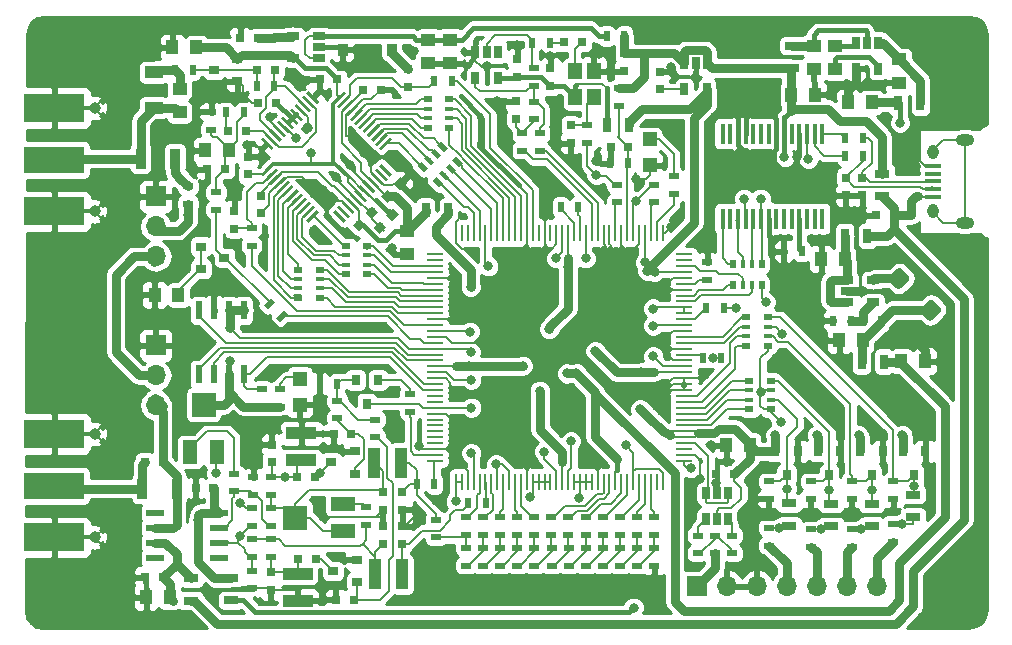
<source format=gbr>
G04 #@! TF.GenerationSoftware,KiCad,Pcbnew,(2018-01-18 revision 08b15a699)-makepkg*
G04 #@! TF.CreationDate,2018-01-23T16:45:18-05:00*
G04 #@! TF.ProjectId,osa103k,6F73613130336B2E6B696361645F7063,rev?*
G04 #@! TF.SameCoordinates,Original*
G04 #@! TF.FileFunction,Copper,L1,Top,Signal*
G04 #@! TF.FilePolarity,Positive*
%FSLAX46Y46*%
G04 Gerber Fmt 4.6, Leading zero omitted, Abs format (unit mm)*
G04 Created by KiCad (PCBNEW (2018-01-18 revision 08b15a699)-makepkg) date 01/23/18 16:45:18*
%MOMM*%
%LPD*%
G01*
G04 APERTURE LIST*
%ADD10C,0.600000*%
%ADD11R,0.500000X0.900000*%
%ADD12C,4.500000*%
%ADD13C,0.500000*%
%ADD14C,0.100000*%
%ADD15R,0.750000X0.800000*%
%ADD16R,1.150000X1.400000*%
%ADD17R,1.450000X0.250000*%
%ADD18R,0.250000X1.450000*%
%ADD19R,0.600000X1.550000*%
%ADD20R,1.550000X0.600000*%
%ADD21R,1.000000X1.250000*%
%ADD22R,0.800000X0.900000*%
%ADD23R,1.250000X1.000000*%
%ADD24R,1.600000X1.000000*%
%ADD25R,0.800000X0.750000*%
%ADD26R,0.850000X1.000000*%
%ADD27C,0.750000*%
%ADD28R,0.900000X0.800000*%
%ADD29R,1.200000X1.200000*%
%ADD30R,0.890000X0.460000*%
%ADD31C,0.970000*%
%ADD32R,5.080000X2.420000*%
%ADD33R,5.080000X2.290000*%
%ADD34R,1.700000X1.700000*%
%ADD35O,1.700000X1.700000*%
%ADD36O,1.550000X1.000000*%
%ADD37O,0.950000X1.250000*%
%ADD38R,1.350000X0.400000*%
%ADD39R,2.540000X1.021080*%
%ADD40R,1.021080X2.540000*%
%ADD41R,0.700000X1.300000*%
%ADD42R,1.300000X0.700000*%
%ADD43C,1.400000*%
%ADD44R,0.900000X1.700000*%
%ADD45R,0.900000X0.500000*%
%ADD46R,0.800000X0.500000*%
%ADD47R,0.800000X0.400000*%
%ADD48C,0.400000*%
%ADD49R,0.500000X0.800000*%
%ADD50R,0.400000X0.800000*%
%ADD51R,1.300000X2.000000*%
%ADD52R,2.000000X2.000000*%
%ADD53R,2.000000X1.300000*%
%ADD54C,0.250000*%
%ADD55R,1.060000X0.650000*%
%ADD56R,0.650000X1.060000*%
%ADD57R,0.450000X1.750000*%
%ADD58C,0.800000*%
%ADD59C,0.750000*%
%ADD60C,0.200000*%
%ADD61C,0.400000*%
%ADD62C,0.300000*%
%ADD63C,0.254000*%
G04 APERTURE END LIST*
D10*
X86390000Y-72070000D03*
D11*
X126850000Y-52680000D03*
X125350000Y-52680000D03*
D10*
X94490000Y-53270000D03*
X123290000Y-61370000D03*
X92890000Y-59270000D03*
X119790000Y-71470000D03*
X93240000Y-46470000D03*
X88390000Y-45170000D03*
X87290000Y-49020000D03*
X69590000Y-77170000D03*
X82790000Y-72170000D03*
X87090000Y-74170000D03*
X132690000Y-69420000D03*
X65490000Y-67870000D03*
X69140000Y-63120000D03*
X64240000Y-58320000D03*
D12*
X134590000Y-45020000D03*
X134590000Y-91570000D03*
X61990000Y-45020000D03*
D11*
X101270000Y-58500000D03*
X102770000Y-58500000D03*
D10*
X76690000Y-72530000D03*
X87380000Y-77470000D03*
X72350000Y-65100000D03*
X70030000Y-69820000D03*
X117650000Y-77010000D03*
X111190000Y-52900000D03*
X100870000Y-49880000D03*
X94410000Y-50760000D03*
X100380000Y-56810000D03*
X87160000Y-54230000D03*
X81450000Y-48920000D03*
X76070000Y-54300000D03*
X112210000Y-84770000D03*
X96440000Y-52350000D03*
X89340000Y-56980000D03*
X80890000Y-60890000D03*
X76310000Y-60940000D03*
X76250000Y-63510000D03*
X73410000Y-61600000D03*
X85140000Y-68670000D03*
X80690000Y-68720000D03*
X75990000Y-68420000D03*
X135540000Y-87770000D03*
X136850000Y-82110000D03*
X136850000Y-77110000D03*
X136850000Y-72110000D03*
X136850000Y-67110000D03*
X135190000Y-62320000D03*
X135040000Y-49920000D03*
X129840000Y-43530000D03*
X118710000Y-43510000D03*
X113710000Y-43510000D03*
X108710000Y-43510000D03*
X118810000Y-49430000D03*
X113470000Y-61520000D03*
X114110000Y-55650000D03*
X125750000Y-59120000D03*
X128260000Y-62780000D03*
X131830000Y-65160000D03*
X120890000Y-65850000D03*
X122750000Y-68530000D03*
X128000000Y-73490000D03*
X130120000Y-75210000D03*
X131950000Y-77200000D03*
X122500000Y-73920000D03*
X124670000Y-76500000D03*
X127000000Y-76460000D03*
X122140000Y-80480000D03*
X129400000Y-84190000D03*
X125910000Y-84420000D03*
X122410000Y-84440000D03*
X117350000Y-85260000D03*
X117470000Y-88400000D03*
X117370000Y-81820000D03*
X109420000Y-90770000D03*
X104840000Y-90740000D03*
X99840000Y-90740000D03*
X94840000Y-90740000D03*
X89840000Y-90740000D03*
X90630000Y-88110000D03*
X82660000Y-88130000D03*
X81070000Y-90680000D03*
X82040000Y-78840000D03*
X80920000Y-75680000D03*
X75040000Y-77660000D03*
X71780000Y-48770000D03*
X68610000Y-52300000D03*
X85580000Y-46490000D03*
X87180000Y-42850000D03*
X79680000Y-42870000D03*
X65940000Y-44020000D03*
X57720000Y-43600000D03*
X71430000Y-43110000D03*
X57720000Y-47070000D03*
X64340000Y-48740000D03*
X62440000Y-52500000D03*
X59400000Y-75300000D03*
X70250000Y-93500000D03*
X65830000Y-93440000D03*
X57080000Y-93240000D03*
X58510000Y-89660000D03*
X64200000Y-87480000D03*
X62410000Y-84300000D03*
X63410000Y-80060000D03*
X63890000Y-75390000D03*
X62250000Y-71730000D03*
X57250000Y-71730000D03*
X62250000Y-66730000D03*
X57250000Y-66730000D03*
X62250000Y-61730000D03*
D12*
X61990000Y-91520000D03*
D13*
X77680330Y-67730330D03*
D14*
G36*
X78175305Y-67588909D02*
X77538909Y-68225305D01*
X77185355Y-67871751D01*
X77821751Y-67235355D01*
X78175305Y-67588909D01*
X78175305Y-67588909D01*
G37*
D13*
X76619670Y-66669670D03*
D14*
G36*
X77114645Y-66528249D02*
X76478249Y-67164645D01*
X76124695Y-66811091D01*
X76761091Y-66174695D01*
X77114645Y-66528249D01*
X77114645Y-66528249D01*
G37*
D15*
X109650000Y-47050000D03*
X109650000Y-48550000D03*
D16*
X102475000Y-49200000D03*
X102475000Y-47000000D03*
X104075000Y-47000000D03*
X104075000Y-49200000D03*
D17*
X90600000Y-80000000D03*
X90600000Y-79500000D03*
X90600000Y-79000000D03*
X90600000Y-78500000D03*
X90600000Y-78000000D03*
X90600000Y-77500000D03*
X90600000Y-77000000D03*
X90600000Y-76500000D03*
X90600000Y-76000000D03*
X90600000Y-75500000D03*
X90600000Y-75000000D03*
X90600000Y-74500000D03*
X90600000Y-74000000D03*
X90600000Y-73500000D03*
X90600000Y-73000000D03*
X90600000Y-72500000D03*
X90600000Y-72000000D03*
X90600000Y-71500000D03*
X90600000Y-71000000D03*
X90600000Y-70500000D03*
X90600000Y-70000000D03*
X90600000Y-69500000D03*
X90600000Y-69000000D03*
X90600000Y-68500000D03*
X90600000Y-68000000D03*
X90600000Y-67500000D03*
X90600000Y-67000000D03*
X90600000Y-66500000D03*
X90600000Y-66000000D03*
X90600000Y-65500000D03*
X90600000Y-65000000D03*
X90600000Y-64500000D03*
X90600000Y-64000000D03*
X90600000Y-63500000D03*
X90600000Y-63000000D03*
X90600000Y-62500000D03*
D18*
X92400000Y-60700000D03*
X92900000Y-60700000D03*
X93400000Y-60700000D03*
X93900000Y-60700000D03*
X94400000Y-60700000D03*
X94900000Y-60700000D03*
X95400000Y-60700000D03*
X95900000Y-60700000D03*
X96400000Y-60700000D03*
X96900000Y-60700000D03*
X97400000Y-60700000D03*
X97900000Y-60700000D03*
X98400000Y-60700000D03*
X98900000Y-60700000D03*
X99400000Y-60700000D03*
X99900000Y-60700000D03*
X100400000Y-60700000D03*
X100900000Y-60700000D03*
X101400000Y-60700000D03*
X101900000Y-60700000D03*
X102400000Y-60700000D03*
X102900000Y-60700000D03*
X103400000Y-60700000D03*
X103900000Y-60700000D03*
X104400000Y-60700000D03*
X104900000Y-60700000D03*
X105400000Y-60700000D03*
X105900000Y-60700000D03*
X106400000Y-60700000D03*
X106900000Y-60700000D03*
X107400000Y-60700000D03*
X107900000Y-60700000D03*
X108400000Y-60700000D03*
X108900000Y-60700000D03*
X109400000Y-60700000D03*
X109900000Y-60700000D03*
D17*
X111700000Y-62500000D03*
X111700000Y-63000000D03*
X111700000Y-63500000D03*
X111700000Y-64000000D03*
X111700000Y-64500000D03*
X111700000Y-65000000D03*
X111700000Y-65500000D03*
X111700000Y-66000000D03*
X111700000Y-66500000D03*
X111700000Y-67000000D03*
X111700000Y-67500000D03*
X111700000Y-68000000D03*
X111700000Y-68500000D03*
X111700000Y-69000000D03*
X111700000Y-69500000D03*
X111700000Y-70000000D03*
X111700000Y-70500000D03*
X111700000Y-71000000D03*
X111700000Y-71500000D03*
X111700000Y-72000000D03*
X111700000Y-72500000D03*
X111700000Y-73000000D03*
X111700000Y-73500000D03*
X111700000Y-74000000D03*
X111700000Y-74500000D03*
X111700000Y-75000000D03*
X111700000Y-75500000D03*
X111700000Y-76000000D03*
X111700000Y-76500000D03*
X111700000Y-77000000D03*
X111700000Y-77500000D03*
X111700000Y-78000000D03*
X111700000Y-78500000D03*
X111700000Y-79000000D03*
X111700000Y-79500000D03*
X111700000Y-80000000D03*
D18*
X109900000Y-81800000D03*
X109400000Y-81800000D03*
X108900000Y-81800000D03*
X108400000Y-81800000D03*
X107900000Y-81800000D03*
X107400000Y-81800000D03*
X106900000Y-81800000D03*
X106400000Y-81800000D03*
X105900000Y-81800000D03*
X105400000Y-81800000D03*
X104900000Y-81800000D03*
X104400000Y-81800000D03*
X103900000Y-81800000D03*
X103400000Y-81800000D03*
X102900000Y-81800000D03*
X102400000Y-81800000D03*
X101900000Y-81800000D03*
X101400000Y-81800000D03*
X100900000Y-81800000D03*
X100400000Y-81800000D03*
X99900000Y-81800000D03*
X99400000Y-81800000D03*
X98900000Y-81800000D03*
X98400000Y-81800000D03*
X97900000Y-81800000D03*
X97400000Y-81800000D03*
X96900000Y-81800000D03*
X96400000Y-81800000D03*
X95900000Y-81800000D03*
X95400000Y-81800000D03*
X94900000Y-81800000D03*
X94400000Y-81800000D03*
X93900000Y-81800000D03*
X93400000Y-81800000D03*
X92900000Y-81800000D03*
X92400000Y-81800000D03*
D19*
X70645000Y-67260000D03*
X71915000Y-67260000D03*
X73185000Y-67260000D03*
X74455000Y-67260000D03*
X74455000Y-72660000D03*
X73185000Y-72660000D03*
X71915000Y-72660000D03*
X70645000Y-72660000D03*
D20*
X66950000Y-88205000D03*
X66950000Y-86935000D03*
X66950000Y-85665000D03*
X66950000Y-84395000D03*
X72350000Y-84395000D03*
X72350000Y-85665000D03*
X72350000Y-86935000D03*
X72350000Y-88205000D03*
D21*
X117300000Y-78670000D03*
X115300000Y-78670000D03*
D22*
X85800000Y-73150000D03*
X83900000Y-73150000D03*
X84850000Y-75150000D03*
D23*
X69000000Y-50500000D03*
X69000000Y-48500000D03*
D24*
X66800000Y-50100000D03*
X66800000Y-47100000D03*
D25*
X72850000Y-55300000D03*
X71350000Y-55300000D03*
D21*
X73190000Y-53720000D03*
X71190000Y-53720000D03*
D25*
X66070000Y-80110000D03*
X67570000Y-80110000D03*
D21*
X66900000Y-65950000D03*
X68900000Y-65950000D03*
D25*
X73125000Y-52100000D03*
X74625000Y-52100000D03*
X75625000Y-49675000D03*
X77125000Y-49675000D03*
X77040000Y-46900000D03*
X75540000Y-46900000D03*
X66100000Y-89850000D03*
X67600000Y-89850000D03*
X71870000Y-82296000D03*
X70370000Y-82296000D03*
D15*
X88325000Y-48325000D03*
X88325000Y-46825000D03*
X73650000Y-60330000D03*
X73650000Y-58830000D03*
D26*
X82815000Y-45190000D03*
X86965000Y-45190000D03*
D25*
X82050000Y-77700000D03*
X83550000Y-77700000D03*
X83740000Y-91740000D03*
X82240000Y-91740000D03*
X80470000Y-81370000D03*
X78970000Y-81370000D03*
X79070000Y-88270000D03*
X80570000Y-88270000D03*
D23*
X88300000Y-62500000D03*
X88300000Y-60500000D03*
D27*
X85969670Y-60230330D03*
D14*
G36*
X85987348Y-59682322D02*
X86517678Y-60212652D01*
X85951992Y-60778338D01*
X85421662Y-60248008D01*
X85987348Y-59682322D01*
X85987348Y-59682322D01*
G37*
D27*
X87030330Y-59169670D03*
D14*
G36*
X87048008Y-58621662D02*
X87578338Y-59151992D01*
X87012652Y-59717678D01*
X86482322Y-59187348D01*
X87048008Y-58621662D01*
X87048008Y-58621662D01*
G37*
D25*
X84560000Y-48590000D03*
X86060000Y-48590000D03*
D15*
X76800000Y-80125000D03*
X76800000Y-78625000D03*
X76740000Y-89430000D03*
X76740000Y-90930000D03*
D25*
X82350000Y-47700000D03*
X80850000Y-47700000D03*
D27*
X84219670Y-60030330D03*
D14*
G36*
X84201992Y-60578338D02*
X83671662Y-60048008D01*
X84237348Y-59482322D01*
X84767678Y-60012652D01*
X84201992Y-60578338D01*
X84201992Y-60578338D01*
G37*
D27*
X85280330Y-58969670D03*
D14*
G36*
X85262652Y-59517678D02*
X84732322Y-58987348D01*
X85298008Y-58421662D01*
X85828338Y-58951992D01*
X85262652Y-59517678D01*
X85262652Y-59517678D01*
G37*
D15*
X74800000Y-55750000D03*
X74800000Y-54250000D03*
D27*
X86619670Y-57580330D03*
D14*
G36*
X86601992Y-58128338D02*
X86071662Y-57598008D01*
X86637348Y-57032322D01*
X87167678Y-57562652D01*
X86601992Y-58128338D01*
X86601992Y-58128338D01*
G37*
D27*
X87680330Y-56519670D03*
D14*
G36*
X87662652Y-57067678D02*
X87132322Y-56537348D01*
X87698008Y-55971662D01*
X88228338Y-56501992D01*
X87662652Y-57067678D01*
X87662652Y-57067678D01*
G37*
D21*
X68400000Y-45000000D03*
X70400000Y-45000000D03*
D15*
X86200000Y-84120000D03*
X86200000Y-82620000D03*
X86210000Y-85550000D03*
X86210000Y-87050000D03*
X75900000Y-59050000D03*
X75900000Y-57550000D03*
X87840000Y-84140000D03*
X87840000Y-82640000D03*
X87840000Y-87050000D03*
X87840000Y-85550000D03*
D23*
X91875000Y-44325000D03*
X91875000Y-46325000D03*
X90075000Y-44325000D03*
X90075000Y-46325000D03*
D15*
X102110000Y-53100000D03*
X102110000Y-51600000D03*
X97610000Y-45990000D03*
X97610000Y-47490000D03*
X100390000Y-46760000D03*
X100390000Y-48260000D03*
D25*
X103080000Y-44550000D03*
X101580000Y-44550000D03*
D15*
X97510000Y-49540000D03*
X97510000Y-51040000D03*
D25*
X107000000Y-53400000D03*
X105500000Y-53400000D03*
D21*
X130100000Y-71570000D03*
X132100000Y-71570000D03*
X127590000Y-49650000D03*
X125590000Y-49650000D03*
D23*
X129930000Y-46000000D03*
X129930000Y-48000000D03*
X122680000Y-44840000D03*
X122680000Y-46840000D03*
D21*
X124870000Y-69770000D03*
X126870000Y-69770000D03*
D23*
X124490000Y-44840000D03*
X124490000Y-46840000D03*
D25*
X114450000Y-81150000D03*
X115950000Y-81150000D03*
D21*
X122760000Y-49010000D03*
X120760000Y-49010000D03*
X125320000Y-62910000D03*
X123320000Y-62910000D03*
D15*
X106670000Y-47000000D03*
X106670000Y-45500000D03*
D21*
X68175000Y-91525000D03*
X66175000Y-91525000D03*
D15*
X125425000Y-56025000D03*
X125425000Y-57525000D03*
X126800000Y-56025000D03*
X126800000Y-57525000D03*
D25*
X129480000Y-59220000D03*
X127980000Y-59220000D03*
D28*
X71900000Y-46900000D03*
X73900000Y-45950000D03*
X73900000Y-47850000D03*
X72800000Y-62800000D03*
X70800000Y-63750000D03*
X70800000Y-61850000D03*
D29*
X108790000Y-54970000D03*
X108790000Y-52770000D03*
X79190000Y-73060000D03*
X79190000Y-75260000D03*
D22*
X131200000Y-81200000D03*
X130250000Y-79200000D03*
X132150000Y-79200000D03*
X128550000Y-79200000D03*
X126650000Y-79200000D03*
X127600000Y-81200000D03*
X124000000Y-81200000D03*
X123050000Y-79200000D03*
X124950000Y-79200000D03*
X120400000Y-81200000D03*
X119450000Y-79200000D03*
X121350000Y-79200000D03*
D30*
X61370000Y-58880000D03*
X61370000Y-50120000D03*
D31*
X61820000Y-58880000D03*
X61820000Y-50120000D03*
D32*
X58380000Y-58880000D03*
X58380000Y-50120000D03*
D33*
X58380000Y-54500000D03*
X58380000Y-82100000D03*
D32*
X58380000Y-77720000D03*
X58380000Y-86480000D03*
D31*
X61820000Y-77720000D03*
X61820000Y-86480000D03*
D30*
X61370000Y-77720000D03*
X61370000Y-86480000D03*
D34*
X67000000Y-57600000D03*
D35*
X67000000Y-60140000D03*
X67000000Y-62680000D03*
X67000000Y-75280000D03*
X67000000Y-72740000D03*
D34*
X67000000Y-70200000D03*
D35*
X128040000Y-90600000D03*
X125500000Y-90600000D03*
X122960000Y-90600000D03*
X120420000Y-90600000D03*
X117880000Y-90600000D03*
X115340000Y-90600000D03*
D34*
X112800000Y-90600000D03*
D36*
X135490000Y-52820000D03*
X135490000Y-59820000D03*
D37*
X132790000Y-53820000D03*
X132790000Y-58820000D03*
D38*
X132790000Y-55020000D03*
X132790000Y-55670000D03*
X132790000Y-56320000D03*
X132790000Y-56970000D03*
X132790000Y-57620000D03*
D39*
X79300000Y-79945540D03*
X79300000Y-77654460D03*
X79010000Y-89564460D03*
X79010000Y-91855540D03*
D40*
X87745540Y-80150000D03*
X85454460Y-80150000D03*
X85554460Y-89600000D03*
X87845540Y-89600000D03*
D41*
X91750000Y-58800000D03*
X89850000Y-58800000D03*
X105150000Y-51600000D03*
X107050000Y-51600000D03*
D42*
X73350000Y-91800000D03*
X73350000Y-89900000D03*
D41*
X129830000Y-49720000D03*
X131730000Y-49720000D03*
X128640000Y-71590000D03*
X126740000Y-71590000D03*
D14*
G36*
X132663164Y-66364858D02*
X132697140Y-66369898D01*
X132730458Y-66378244D01*
X132762797Y-66389815D01*
X132793847Y-66404501D01*
X132823308Y-66422159D01*
X132850896Y-66442619D01*
X132876345Y-66465686D01*
X133371320Y-66960661D01*
X133394387Y-66986110D01*
X133414847Y-67013698D01*
X133432505Y-67043159D01*
X133447191Y-67074209D01*
X133458762Y-67106548D01*
X133467108Y-67139866D01*
X133472148Y-67173842D01*
X133473833Y-67208148D01*
X133472148Y-67242454D01*
X133467108Y-67276430D01*
X133458762Y-67309748D01*
X133447191Y-67342087D01*
X133432505Y-67373137D01*
X133414847Y-67402598D01*
X133394387Y-67430186D01*
X133371320Y-67455635D01*
X132805635Y-68021320D01*
X132780186Y-68044387D01*
X132752598Y-68064847D01*
X132723137Y-68082505D01*
X132692087Y-68097191D01*
X132659748Y-68108762D01*
X132626430Y-68117108D01*
X132592454Y-68122148D01*
X132558148Y-68123833D01*
X132523842Y-68122148D01*
X132489866Y-68117108D01*
X132456548Y-68108762D01*
X132424209Y-68097191D01*
X132393159Y-68082505D01*
X132363698Y-68064847D01*
X132336110Y-68044387D01*
X132310661Y-68021320D01*
X131815686Y-67526345D01*
X131792619Y-67500896D01*
X131772159Y-67473308D01*
X131754501Y-67443847D01*
X131739815Y-67412797D01*
X131728244Y-67380458D01*
X131719898Y-67347140D01*
X131714858Y-67313164D01*
X131713173Y-67278858D01*
X131714858Y-67244552D01*
X131719898Y-67210576D01*
X131728244Y-67177258D01*
X131739815Y-67144919D01*
X131754501Y-67113869D01*
X131772159Y-67084408D01*
X131792619Y-67056820D01*
X131815686Y-67031371D01*
X132381371Y-66465686D01*
X132406820Y-66442619D01*
X132434408Y-66422159D01*
X132463869Y-66404501D01*
X132494919Y-66389815D01*
X132527258Y-66378244D01*
X132560576Y-66369898D01*
X132594552Y-66364858D01*
X132628858Y-66363173D01*
X132663164Y-66364858D01*
X132663164Y-66364858D01*
G37*
D43*
X132593503Y-67243503D03*
D14*
G36*
X129976158Y-63677852D02*
X130010134Y-63682892D01*
X130043452Y-63691238D01*
X130075791Y-63702809D01*
X130106841Y-63717495D01*
X130136302Y-63735153D01*
X130163890Y-63755613D01*
X130189339Y-63778680D01*
X130684314Y-64273655D01*
X130707381Y-64299104D01*
X130727841Y-64326692D01*
X130745499Y-64356153D01*
X130760185Y-64387203D01*
X130771756Y-64419542D01*
X130780102Y-64452860D01*
X130785142Y-64486836D01*
X130786827Y-64521142D01*
X130785142Y-64555448D01*
X130780102Y-64589424D01*
X130771756Y-64622742D01*
X130760185Y-64655081D01*
X130745499Y-64686131D01*
X130727841Y-64715592D01*
X130707381Y-64743180D01*
X130684314Y-64768629D01*
X130118629Y-65334314D01*
X130093180Y-65357381D01*
X130065592Y-65377841D01*
X130036131Y-65395499D01*
X130005081Y-65410185D01*
X129972742Y-65421756D01*
X129939424Y-65430102D01*
X129905448Y-65435142D01*
X129871142Y-65436827D01*
X129836836Y-65435142D01*
X129802860Y-65430102D01*
X129769542Y-65421756D01*
X129737203Y-65410185D01*
X129706153Y-65395499D01*
X129676692Y-65377841D01*
X129649104Y-65357381D01*
X129623655Y-65334314D01*
X129128680Y-64839339D01*
X129105613Y-64813890D01*
X129085153Y-64786302D01*
X129067495Y-64756841D01*
X129052809Y-64725791D01*
X129041238Y-64693452D01*
X129032892Y-64660134D01*
X129027852Y-64626158D01*
X129026167Y-64591852D01*
X129027852Y-64557546D01*
X129032892Y-64523570D01*
X129041238Y-64490252D01*
X129052809Y-64457913D01*
X129067495Y-64426863D01*
X129085153Y-64397402D01*
X129105613Y-64369814D01*
X129128680Y-64344365D01*
X129694365Y-63778680D01*
X129719814Y-63755613D01*
X129747402Y-63735153D01*
X129776863Y-63717495D01*
X129807913Y-63702809D01*
X129840252Y-63691238D01*
X129873570Y-63682892D01*
X129907546Y-63677852D01*
X129941852Y-63676167D01*
X129976158Y-63677852D01*
X129976158Y-63677852D01*
G37*
D43*
X129906497Y-64556497D03*
D42*
X120870000Y-46750000D03*
X120870000Y-44850000D03*
D41*
X125330000Y-60960000D03*
X127230000Y-60960000D03*
D42*
X69950000Y-91825000D03*
X69950000Y-89925000D03*
X128500000Y-55690000D03*
X128500000Y-57590000D03*
D28*
X83820000Y-81080000D03*
X83820000Y-79180000D03*
X81820000Y-80130000D03*
X84010000Y-90290000D03*
X84010000Y-88390000D03*
X82010000Y-89340000D03*
D44*
X65700000Y-54400000D03*
X68600000Y-54400000D03*
D45*
X69700000Y-58250000D03*
X69700000Y-56750000D03*
D11*
X70100000Y-46900000D03*
X68600000Y-46900000D03*
D44*
X65850000Y-82350000D03*
X68750000Y-82350000D03*
D45*
X71675000Y-51950000D03*
X71675000Y-50450000D03*
D11*
X74425000Y-50500000D03*
X72925000Y-50500000D03*
D45*
X72100000Y-57250000D03*
X72100000Y-58750000D03*
D11*
X75525000Y-48300000D03*
X77025000Y-48300000D03*
D45*
X75150000Y-85525000D03*
X75150000Y-84025000D03*
X75150000Y-89300000D03*
X75150000Y-90800000D03*
D11*
X90550000Y-47875000D03*
X92050000Y-47875000D03*
D45*
X75100000Y-60300000D03*
X75100000Y-61800000D03*
X73590000Y-82590000D03*
X73590000Y-81090000D03*
X75250000Y-81380000D03*
X75250000Y-82880000D03*
X76760000Y-85510000D03*
X76760000Y-84010000D03*
X75150000Y-86650000D03*
X75150000Y-88150000D03*
X84810000Y-83940000D03*
X84810000Y-85440000D03*
X82350000Y-74900000D03*
X82350000Y-76400000D03*
X85550000Y-78000000D03*
X85550000Y-76500000D03*
X75950000Y-73900000D03*
X75950000Y-75400000D03*
X76775000Y-82875000D03*
X76775000Y-81375000D03*
X76760000Y-88140000D03*
X76760000Y-86640000D03*
X77020000Y-44140000D03*
X77020000Y-45640000D03*
D25*
X74150000Y-44200000D03*
X75650000Y-44200000D03*
D11*
X94950000Y-83530000D03*
X93450000Y-83530000D03*
D45*
X90720000Y-84980000D03*
X90720000Y-86480000D03*
D11*
X89070000Y-81970000D03*
X90570000Y-81970000D03*
D45*
X109175000Y-87375000D03*
X109175000Y-88875000D03*
X107725000Y-88875000D03*
X107725000Y-87375000D03*
X106300000Y-87375000D03*
X106300000Y-88875000D03*
X104850000Y-87375000D03*
X104850000Y-88875000D03*
X103400000Y-88875000D03*
X103400000Y-87375000D03*
X101950000Y-87375000D03*
X101950000Y-88875000D03*
X100500000Y-88875000D03*
X100500000Y-87375000D03*
X99050000Y-87375000D03*
X99050000Y-88875000D03*
X97600000Y-88875000D03*
X97600000Y-87375000D03*
X96150000Y-87375000D03*
X96150000Y-88875000D03*
X94700000Y-88875000D03*
X94700000Y-87375000D03*
X93250000Y-88875000D03*
X93250000Y-87375000D03*
X106030000Y-56620000D03*
X106030000Y-58120000D03*
X109175000Y-84775000D03*
X109175000Y-86275000D03*
X107725000Y-86275000D03*
X107725000Y-84775000D03*
X106275000Y-86275000D03*
X106275000Y-84775000D03*
X104825000Y-86275000D03*
X104825000Y-84775000D03*
X103375000Y-84775000D03*
X103375000Y-86275000D03*
X101925000Y-84775000D03*
X101925000Y-86275000D03*
X100475000Y-84775000D03*
X100475000Y-86275000D03*
X99025000Y-84775000D03*
X99025000Y-86275000D03*
X97575000Y-86275000D03*
X97575000Y-84775000D03*
X96125000Y-86275000D03*
X96125000Y-84775000D03*
X94675000Y-86275000D03*
X94675000Y-84775000D03*
X93250000Y-84775000D03*
X93250000Y-86275000D03*
X103540000Y-53050000D03*
X103540000Y-51550000D03*
D11*
X82350000Y-73450000D03*
X80850000Y-73450000D03*
X106650000Y-44040000D03*
X105150000Y-44040000D03*
D45*
X88500000Y-75850000D03*
X88500000Y-74350000D03*
D11*
X100360000Y-44580000D03*
X98860000Y-44580000D03*
D45*
X99010000Y-48260000D03*
X99010000Y-46760000D03*
X99030000Y-49580000D03*
X99030000Y-51080000D03*
X99490000Y-53770000D03*
X99490000Y-52270000D03*
X98020000Y-53750000D03*
X98020000Y-52250000D03*
X109210000Y-58120000D03*
X109210000Y-56620000D03*
X106230000Y-49920000D03*
X106230000Y-48420000D03*
D11*
X106950000Y-54800000D03*
X105450000Y-54800000D03*
D45*
X110830000Y-55900000D03*
X110830000Y-57400000D03*
X77500000Y-75400000D03*
X77500000Y-73900000D03*
X113660000Y-63150000D03*
X113660000Y-64650000D03*
D11*
X128400000Y-68180000D03*
X126900000Y-68180000D03*
X124320000Y-68140000D03*
X125820000Y-68140000D03*
D45*
X115775000Y-86325000D03*
X115775000Y-87825000D03*
X112875000Y-86325000D03*
X112875000Y-87825000D03*
X114325000Y-87825000D03*
X114325000Y-86325000D03*
D11*
X121670000Y-62260000D03*
X120170000Y-62260000D03*
X113575000Y-67025000D03*
X115075000Y-67025000D03*
X113340000Y-71260000D03*
X114840000Y-71260000D03*
X125350000Y-54160000D03*
X126850000Y-54160000D03*
D45*
X129420000Y-81730000D03*
X129420000Y-83230000D03*
X125920000Y-81700000D03*
X125920000Y-83200000D03*
X122450000Y-81725000D03*
X122450000Y-83225000D03*
X118900000Y-81725000D03*
X118900000Y-83225000D03*
D42*
X131110000Y-84750000D03*
X131110000Y-82850000D03*
X127600000Y-83610000D03*
X127600000Y-85510000D03*
X124140000Y-85520000D03*
X124140000Y-83620000D03*
X120600000Y-83600000D03*
X120600000Y-85500000D03*
D45*
X129410000Y-86830000D03*
X129410000Y-85330000D03*
X125950000Y-87260000D03*
X125950000Y-85760000D03*
X122490000Y-85780000D03*
X122490000Y-87280000D03*
X118925000Y-87175000D03*
X118925000Y-85675000D03*
D46*
X91850000Y-51800000D03*
D47*
X91850000Y-51000000D03*
D46*
X91850000Y-49400000D03*
D47*
X91850000Y-50200000D03*
D46*
X90050000Y-51800000D03*
D47*
X90050000Y-50200000D03*
X90050000Y-51000000D03*
D46*
X90050000Y-49400000D03*
X79050000Y-63800000D03*
D47*
X79050000Y-65400000D03*
X79050000Y-64600000D03*
D46*
X79050000Y-66200000D03*
D47*
X80850000Y-64600000D03*
D46*
X80850000Y-63800000D03*
D47*
X80850000Y-65400000D03*
D46*
X80850000Y-66200000D03*
D13*
X90837868Y-56384924D03*
D14*
G36*
X90378249Y-56278858D02*
X90731802Y-55925305D01*
X91297487Y-56490990D01*
X90943934Y-56844543D01*
X90378249Y-56278858D01*
X90378249Y-56278858D01*
G37*
D48*
X91403553Y-55819239D03*
D14*
G36*
X90979289Y-55677818D02*
X91262132Y-55394975D01*
X91827817Y-55960660D01*
X91544974Y-56243503D01*
X90979289Y-55677818D01*
X90979289Y-55677818D01*
G37*
D13*
X92534924Y-54687868D03*
D14*
G36*
X92075305Y-54581802D02*
X92428858Y-54228249D01*
X92994543Y-54793934D01*
X92640990Y-55147487D01*
X92075305Y-54581802D01*
X92075305Y-54581802D01*
G37*
D48*
X91969239Y-55253553D03*
D14*
G36*
X91544975Y-55112132D02*
X91827818Y-54829289D01*
X92393503Y-55394974D01*
X92110660Y-55677817D01*
X91544975Y-55112132D01*
X91544975Y-55112132D01*
G37*
D13*
X89565076Y-55112132D03*
D14*
G36*
X89105457Y-55006066D02*
X89459010Y-54652513D01*
X90024695Y-55218198D01*
X89671142Y-55571751D01*
X89105457Y-55006066D01*
X89105457Y-55006066D01*
G37*
D48*
X90696447Y-53980761D03*
D14*
G36*
X90272183Y-53839340D02*
X90555026Y-53556497D01*
X91120711Y-54122182D01*
X90837868Y-54405025D01*
X90272183Y-53839340D01*
X90272183Y-53839340D01*
G37*
D48*
X90130761Y-54546447D03*
D14*
G36*
X89706497Y-54405026D02*
X89989340Y-54122183D01*
X90555025Y-54687868D01*
X90272182Y-54970711D01*
X89706497Y-54405026D01*
X89706497Y-54405026D01*
G37*
D13*
X91262132Y-53415076D03*
D14*
G36*
X90802513Y-53309010D02*
X91156066Y-52955457D01*
X91721751Y-53521142D01*
X91368198Y-53874695D01*
X90802513Y-53309010D01*
X90802513Y-53309010D01*
G37*
D46*
X84900000Y-64200000D03*
D47*
X84900000Y-63400000D03*
D46*
X84900000Y-61800000D03*
D47*
X84900000Y-62600000D03*
D46*
X83100000Y-64200000D03*
D47*
X83100000Y-62600000D03*
X83100000Y-63400000D03*
D46*
X83100000Y-61800000D03*
D49*
X115875000Y-65100000D03*
D50*
X116675000Y-65100000D03*
D49*
X118275000Y-65100000D03*
D50*
X117475000Y-65100000D03*
D49*
X115875000Y-63300000D03*
D50*
X117475000Y-63300000D03*
X116675000Y-63300000D03*
D49*
X118275000Y-63300000D03*
D46*
X118800000Y-70250000D03*
D47*
X118800000Y-68650000D03*
X118800000Y-69450000D03*
D46*
X118800000Y-67850000D03*
D47*
X117000000Y-69450000D03*
D46*
X117000000Y-70250000D03*
D47*
X117000000Y-68650000D03*
D46*
X117000000Y-67850000D03*
X119050000Y-75625000D03*
D47*
X119050000Y-74025000D03*
X119050000Y-74825000D03*
D46*
X119050000Y-73225000D03*
D47*
X117250000Y-74825000D03*
D46*
X117250000Y-75625000D03*
D47*
X117250000Y-74025000D03*
D46*
X117250000Y-73225000D03*
D51*
X69890000Y-79250000D03*
D52*
X71040000Y-75250000D03*
D51*
X72190000Y-79250000D03*
D53*
X82810000Y-83660000D03*
D52*
X78810000Y-84810000D03*
D53*
X82810000Y-85960000D03*
D54*
X82556371Y-49229542D03*
D14*
G36*
X82185140Y-49777550D02*
X82008363Y-49600773D01*
X82927602Y-48681534D01*
X83104379Y-48858311D01*
X82185140Y-49777550D01*
X82185140Y-49777550D01*
G37*
D54*
X82909924Y-49583095D03*
D14*
G36*
X82538693Y-50131103D02*
X82361916Y-49954326D01*
X83281155Y-49035087D01*
X83457932Y-49211864D01*
X82538693Y-50131103D01*
X82538693Y-50131103D01*
G37*
D54*
X83263478Y-49936649D03*
D14*
G36*
X82892247Y-50484657D02*
X82715470Y-50307880D01*
X83634709Y-49388641D01*
X83811486Y-49565418D01*
X82892247Y-50484657D01*
X82892247Y-50484657D01*
G37*
D54*
X83617031Y-50290202D03*
D14*
G36*
X83245800Y-50838210D02*
X83069023Y-50661433D01*
X83988262Y-49742194D01*
X84165039Y-49918971D01*
X83245800Y-50838210D01*
X83245800Y-50838210D01*
G37*
D54*
X83970584Y-50643755D03*
D14*
G36*
X83599353Y-51191763D02*
X83422576Y-51014986D01*
X84341815Y-50095747D01*
X84518592Y-50272524D01*
X83599353Y-51191763D01*
X83599353Y-51191763D01*
G37*
D54*
X84324138Y-50997309D03*
D14*
G36*
X83952907Y-51545317D02*
X83776130Y-51368540D01*
X84695369Y-50449301D01*
X84872146Y-50626078D01*
X83952907Y-51545317D01*
X83952907Y-51545317D01*
G37*
D54*
X84677691Y-51350862D03*
D14*
G36*
X84306460Y-51898870D02*
X84129683Y-51722093D01*
X85048922Y-50802854D01*
X85225699Y-50979631D01*
X84306460Y-51898870D01*
X84306460Y-51898870D01*
G37*
D54*
X85031245Y-51704416D03*
D14*
G36*
X84660014Y-52252424D02*
X84483237Y-52075647D01*
X85402476Y-51156408D01*
X85579253Y-51333185D01*
X84660014Y-52252424D01*
X84660014Y-52252424D01*
G37*
D54*
X85384798Y-52057969D03*
D14*
G36*
X85013567Y-52605977D02*
X84836790Y-52429200D01*
X85756029Y-51509961D01*
X85932806Y-51686738D01*
X85013567Y-52605977D01*
X85013567Y-52605977D01*
G37*
D54*
X85738351Y-52411522D03*
D14*
G36*
X85367120Y-52959530D02*
X85190343Y-52782753D01*
X86109582Y-51863514D01*
X86286359Y-52040291D01*
X85367120Y-52959530D01*
X85367120Y-52959530D01*
G37*
D54*
X86091905Y-52765076D03*
D14*
G36*
X85720674Y-53313084D02*
X85543897Y-53136307D01*
X86463136Y-52217068D01*
X86639913Y-52393845D01*
X85720674Y-53313084D01*
X85720674Y-53313084D01*
G37*
D54*
X86445458Y-53118629D03*
D14*
G36*
X86074227Y-53666637D02*
X85897450Y-53489860D01*
X86816689Y-52570621D01*
X86993466Y-52747398D01*
X86074227Y-53666637D01*
X86074227Y-53666637D01*
G37*
D54*
X86445458Y-55381371D03*
D14*
G36*
X85897450Y-55010140D02*
X86074227Y-54833363D01*
X86993466Y-55752602D01*
X86816689Y-55929379D01*
X85897450Y-55010140D01*
X85897450Y-55010140D01*
G37*
D54*
X86091905Y-55734924D03*
D14*
G36*
X85543897Y-55363693D02*
X85720674Y-55186916D01*
X86639913Y-56106155D01*
X86463136Y-56282932D01*
X85543897Y-55363693D01*
X85543897Y-55363693D01*
G37*
D54*
X85738351Y-56088478D03*
D14*
G36*
X85190343Y-55717247D02*
X85367120Y-55540470D01*
X86286359Y-56459709D01*
X86109582Y-56636486D01*
X85190343Y-55717247D01*
X85190343Y-55717247D01*
G37*
D54*
X85384798Y-56442031D03*
D14*
G36*
X84836790Y-56070800D02*
X85013567Y-55894023D01*
X85932806Y-56813262D01*
X85756029Y-56990039D01*
X84836790Y-56070800D01*
X84836790Y-56070800D01*
G37*
D54*
X85031245Y-56795584D03*
D14*
G36*
X84483237Y-56424353D02*
X84660014Y-56247576D01*
X85579253Y-57166815D01*
X85402476Y-57343592D01*
X84483237Y-56424353D01*
X84483237Y-56424353D01*
G37*
D54*
X84677691Y-57149138D03*
D14*
G36*
X84129683Y-56777907D02*
X84306460Y-56601130D01*
X85225699Y-57520369D01*
X85048922Y-57697146D01*
X84129683Y-56777907D01*
X84129683Y-56777907D01*
G37*
D54*
X84324138Y-57502691D03*
D14*
G36*
X83776130Y-57131460D02*
X83952907Y-56954683D01*
X84872146Y-57873922D01*
X84695369Y-58050699D01*
X83776130Y-57131460D01*
X83776130Y-57131460D01*
G37*
D54*
X83970584Y-57856245D03*
D14*
G36*
X83422576Y-57485014D02*
X83599353Y-57308237D01*
X84518592Y-58227476D01*
X84341815Y-58404253D01*
X83422576Y-57485014D01*
X83422576Y-57485014D01*
G37*
D54*
X83617031Y-58209798D03*
D14*
G36*
X83069023Y-57838567D02*
X83245800Y-57661790D01*
X84165039Y-58581029D01*
X83988262Y-58757806D01*
X83069023Y-57838567D01*
X83069023Y-57838567D01*
G37*
D54*
X83263478Y-58563351D03*
D14*
G36*
X82715470Y-58192120D02*
X82892247Y-58015343D01*
X83811486Y-58934582D01*
X83634709Y-59111359D01*
X82715470Y-58192120D01*
X82715470Y-58192120D01*
G37*
D54*
X82909924Y-58916905D03*
D14*
G36*
X82361916Y-58545674D02*
X82538693Y-58368897D01*
X83457932Y-59288136D01*
X83281155Y-59464913D01*
X82361916Y-58545674D01*
X82361916Y-58545674D01*
G37*
D54*
X82556371Y-59270458D03*
D14*
G36*
X82008363Y-58899227D02*
X82185140Y-58722450D01*
X83104379Y-59641689D01*
X82927602Y-59818466D01*
X82008363Y-58899227D01*
X82008363Y-58899227D01*
G37*
D54*
X80293629Y-59270458D03*
D14*
G36*
X79922398Y-59818466D02*
X79745621Y-59641689D01*
X80664860Y-58722450D01*
X80841637Y-58899227D01*
X79922398Y-59818466D01*
X79922398Y-59818466D01*
G37*
D54*
X79940076Y-58916905D03*
D14*
G36*
X79568845Y-59464913D02*
X79392068Y-59288136D01*
X80311307Y-58368897D01*
X80488084Y-58545674D01*
X79568845Y-59464913D01*
X79568845Y-59464913D01*
G37*
D54*
X79586522Y-58563351D03*
D14*
G36*
X79215291Y-59111359D02*
X79038514Y-58934582D01*
X79957753Y-58015343D01*
X80134530Y-58192120D01*
X79215291Y-59111359D01*
X79215291Y-59111359D01*
G37*
D54*
X79232969Y-58209798D03*
D14*
G36*
X78861738Y-58757806D02*
X78684961Y-58581029D01*
X79604200Y-57661790D01*
X79780977Y-57838567D01*
X78861738Y-58757806D01*
X78861738Y-58757806D01*
G37*
D54*
X78879416Y-57856245D03*
D14*
G36*
X78508185Y-58404253D02*
X78331408Y-58227476D01*
X79250647Y-57308237D01*
X79427424Y-57485014D01*
X78508185Y-58404253D01*
X78508185Y-58404253D01*
G37*
D54*
X78525862Y-57502691D03*
D14*
G36*
X78154631Y-58050699D02*
X77977854Y-57873922D01*
X78897093Y-56954683D01*
X79073870Y-57131460D01*
X78154631Y-58050699D01*
X78154631Y-58050699D01*
G37*
D54*
X78172309Y-57149138D03*
D14*
G36*
X77801078Y-57697146D02*
X77624301Y-57520369D01*
X78543540Y-56601130D01*
X78720317Y-56777907D01*
X77801078Y-57697146D01*
X77801078Y-57697146D01*
G37*
D54*
X77818755Y-56795584D03*
D14*
G36*
X77447524Y-57343592D02*
X77270747Y-57166815D01*
X78189986Y-56247576D01*
X78366763Y-56424353D01*
X77447524Y-57343592D01*
X77447524Y-57343592D01*
G37*
D54*
X77465202Y-56442031D03*
D14*
G36*
X77093971Y-56990039D02*
X76917194Y-56813262D01*
X77836433Y-55894023D01*
X78013210Y-56070800D01*
X77093971Y-56990039D01*
X77093971Y-56990039D01*
G37*
D54*
X77111649Y-56088478D03*
D14*
G36*
X76740418Y-56636486D02*
X76563641Y-56459709D01*
X77482880Y-55540470D01*
X77659657Y-55717247D01*
X76740418Y-56636486D01*
X76740418Y-56636486D01*
G37*
D54*
X76758095Y-55734924D03*
D14*
G36*
X76386864Y-56282932D02*
X76210087Y-56106155D01*
X77129326Y-55186916D01*
X77306103Y-55363693D01*
X76386864Y-56282932D01*
X76386864Y-56282932D01*
G37*
D54*
X76404542Y-55381371D03*
D14*
G36*
X76033311Y-55929379D02*
X75856534Y-55752602D01*
X76775773Y-54833363D01*
X76952550Y-55010140D01*
X76033311Y-55929379D01*
X76033311Y-55929379D01*
G37*
D54*
X76404542Y-53118629D03*
D14*
G36*
X75856534Y-52747398D02*
X76033311Y-52570621D01*
X76952550Y-53489860D01*
X76775773Y-53666637D01*
X75856534Y-52747398D01*
X75856534Y-52747398D01*
G37*
D54*
X76758095Y-52765076D03*
D14*
G36*
X76210087Y-52393845D02*
X76386864Y-52217068D01*
X77306103Y-53136307D01*
X77129326Y-53313084D01*
X76210087Y-52393845D01*
X76210087Y-52393845D01*
G37*
D54*
X77111649Y-52411522D03*
D14*
G36*
X76563641Y-52040291D02*
X76740418Y-51863514D01*
X77659657Y-52782753D01*
X77482880Y-52959530D01*
X76563641Y-52040291D01*
X76563641Y-52040291D01*
G37*
D54*
X77465202Y-52057969D03*
D14*
G36*
X76917194Y-51686738D02*
X77093971Y-51509961D01*
X78013210Y-52429200D01*
X77836433Y-52605977D01*
X76917194Y-51686738D01*
X76917194Y-51686738D01*
G37*
D54*
X77818755Y-51704416D03*
D14*
G36*
X77270747Y-51333185D02*
X77447524Y-51156408D01*
X78366763Y-52075647D01*
X78189986Y-52252424D01*
X77270747Y-51333185D01*
X77270747Y-51333185D01*
G37*
D54*
X78172309Y-51350862D03*
D14*
G36*
X77624301Y-50979631D02*
X77801078Y-50802854D01*
X78720317Y-51722093D01*
X78543540Y-51898870D01*
X77624301Y-50979631D01*
X77624301Y-50979631D01*
G37*
D54*
X78525862Y-50997309D03*
D14*
G36*
X77977854Y-50626078D02*
X78154631Y-50449301D01*
X79073870Y-51368540D01*
X78897093Y-51545317D01*
X77977854Y-50626078D01*
X77977854Y-50626078D01*
G37*
D54*
X78879416Y-50643755D03*
D14*
G36*
X78331408Y-50272524D02*
X78508185Y-50095747D01*
X79427424Y-51014986D01*
X79250647Y-51191763D01*
X78331408Y-50272524D01*
X78331408Y-50272524D01*
G37*
D54*
X79232969Y-50290202D03*
D14*
G36*
X78684961Y-49918971D02*
X78861738Y-49742194D01*
X79780977Y-50661433D01*
X79604200Y-50838210D01*
X78684961Y-49918971D01*
X78684961Y-49918971D01*
G37*
D54*
X79586522Y-49936649D03*
D14*
G36*
X79038514Y-49565418D02*
X79215291Y-49388641D01*
X80134530Y-50307880D01*
X79957753Y-50484657D01*
X79038514Y-49565418D01*
X79038514Y-49565418D01*
G37*
D54*
X79940076Y-49583095D03*
D14*
G36*
X79392068Y-49211864D02*
X79568845Y-49035087D01*
X80488084Y-49954326D01*
X80311307Y-50131103D01*
X79392068Y-49211864D01*
X79392068Y-49211864D01*
G37*
D54*
X80293629Y-49229542D03*
D14*
G36*
X79745621Y-48858311D02*
X79922398Y-48681534D01*
X80841637Y-49600773D01*
X80664860Y-49777550D01*
X79745621Y-48858311D01*
X79745621Y-48858311D01*
G37*
D55*
X80790000Y-45920000D03*
X80790000Y-44970000D03*
X80790000Y-44020000D03*
X78590000Y-44020000D03*
X78590000Y-45920000D03*
D56*
X95950000Y-47600000D03*
X94050000Y-47600000D03*
X94050000Y-45400000D03*
X95000000Y-45400000D03*
X95950000Y-45400000D03*
X114500000Y-84950000D03*
X115450000Y-84950000D03*
X113550000Y-84950000D03*
X113550000Y-82750000D03*
X114500000Y-82750000D03*
X115450000Y-82750000D03*
X128150000Y-46800000D03*
X126250000Y-46800000D03*
X126250000Y-44600000D03*
X127200000Y-44600000D03*
X128150000Y-44600000D03*
D55*
X127700000Y-64680000D03*
X127700000Y-66580000D03*
X125500000Y-66580000D03*
X125500000Y-65630000D03*
X125500000Y-64680000D03*
D56*
X113650000Y-46350000D03*
X112700000Y-46350000D03*
X111750000Y-46350000D03*
X111750000Y-48550000D03*
X113650000Y-48550000D03*
D57*
X114975000Y-52300000D03*
X115625000Y-52300000D03*
X116275000Y-52300000D03*
X116925000Y-52300000D03*
X117575000Y-52300000D03*
X118225000Y-52300000D03*
X118875000Y-52300000D03*
X119525000Y-52300000D03*
X120175000Y-52300000D03*
X120825000Y-52300000D03*
X121475000Y-52300000D03*
X122125000Y-52300000D03*
X122775000Y-52300000D03*
X123425000Y-52300000D03*
X123425000Y-59500000D03*
X122775000Y-59500000D03*
X122125000Y-59500000D03*
X121475000Y-59500000D03*
X120825000Y-59500000D03*
X120175000Y-59500000D03*
X119525000Y-59500000D03*
X118875000Y-59500000D03*
X118225000Y-59500000D03*
X117575000Y-59500000D03*
X116925000Y-59500000D03*
X116275000Y-59500000D03*
X115625000Y-59500000D03*
X114975000Y-59500000D03*
D10*
X57250000Y-61730000D03*
D58*
X130800000Y-69275000D03*
X89256091Y-78780628D03*
X114450000Y-81890000D03*
X121249098Y-54291989D03*
X86990469Y-61944137D03*
X131140000Y-54070000D03*
X110640000Y-46670000D03*
X113049985Y-81570000D03*
X113490000Y-72770000D03*
X113984010Y-78650021D03*
X100076000Y-70104000D03*
X101854000Y-71374000D03*
X126825000Y-65625000D03*
X72375000Y-65025000D03*
X110625000Y-60200000D03*
X90725000Y-83425000D03*
X116600000Y-50150000D03*
X125950000Y-48250000D03*
X100400000Y-45700000D03*
X107650000Y-56100000D03*
X102100000Y-54500000D03*
X104250000Y-54600000D03*
X95000000Y-46600000D03*
X104500000Y-45550000D03*
X97550000Y-44750000D03*
X95850000Y-49550000D03*
X73600000Y-57650000D03*
X76668453Y-50922053D03*
X74750000Y-53250000D03*
X70400000Y-81150000D03*
X81150000Y-84750000D03*
X89100000Y-84500000D03*
X84250000Y-45200000D03*
X79100000Y-47650000D03*
X79850000Y-51850000D03*
X80150000Y-56600000D03*
X83700000Y-52650000D03*
X84600000Y-53900000D03*
X83400000Y-54950000D03*
X82250000Y-56000000D03*
X81150000Y-57050000D03*
X68750000Y-85390000D03*
X68750000Y-88725000D03*
X70600000Y-85000000D03*
X77890000Y-81375000D03*
X80930000Y-81020000D03*
X80150000Y-53950000D03*
X78900000Y-52700000D03*
X93690000Y-63870000D03*
X93640004Y-65270000D03*
X102150000Y-78320000D03*
X106760000Y-78660000D03*
X95140000Y-63520000D03*
X113650000Y-49830000D03*
X93671937Y-70803063D03*
X109100000Y-71160990D03*
X99862990Y-79211765D03*
X126500010Y-77825000D03*
X119450000Y-77850000D03*
X130200000Y-77825000D03*
X122950000Y-77850000D03*
X103375000Y-62850000D03*
X93600000Y-69050000D03*
X73294982Y-71550032D03*
X73250000Y-68750000D03*
X93700000Y-73150000D03*
X93700000Y-75500000D03*
X93700000Y-79350000D03*
X109100000Y-68550000D03*
X109100000Y-67100000D03*
X100900000Y-62850000D03*
X109250000Y-64000000D03*
X108400000Y-63200000D03*
X108000000Y-75600000D03*
X108700000Y-76300000D03*
X108600000Y-63900000D03*
X104290000Y-55790000D03*
X92390000Y-83420000D03*
X95790000Y-80270002D03*
X98698862Y-83099270D03*
X102790000Y-83120006D03*
X107660000Y-57970000D03*
X112324791Y-80621073D03*
X118618000Y-66548000D03*
X106000000Y-79800000D03*
X101900000Y-63570000D03*
X93490000Y-72000000D03*
X108090000Y-72500000D03*
X129990000Y-51370000D03*
X107440000Y-92420000D03*
X120200000Y-54300000D03*
X116078000Y-67056000D03*
X114190002Y-71320000D03*
X120033000Y-69220000D03*
X118253026Y-74175096D03*
X122245516Y-54403869D03*
X130190000Y-85330000D03*
X131200000Y-82120000D03*
X127600000Y-82470000D03*
X126690000Y-85760000D03*
X124000000Y-82470000D03*
X123290000Y-85780000D03*
X119790000Y-85675000D03*
X120400000Y-82370000D03*
X69700000Y-59220000D03*
X69070000Y-56120000D03*
X118200000Y-57800000D03*
X116800000Y-57800000D03*
X119888000Y-76708000D03*
X74099998Y-86400000D03*
X99500000Y-74050000D03*
X104200000Y-70700000D03*
X100300000Y-68850000D03*
X98050000Y-71950000D03*
X102600000Y-72600000D03*
X101800000Y-72600000D03*
X72100000Y-81050000D03*
X74150000Y-83550000D03*
D59*
X132100000Y-70575000D02*
X130800000Y-69275000D01*
X132100000Y-71570000D02*
X132100000Y-70575000D01*
D60*
X98400000Y-59775000D02*
X98390000Y-59765000D01*
X98400000Y-60700000D02*
X98400000Y-59775000D01*
X98390000Y-59765000D02*
X98390000Y-57370000D01*
X98390000Y-57370000D02*
X97690000Y-56670000D01*
X89475463Y-79000000D02*
X89256091Y-78780628D01*
X90600000Y-79000000D02*
X89475463Y-79000000D01*
D61*
X94390000Y-53070000D02*
X94390000Y-53336686D01*
X94390000Y-53336686D02*
X97726555Y-56673241D01*
X94410000Y-50760000D02*
X92790000Y-49140000D01*
D59*
X66800000Y-50100000D02*
X68600000Y-50100000D01*
X68600000Y-50100000D02*
X69000000Y-50500000D01*
X65700000Y-54400000D02*
X65700000Y-51200000D01*
X65700000Y-51200000D02*
X66800000Y-50100000D01*
X65700000Y-54400000D02*
X58640000Y-54400000D01*
X58640000Y-54400000D02*
X58550000Y-54310000D01*
X68600000Y-46900000D02*
X67000000Y-46900000D01*
X67000000Y-46900000D02*
X66800000Y-47100000D01*
X69000000Y-48500000D02*
X69000000Y-47300000D01*
X69000000Y-47300000D02*
X68600000Y-46900000D01*
D60*
X72195000Y-52600000D02*
X71875000Y-52600000D01*
X71875000Y-52600000D02*
X71675000Y-52400000D01*
X71675000Y-52400000D02*
X71675000Y-51950000D01*
X73190000Y-53595000D02*
X72195000Y-52600000D01*
X73190000Y-53595000D02*
X73850000Y-52935000D01*
X73190000Y-53720000D02*
X73190000Y-53595000D01*
X73850000Y-52935000D02*
X73850000Y-51275000D01*
X73850000Y-51275000D02*
X74425000Y-50700000D01*
X74425000Y-50700000D02*
X74425000Y-50500000D01*
X72850000Y-55300000D02*
X72850000Y-54060000D01*
X72850000Y-54060000D02*
X73190000Y-53720000D01*
X72100000Y-57250000D02*
X72100000Y-56025000D01*
X72100000Y-56025000D02*
X72825000Y-55300000D01*
X72825000Y-55300000D02*
X72850000Y-55300000D01*
D61*
X116275000Y-53255000D02*
X118620002Y-55600002D01*
X116275000Y-52300000D02*
X116275000Y-53255000D01*
X118620002Y-55600002D02*
X120684002Y-55600002D01*
D60*
X92390000Y-61580002D02*
X92909998Y-62100000D01*
X92390000Y-60710000D02*
X92390000Y-61580002D01*
X92400000Y-60700000D02*
X92390000Y-60710000D01*
X92909998Y-62100000D02*
X93875000Y-62100000D01*
X111700000Y-74000000D02*
X111700000Y-73000000D01*
X111700000Y-73000000D02*
X111700000Y-73500000D01*
X91440000Y-80835000D02*
X91440000Y-82710000D01*
X92400000Y-79875000D02*
X91440000Y-80835000D01*
X91440000Y-82710000D02*
X90725000Y-83425000D01*
X99910000Y-59765000D02*
X99910000Y-59330000D01*
X99900000Y-60700000D02*
X99900000Y-59775000D01*
X99900000Y-59775000D02*
X99910000Y-59765000D01*
X62334999Y-86964999D02*
X62470000Y-87100000D01*
X61820000Y-86480000D02*
X62304999Y-86964999D01*
X62304999Y-86964999D02*
X62334999Y-86964999D01*
X61820000Y-86480000D02*
X62304999Y-85995001D01*
X62304999Y-85995001D02*
X62314999Y-85995001D01*
X61820000Y-77720000D02*
X62490000Y-78390000D01*
X61820000Y-77720000D02*
X62304999Y-77235001D01*
X62304999Y-77235001D02*
X62304999Y-77225001D01*
X62304999Y-59364999D02*
X62450000Y-59510000D01*
X61820000Y-58880000D02*
X62304999Y-59364999D01*
X62304999Y-58395001D02*
X62460000Y-58240000D01*
X61820000Y-58880000D02*
X62304999Y-58395001D01*
X62304999Y-50604999D02*
X62390000Y-50690000D01*
X61820000Y-50120000D02*
X62304999Y-50604999D01*
X61820000Y-50120000D02*
X62304999Y-49635001D01*
X114450000Y-81150000D02*
X114450000Y-81890000D01*
X114500000Y-82750000D02*
X114500000Y-81940000D01*
X114500000Y-81940000D02*
X114450000Y-81890000D01*
D61*
X121475000Y-54066087D02*
X121249098Y-54291989D01*
X121475000Y-52300000D02*
X121475000Y-54066087D01*
X120684002Y-55600002D02*
X121249098Y-55034906D01*
X121249098Y-55034906D02*
X121249098Y-54291989D01*
D60*
X79010000Y-91145000D02*
X79010000Y-91855540D01*
X78795000Y-90930000D02*
X79010000Y-91145000D01*
X76740000Y-90930000D02*
X78795000Y-90930000D01*
X111700000Y-71500000D02*
X110775000Y-71500000D01*
X110775000Y-71500000D02*
X110050000Y-70775000D01*
X110050000Y-70775000D02*
X110050000Y-70225000D01*
X88300000Y-62500000D02*
X87475000Y-62500000D01*
X86990469Y-62015469D02*
X86990469Y-61944137D01*
X87475000Y-62500000D02*
X86990469Y-62015469D01*
X132790000Y-55020000D02*
X132090000Y-55020000D01*
X132090000Y-55020000D02*
X131140000Y-54070000D01*
X110260000Y-47050000D02*
X110640000Y-46670000D01*
X109650000Y-47050000D02*
X110260000Y-47050000D01*
X112625000Y-79500000D02*
X113049985Y-79924985D01*
X111700000Y-79500000D02*
X112625000Y-79500000D01*
X113049985Y-79924985D02*
X113049985Y-81570000D01*
X113260000Y-73000000D02*
X113490000Y-72770000D01*
X111700000Y-73000000D02*
X113260000Y-73000000D01*
X103940000Y-80415000D02*
X103940000Y-79770000D01*
X104400000Y-81800000D02*
X104400000Y-80875000D01*
X104400000Y-80875000D02*
X103940000Y-80415000D01*
D61*
X119299998Y-53800002D02*
X119299998Y-54684002D01*
X119299998Y-54684002D02*
X120215998Y-55600002D01*
X119525000Y-53575000D02*
X119299998Y-53800002D01*
X119525000Y-52300000D02*
X119525000Y-53575000D01*
X120215998Y-55600002D02*
X120684002Y-55600002D01*
D60*
X115300000Y-78670000D02*
X114003989Y-78670000D01*
X114003989Y-78670000D02*
X113984010Y-78650021D01*
X62484999Y-76915001D02*
X62530999Y-76915001D01*
X62000000Y-86160000D02*
X62000000Y-86845893D01*
X62000000Y-86845893D02*
X62022107Y-86868000D01*
D59*
X126820000Y-65630000D02*
X126825000Y-65625000D01*
X125500000Y-65630000D02*
X126820000Y-65630000D01*
D61*
X94050000Y-45605000D02*
X93400000Y-46575000D01*
X93230000Y-46425000D02*
X93250000Y-46425000D01*
X93250000Y-46425000D02*
X93400000Y-46575000D01*
X94050000Y-45400000D02*
X94050000Y-45605000D01*
D60*
X71915000Y-65485000D02*
X72375000Y-65025000D01*
X71915000Y-67260000D02*
X71915000Y-65485000D01*
X92400000Y-59750000D02*
X92950000Y-59200000D01*
X92400000Y-60700000D02*
X92400000Y-59750000D01*
X111700000Y-74000000D02*
X110175000Y-74000000D01*
X110175000Y-74000000D02*
X110125000Y-74050000D01*
X110225000Y-74050000D02*
X110125000Y-74050000D01*
X111700000Y-73500000D02*
X110775000Y-73500000D01*
X110775000Y-73500000D02*
X110225000Y-74050000D01*
X110000000Y-73775000D02*
X109850000Y-73775000D01*
X111700000Y-73000000D02*
X110775000Y-73000000D01*
X110775000Y-73000000D02*
X110000000Y-73775000D01*
X111700000Y-69000000D02*
X110775000Y-69000000D01*
X110775000Y-69000000D02*
X110075000Y-69700000D01*
X110325000Y-70500000D02*
X110050000Y-70225000D01*
X111700000Y-70500000D02*
X110325000Y-70500000D01*
X110750000Y-65475000D02*
X110150000Y-65475000D01*
X111700000Y-65500000D02*
X110775000Y-65500000D01*
X110775000Y-65500000D02*
X110750000Y-65475000D01*
X111700000Y-64500000D02*
X110775000Y-64500000D01*
X110775000Y-64500000D02*
X110275000Y-65000000D01*
X107375000Y-62150000D02*
X107250000Y-62150000D01*
X107900000Y-60700000D02*
X107900000Y-61625000D01*
X107900000Y-61625000D02*
X107375000Y-62150000D01*
X110125000Y-60700000D02*
X110625000Y-60200000D01*
X109900000Y-60700000D02*
X110125000Y-60700000D01*
X100300000Y-62025000D02*
X99900000Y-61625000D01*
X99900000Y-61625000D02*
X99900000Y-60700000D01*
X100500000Y-62025000D02*
X100300000Y-62025000D01*
X100900000Y-60700000D02*
X100900000Y-61625000D01*
X100900000Y-61625000D02*
X100500000Y-62025000D01*
X105125000Y-61850000D02*
X105125000Y-62325000D01*
X104900000Y-60700000D02*
X104900000Y-61625000D01*
X104900000Y-61625000D02*
X105125000Y-61850000D01*
X105500000Y-61725000D02*
X105500000Y-62425000D01*
X105400000Y-60700000D02*
X105400000Y-61625000D01*
X105400000Y-61625000D02*
X105500000Y-61725000D01*
X106350000Y-61675000D02*
X106350000Y-62300000D01*
X106400000Y-60700000D02*
X106400000Y-61625000D01*
X106400000Y-61625000D02*
X106350000Y-61675000D01*
X98175000Y-62700000D02*
X98100000Y-62775000D01*
X98175000Y-61850000D02*
X98175000Y-62700000D01*
X98400000Y-60700000D02*
X98400000Y-61625000D01*
X98400000Y-61625000D02*
X98175000Y-61850000D01*
X90600000Y-64500000D02*
X92150000Y-64500000D01*
X91525000Y-69500000D02*
X92050000Y-70025000D01*
X90600000Y-69500000D02*
X91525000Y-69500000D01*
X92050000Y-70025000D02*
X94275000Y-70025000D01*
X94275000Y-70025000D02*
X94625000Y-69675000D01*
X90600000Y-68000000D02*
X92125000Y-68000000D01*
X92400000Y-79875000D02*
X93400000Y-80875000D01*
X91525000Y-79000000D02*
X92400000Y-79875000D01*
X98400000Y-80620304D02*
X98350952Y-80571256D01*
X98400000Y-81800000D02*
X98400000Y-80620304D01*
X90600000Y-79000000D02*
X91525000Y-79000000D01*
X93400000Y-80875000D02*
X93400000Y-81800000D01*
X91525000Y-76000000D02*
X92000000Y-76475000D01*
X90600000Y-76000000D02*
X91525000Y-76000000D01*
X92000000Y-76475000D02*
X92000000Y-78525000D01*
X92000000Y-78525000D02*
X91525000Y-79000000D01*
X91525000Y-73000000D02*
X91925002Y-73400002D01*
X90600000Y-73000000D02*
X91525000Y-73000000D01*
X91925002Y-73400002D02*
X91925002Y-73950000D01*
D61*
X118875000Y-60965000D02*
X118875000Y-59500000D01*
X119525000Y-52300000D02*
X119525000Y-51025000D01*
X119525000Y-51025000D02*
X118650000Y-50150000D01*
X118650000Y-50150000D02*
X116600000Y-50150000D01*
X116925000Y-52300000D02*
X116925000Y-50475000D01*
X116925000Y-50475000D02*
X116600000Y-50150000D01*
X116275000Y-50475000D02*
X116600000Y-50150000D01*
X116275000Y-52300000D02*
X116275000Y-50475000D01*
X123660000Y-49010000D02*
X124420000Y-48250000D01*
X122760000Y-49010000D02*
X123660000Y-49010000D01*
X124420000Y-48250000D02*
X125950000Y-48250000D01*
X122680000Y-46840000D02*
X122680000Y-48930000D01*
X122680000Y-48930000D02*
X122760000Y-49010000D01*
D59*
X126250000Y-46800000D02*
X126250000Y-47950000D01*
X126250000Y-47950000D02*
X125950000Y-48250000D01*
X125590000Y-48610000D02*
X125950000Y-48250000D01*
X125590000Y-49650000D02*
X125590000Y-48610000D01*
D60*
X110675000Y-47500000D02*
X112280000Y-47500000D01*
X112280000Y-47500000D02*
X112700000Y-47080000D01*
X112700000Y-47080000D02*
X112700000Y-46350000D01*
X109650000Y-47050000D02*
X110225000Y-47050000D01*
X110225000Y-47050000D02*
X110675000Y-47500000D01*
X100390000Y-45710000D02*
X100400000Y-45700000D01*
X100390000Y-46760000D02*
X100390000Y-45710000D01*
X108790000Y-55770000D02*
X108460000Y-56100000D01*
X108790000Y-54970000D02*
X108790000Y-55770000D01*
X108460000Y-56100000D02*
X107650000Y-56100000D01*
X102110000Y-54490000D02*
X102100000Y-54500000D01*
X102110000Y-53100000D02*
X102110000Y-54490000D01*
X104450000Y-54800000D02*
X104250000Y-54600000D01*
X105450000Y-54800000D02*
X104450000Y-54800000D01*
X94050000Y-46130000D02*
X94520000Y-46600000D01*
X94050000Y-45400000D02*
X94050000Y-46130000D01*
X94520000Y-46600000D02*
X95000000Y-46600000D01*
X104075000Y-45975000D02*
X104500000Y-45550000D01*
X104075000Y-47000000D02*
X104075000Y-45975000D01*
X97610000Y-44810000D02*
X97550000Y-44750000D01*
X97610000Y-45990000D02*
X97610000Y-44810000D01*
X95860000Y-49540000D02*
X95850000Y-49550000D01*
X97510000Y-49540000D02*
X95860000Y-49540000D01*
X75900000Y-59050000D02*
X75900000Y-59025000D01*
X75900000Y-59025000D02*
X76575001Y-58349999D01*
X76575001Y-58349999D02*
X76575001Y-57332232D01*
X76575001Y-57332232D02*
X77465202Y-56442031D01*
X73650000Y-57700000D02*
X73600000Y-57650000D01*
X73650000Y-58830000D02*
X73650000Y-57700000D01*
X77465202Y-52057969D02*
X76668453Y-51261220D01*
X76668453Y-51261220D02*
X76668453Y-50922053D01*
X77432969Y-52057969D02*
X77465202Y-52057969D01*
X74881371Y-53118629D02*
X74750000Y-53250000D01*
X85969670Y-60230330D02*
X86305545Y-60566205D01*
X85280330Y-58969670D02*
X85280330Y-59540990D01*
X85280330Y-59540990D02*
X85969670Y-60230330D01*
X74800000Y-53300000D02*
X74750000Y-53250000D01*
X74800000Y-54250000D02*
X74800000Y-53300000D01*
X73950000Y-47850000D02*
X74400000Y-48300000D01*
X73900000Y-47850000D02*
X73950000Y-47850000D01*
X74400000Y-48300000D02*
X74400000Y-48950000D01*
X74400000Y-48950000D02*
X75125000Y-49675000D01*
X75125000Y-49675000D02*
X75625000Y-49675000D01*
X70450000Y-81200000D02*
X70400000Y-81150000D01*
X70450000Y-82280000D02*
X70450000Y-81200000D01*
X75250000Y-81380000D02*
X75250000Y-79600000D01*
X75250000Y-79600000D02*
X76225000Y-78625000D01*
X76225000Y-78625000D02*
X76800000Y-78625000D01*
X86210000Y-85550000D02*
X86210000Y-84950000D01*
X86210000Y-84950000D02*
X86010000Y-84750000D01*
X86010000Y-84750000D02*
X85595000Y-84750000D01*
X75150000Y-90800000D02*
X76610000Y-90800000D01*
X76610000Y-90800000D02*
X76740000Y-90930000D01*
X86200000Y-84145000D02*
X85595000Y-84750000D01*
X86200000Y-84120000D02*
X86200000Y-84145000D01*
X85595000Y-84750000D02*
X81150000Y-84750000D01*
X88050000Y-85550000D02*
X89100000Y-84500000D01*
X87840000Y-85550000D02*
X88050000Y-85550000D01*
X84240000Y-45190000D02*
X84250000Y-45200000D01*
X82815000Y-45190000D02*
X84240000Y-45190000D01*
X79150000Y-47700000D02*
X79100000Y-47650000D01*
X80850000Y-47700000D02*
X79150000Y-47700000D01*
X80850000Y-47700000D02*
X80850000Y-48673171D01*
X80850000Y-48673171D02*
X80293629Y-49229542D01*
D61*
X80790000Y-44970000D02*
X82595000Y-44970000D01*
X82595000Y-44970000D02*
X82815000Y-45190000D01*
D60*
X83617031Y-50290202D02*
X84507241Y-49399992D01*
X84507241Y-49399992D02*
X85225008Y-49399992D01*
X85225008Y-49399992D02*
X86035000Y-48590000D01*
X86035000Y-48590000D02*
X86060000Y-48590000D01*
X79232969Y-50290202D02*
X79850000Y-50907233D01*
X79850000Y-50907233D02*
X79850000Y-51850000D01*
X80000000Y-56600000D02*
X80150000Y-56600000D01*
X83527434Y-52477434D02*
X83700000Y-52650000D01*
X83527434Y-52472566D02*
X83527434Y-52477434D01*
X83122566Y-52472566D02*
X83527434Y-52472566D01*
X83122566Y-50678617D02*
X83122566Y-52472566D01*
X83617031Y-50290202D02*
X83510981Y-50290202D01*
X83510981Y-50290202D02*
X83122566Y-50678617D01*
X79347566Y-55947566D02*
X80000000Y-56600000D01*
X77465202Y-56442031D02*
X77571252Y-56442031D01*
X77571252Y-56442031D02*
X78065717Y-55947566D01*
X78065717Y-55947566D02*
X79347566Y-55947566D01*
X85208022Y-55558149D02*
X85208022Y-54508022D01*
X85738351Y-56088478D02*
X85208022Y-55558149D01*
X85208022Y-54508022D02*
X84600000Y-53900000D01*
X83400000Y-55164339D02*
X83400000Y-54950000D01*
X85031245Y-56795584D02*
X83400000Y-55164339D01*
X82133022Y-58033022D02*
X81150000Y-57050000D01*
X82733149Y-58033022D02*
X82133022Y-58033022D01*
X83263478Y-58563351D02*
X82733149Y-58033022D01*
X83970584Y-57856245D02*
X82250000Y-56135661D01*
X82250000Y-56135661D02*
X82250000Y-56000000D01*
X85280330Y-58969670D02*
X85084009Y-58969670D01*
X85084009Y-58969670D02*
X83970584Y-57856245D01*
X85738351Y-56088478D02*
X86268680Y-56618807D01*
X86268680Y-56618807D02*
X86950863Y-56618807D01*
X86950863Y-56618807D02*
X87050000Y-56519670D01*
X87050000Y-56519670D02*
X87680330Y-56519670D01*
D59*
X65850000Y-82350000D02*
X58630000Y-82350000D01*
X58630000Y-82350000D02*
X58380000Y-82100000D01*
X65850000Y-82350000D02*
X65850000Y-80330000D01*
X65850000Y-80330000D02*
X66070000Y-80110000D01*
X67000000Y-75280000D02*
X67570000Y-75850000D01*
X67570000Y-75850000D02*
X67570000Y-80110000D01*
X67570000Y-75325000D02*
X66925000Y-74680000D01*
X68750000Y-82350000D02*
X68750000Y-81290000D01*
X68750000Y-81290000D02*
X67570000Y-80110000D01*
X68750000Y-82350000D02*
X68750000Y-85390000D01*
X68750000Y-85390000D02*
X68475000Y-85665000D01*
X68475000Y-85665000D02*
X66950000Y-85665000D01*
D60*
X68750000Y-82350000D02*
X68750000Y-82750000D01*
X70800000Y-63750000D02*
X70800000Y-61850000D01*
X70800000Y-63750000D02*
X70750000Y-63750000D01*
X70750000Y-63750000D02*
X68900000Y-65600000D01*
X68900000Y-65600000D02*
X68900000Y-65950000D01*
X72925000Y-50500000D02*
X72925000Y-51900000D01*
X72925000Y-51900000D02*
X73125000Y-52100000D01*
X76093019Y-52100000D02*
X76593019Y-52600000D01*
X74625000Y-52100000D02*
X76093019Y-52100000D01*
X76593019Y-52600000D02*
X76699071Y-52600000D01*
X79336002Y-53400002D02*
X77393021Y-53400002D01*
X79940076Y-49583095D02*
X80550002Y-50193021D01*
X80550002Y-50193021D02*
X80550002Y-52186002D01*
X80550002Y-52186002D02*
X79336002Y-53400002D01*
X77393021Y-53400002D02*
X76758095Y-52765076D01*
D61*
X78525862Y-50997309D02*
X78215146Y-51308025D01*
X78525862Y-50997309D02*
X78861730Y-50661441D01*
X77125000Y-49675000D02*
X77203553Y-49675000D01*
X77203553Y-49675000D02*
X78525862Y-50997309D01*
D60*
X75849998Y-51149871D02*
X77111649Y-52411522D01*
X75849998Y-50663998D02*
X75849998Y-51149871D01*
X76350000Y-50163996D02*
X75849998Y-50663998D01*
X76350000Y-49175000D02*
X76350000Y-50163996D01*
X77025000Y-48300000D02*
X77025000Y-48500000D01*
X77025000Y-48500000D02*
X76350000Y-49175000D01*
X77025000Y-48300000D02*
X77025000Y-46915000D01*
X77025000Y-46915000D02*
X77040000Y-46900000D01*
X77025000Y-48300000D02*
X77949873Y-48300000D01*
X77949873Y-48300000D02*
X79586522Y-49936649D01*
X71900000Y-46900000D02*
X70100000Y-46900000D01*
X75540000Y-46900000D02*
X71900000Y-46900000D01*
X75525000Y-48300000D02*
X75525000Y-46915000D01*
X75525000Y-46915000D02*
X75540000Y-46900000D01*
D59*
X69950000Y-89925000D02*
X68750000Y-88725000D01*
X66950000Y-86935000D02*
X67790002Y-86935000D01*
X67790002Y-86935000D02*
X68750000Y-87894998D01*
X68750000Y-87894998D02*
X68750000Y-88725000D01*
X68750000Y-88725000D02*
X67625000Y-89850000D01*
X67625000Y-89850000D02*
X67600000Y-89850000D01*
X68175000Y-91525000D02*
X68175000Y-90425000D01*
X68175000Y-90425000D02*
X67600000Y-89850000D01*
X68475000Y-91825000D02*
X68175000Y-91525000D01*
X70600000Y-85000000D02*
X70600000Y-88565002D01*
X70600000Y-84620000D02*
X70600000Y-85000000D01*
X70600000Y-88565002D02*
X71934998Y-89900000D01*
X71934998Y-89900000D02*
X73350000Y-89900000D01*
X72350000Y-84395000D02*
X70825000Y-84395000D01*
X70825000Y-84395000D02*
X70600000Y-84620000D01*
X71950000Y-82280000D02*
X71950000Y-83995000D01*
X71950000Y-83995000D02*
X72350000Y-84395000D01*
D60*
X88325000Y-48325000D02*
X87750000Y-48325000D01*
X87750000Y-48325000D02*
X87025000Y-47600000D01*
X87025000Y-47600000D02*
X84000000Y-47600000D01*
X88325000Y-48325000D02*
X90100000Y-48325000D01*
X90100000Y-48325000D02*
X90550000Y-47875000D01*
X90550000Y-47875000D02*
X90275000Y-47600000D01*
X84000000Y-47600000D02*
X83440253Y-48159747D01*
X83440253Y-48159747D02*
X83440253Y-49052766D01*
X83440253Y-49052766D02*
X82909924Y-49583095D01*
D59*
X86965000Y-45190000D02*
X86965000Y-45465000D01*
X86965000Y-45465000D02*
X88325000Y-46825000D01*
D60*
X76043018Y-56450001D02*
X75499999Y-56450001D01*
X76758095Y-55734924D02*
X76043018Y-56450001D01*
X75499999Y-56450001D02*
X74750000Y-57200000D01*
X74750000Y-57200000D02*
X74750000Y-59500000D01*
X74750000Y-59500000D02*
X75100000Y-59850000D01*
X75100000Y-59850000D02*
X75100000Y-60300000D01*
X75100000Y-60300000D02*
X73680000Y-60300000D01*
X73680000Y-60300000D02*
X73650000Y-60330000D01*
X83820000Y-80630000D02*
X84625000Y-79825000D01*
X83820000Y-81080000D02*
X83820000Y-80630000D01*
X84625000Y-79825000D02*
X84625000Y-78175000D01*
X84625000Y-78175000D02*
X84150000Y-77700000D01*
X84150000Y-77700000D02*
X83550000Y-77700000D01*
X82350000Y-76400000D02*
X82350000Y-76500000D01*
X82350000Y-76500000D02*
X83550000Y-77700000D01*
X87050000Y-88074998D02*
X87050000Y-81900000D01*
X86600000Y-81450000D02*
X87050000Y-81900000D01*
X86700000Y-88424998D02*
X87050000Y-88074998D01*
X86700000Y-91000000D02*
X86700000Y-88424998D01*
X83740000Y-91740000D02*
X85960000Y-91740000D01*
X85960000Y-91740000D02*
X86700000Y-91000000D01*
X86600000Y-81450000D02*
X86600000Y-78850000D01*
X86600000Y-78850000D02*
X85750000Y-78000000D01*
X85750000Y-78000000D02*
X85550000Y-78000000D01*
X84010000Y-90290000D02*
X84010000Y-91470000D01*
X84010000Y-91470000D02*
X83740000Y-91740000D01*
X77890000Y-81375000D02*
X78965000Y-81375000D01*
X76775000Y-81375000D02*
X77890000Y-81375000D01*
X78970000Y-81370000D02*
X78970000Y-80275540D01*
X78970000Y-80275540D02*
X79300000Y-79945540D01*
X78965000Y-81375000D02*
X78970000Y-81370000D01*
X76800000Y-80125000D02*
X76800000Y-81350000D01*
X76800000Y-81350000D02*
X76775000Y-81375000D01*
X80930000Y-81020000D02*
X81820000Y-80130000D01*
X80580000Y-81370000D02*
X80930000Y-81020000D01*
X80470000Y-81370000D02*
X80580000Y-81370000D01*
X79010000Y-89564460D02*
X79010000Y-88330000D01*
X79010000Y-88330000D02*
X79070000Y-88270000D01*
X76740000Y-89430000D02*
X78875540Y-89430000D01*
X78875540Y-89430000D02*
X79010000Y-89564460D01*
X76760000Y-88140000D02*
X76760000Y-89410000D01*
X76760000Y-89410000D02*
X76740000Y-89430000D01*
X80570000Y-88270000D02*
X80940000Y-88270000D01*
X80940000Y-88270000D02*
X82010000Y-89340000D01*
X83273351Y-49936649D02*
X84560000Y-48650000D01*
X83263478Y-49936649D02*
X83273351Y-49936649D01*
X84560000Y-48650000D02*
X84560000Y-48590000D01*
D61*
X85790002Y-61320000D02*
X86455000Y-61320000D01*
X86455000Y-61320000D02*
X87275000Y-60500000D01*
X87275000Y-60500000D02*
X88300000Y-60500000D01*
X84219670Y-60030330D02*
X84500332Y-60030330D01*
X84500332Y-60030330D02*
X85790002Y-61320000D01*
D60*
X85384798Y-56464798D02*
X86500330Y-57580330D01*
X85384798Y-56442031D02*
X85384798Y-56464798D01*
X86500330Y-57580330D02*
X86619670Y-57580330D01*
X75900000Y-57550000D02*
X75900000Y-57300127D01*
X75900000Y-57300127D02*
X77111649Y-56088478D01*
X82722555Y-50477572D02*
X82722555Y-53122555D01*
X83263478Y-49936649D02*
X82722555Y-50477572D01*
X82722555Y-53122555D02*
X84400000Y-54800000D01*
X84400000Y-54800000D02*
X84400000Y-55457233D01*
X84400000Y-55457233D02*
X85384798Y-56442031D01*
X82107235Y-56700002D02*
X81913998Y-56700002D01*
X83617031Y-58209798D02*
X82107235Y-56700002D01*
X81913998Y-56700002D02*
X80761551Y-55547555D01*
X80761551Y-55547555D02*
X77652572Y-55547555D01*
X77652572Y-55547555D02*
X77111649Y-56088478D01*
X85450000Y-56507233D02*
X85384798Y-56442031D01*
X83617031Y-58209798D02*
X84219670Y-58812437D01*
X84219670Y-58812437D02*
X84219670Y-60030330D01*
D59*
X88300000Y-60500000D02*
X88300000Y-58630330D01*
X88300000Y-58630330D02*
X87250000Y-57580330D01*
X87250000Y-57580330D02*
X86619670Y-57580330D01*
X89850000Y-58800000D02*
X89850000Y-58950000D01*
X89850000Y-58950000D02*
X88300000Y-60500000D01*
D60*
X85478553Y-57950000D02*
X84677691Y-57149138D01*
X85650000Y-57950000D02*
X85478553Y-57950000D01*
D62*
X82196910Y-54836906D02*
X82086906Y-54836906D01*
X82086906Y-54836906D02*
X82000000Y-54750000D01*
X80150000Y-54836906D02*
X82196910Y-54836906D01*
X82196910Y-54836906D02*
X83355002Y-55994998D01*
D60*
X74800000Y-55750000D02*
X76035913Y-55750000D01*
X76035913Y-55750000D02*
X76404542Y-55381371D01*
X82350000Y-49023171D02*
X82556371Y-49229542D01*
X82350000Y-47700000D02*
X82350000Y-49023171D01*
D59*
X77020000Y-45640000D02*
X78310000Y-45640000D01*
X78310000Y-45640000D02*
X78590000Y-45920000D01*
X74250000Y-45600000D02*
X76980000Y-45600000D01*
X73900000Y-45950000D02*
X74250000Y-45600000D01*
X76980000Y-45600000D02*
X77020000Y-45640000D01*
X70400000Y-45000000D02*
X72950000Y-45000000D01*
X72950000Y-45000000D02*
X73900000Y-45950000D01*
D61*
X78795000Y-45920000D02*
X79625000Y-46750000D01*
X78590000Y-45920000D02*
X78795000Y-45920000D01*
X79625000Y-46750000D02*
X81375000Y-46750000D01*
X81375000Y-46750000D02*
X82325000Y-47700000D01*
X82325000Y-47700000D02*
X82350000Y-47700000D01*
D62*
X76949007Y-54836906D02*
X80150000Y-54836906D01*
D60*
X80150000Y-53950000D02*
X80150000Y-54836906D01*
X77818755Y-51704416D02*
X77904416Y-51704416D01*
X77904416Y-51704416D02*
X78900000Y-52700000D01*
X83250000Y-56100000D02*
X83250000Y-56428553D01*
X83355002Y-55994998D02*
X83250000Y-56100000D01*
X83250000Y-56428553D02*
X84324138Y-57502691D01*
X83394998Y-55994998D02*
X84549138Y-57149138D01*
X83355002Y-55994998D02*
X83394998Y-55994998D01*
X84549138Y-57149138D02*
X84677691Y-57149138D01*
D62*
X82000000Y-49785913D02*
X82000000Y-54750000D01*
X82556371Y-49229542D02*
X82000000Y-49785913D01*
X82000000Y-54750000D02*
X82011906Y-54761906D01*
X76404542Y-55381371D02*
X76949007Y-54836906D01*
D61*
X86533795Y-58833795D02*
X85650000Y-57950000D01*
X87030330Y-59169670D02*
X86694455Y-58833795D01*
X86694455Y-58833795D02*
X86533795Y-58833795D01*
D60*
X76760000Y-84010000D02*
X78010000Y-84010000D01*
X78010000Y-84010000D02*
X78810000Y-84810000D01*
X76760000Y-84010000D02*
X76760000Y-82890000D01*
X76760000Y-82890000D02*
X76775000Y-82875000D01*
X86200000Y-80895540D02*
X85454460Y-80150000D01*
X86200000Y-82620000D02*
X86200000Y-80895540D01*
X86030000Y-82450000D02*
X79970000Y-82450000D01*
X86200000Y-82620000D02*
X86030000Y-82450000D01*
X79970000Y-82450000D02*
X78810000Y-83610000D01*
X78810000Y-83610000D02*
X78810000Y-84810000D01*
X80010000Y-84810000D02*
X81160000Y-85960000D01*
X78810000Y-84810000D02*
X80010000Y-84810000D01*
X81160000Y-85960000D02*
X82810000Y-85960000D01*
X86210000Y-87050000D02*
X86210000Y-87075000D01*
X86210000Y-87075000D02*
X85554460Y-87730540D01*
X85554460Y-87730540D02*
X85554460Y-88130000D01*
X84500000Y-87000000D02*
X84810000Y-86690000D01*
X84300000Y-87200000D02*
X84500000Y-87000000D01*
X85554460Y-89600000D02*
X85554460Y-88130000D01*
X85554460Y-88130000D02*
X84500000Y-87075540D01*
X84500000Y-87075540D02*
X84500000Y-87000000D01*
X86100000Y-85440000D02*
X86210000Y-85550000D01*
X84810000Y-86690000D02*
X84810000Y-85440000D01*
X77970000Y-87200000D02*
X84300000Y-87200000D01*
X76760000Y-86640000D02*
X77410000Y-86640000D01*
X77410000Y-86640000D02*
X77970000Y-87200000D01*
X75150000Y-86650000D02*
X76750000Y-86650000D01*
X76750000Y-86650000D02*
X76760000Y-86640000D01*
D59*
X92725389Y-62870000D02*
X92725389Y-62905389D01*
X92725389Y-62905389D02*
X93690000Y-63870000D01*
X90690000Y-60870000D02*
X90725389Y-60870000D01*
X90725389Y-60870000D02*
X92725389Y-62870000D01*
X91750000Y-59100000D02*
X90690000Y-60160000D01*
X91750000Y-58800000D02*
X91750000Y-59100000D01*
X90690000Y-60160000D02*
X90690000Y-60870000D01*
X93640004Y-65270000D02*
X93640004Y-63919996D01*
X93640004Y-63919996D02*
X93690000Y-63870000D01*
D60*
X107625000Y-80650000D02*
X107400000Y-80875000D01*
X109565392Y-80650000D02*
X107625000Y-80650000D01*
X109900000Y-81800000D02*
X109900000Y-80984608D01*
X109900000Y-80984608D02*
X109565392Y-80650000D01*
X107400000Y-80875000D02*
X107400000Y-81800000D01*
X87517054Y-69609956D02*
X88407098Y-70500000D01*
X89675000Y-70500000D02*
X90600000Y-70500000D01*
X74109956Y-69609956D02*
X87517054Y-69609956D01*
X88407098Y-70500000D02*
X89675000Y-70500000D01*
X73250000Y-68750000D02*
X74109956Y-69609956D01*
X115710000Y-84030000D02*
X116550000Y-83190000D01*
X116550000Y-83190000D02*
X116550000Y-82325000D01*
X116550000Y-82325000D02*
X115950000Y-81725000D01*
X115950000Y-81725000D02*
X115950000Y-81150000D01*
X114690000Y-84030000D02*
X115710000Y-84030000D01*
X114500000Y-84950000D02*
X114500000Y-84220000D01*
X114500000Y-84220000D02*
X114690000Y-84030000D01*
X101900000Y-81800000D02*
X101900000Y-80875000D01*
X101900000Y-80875000D02*
X102150000Y-80625000D01*
X102150000Y-78885685D02*
X102150000Y-78320000D01*
X102150000Y-80625000D02*
X102150000Y-78885685D01*
X107400000Y-81800000D02*
X107400000Y-79300000D01*
X107400000Y-79300000D02*
X106760000Y-78660000D01*
D59*
X73250000Y-68750000D02*
X73250000Y-67325000D01*
X73250000Y-67325000D02*
X73185000Y-67260000D01*
X73185000Y-67260000D02*
X74455000Y-67260000D01*
D60*
X94900000Y-60700000D02*
X94900000Y-63280000D01*
X94900000Y-63280000D02*
X95140000Y-63520000D01*
X90600000Y-70500000D02*
X93368874Y-70500000D01*
X93368874Y-70500000D02*
X93671937Y-70803063D01*
X109939010Y-72000000D02*
X109100000Y-71160990D01*
X111700000Y-72000000D02*
X109939010Y-72000000D01*
X99862990Y-79837990D02*
X99862990Y-79211765D01*
X100900000Y-80875000D02*
X99862990Y-79837990D01*
X100900000Y-81800000D02*
X100900000Y-80875000D01*
D59*
X114659609Y-77295000D02*
X114279598Y-77675011D01*
X117300000Y-78670000D02*
X117300000Y-78545000D01*
X117300000Y-78545000D02*
X116050000Y-77295000D01*
X114279598Y-77675011D02*
X112909991Y-77675011D01*
X116050000Y-77295000D02*
X114659609Y-77295000D01*
X126650000Y-77974990D02*
X126500010Y-77825000D01*
X126650000Y-79200000D02*
X126650000Y-77974990D01*
X119450000Y-79200000D02*
X119450000Y-77850000D01*
X130250000Y-77875000D02*
X130200000Y-77825000D01*
X130250000Y-79200000D02*
X130250000Y-77875000D01*
X123050000Y-77950000D02*
X122950000Y-77850000D01*
X123050000Y-79200000D02*
X123050000Y-77950000D01*
X75950000Y-75400000D02*
X77500000Y-75400000D01*
X73185000Y-72660000D02*
X73185000Y-74185000D01*
X73185000Y-74185000D02*
X74400000Y-75400000D01*
X74400000Y-75400000D02*
X75950000Y-75400000D01*
X71040000Y-75250000D02*
X72790000Y-75250000D01*
X72790000Y-75250000D02*
X73185000Y-74855000D01*
X73185000Y-74855000D02*
X73185000Y-74185000D01*
D60*
X103400000Y-62825000D02*
X103375000Y-62850000D01*
X103400000Y-60700000D02*
X103400000Y-62825000D01*
D59*
X117300000Y-78670000D02*
X117300000Y-79800000D01*
X117300000Y-79800000D02*
X115950000Y-81150000D01*
D60*
X93550000Y-69000000D02*
X93600000Y-69050000D01*
X90600000Y-69000000D02*
X93550000Y-69000000D01*
X92240700Y-73150000D02*
X93700000Y-73150000D01*
X90600000Y-72500000D02*
X91590700Y-72500000D01*
X91590700Y-72500000D02*
X92240700Y-73150000D01*
X73185000Y-71660014D02*
X73294982Y-71550032D01*
X73185000Y-72660000D02*
X73185000Y-71660014D01*
X75950000Y-75400000D02*
X75300000Y-75400000D01*
X73185000Y-73285000D02*
X73185000Y-72660000D01*
X89300000Y-75150000D02*
X89650000Y-75500000D01*
X89650000Y-75500000D02*
X90600000Y-75500000D01*
X84850000Y-75150000D02*
X89300000Y-75150000D01*
X90600000Y-75500000D02*
X93700000Y-75500000D01*
X93900000Y-79550000D02*
X93700000Y-79350000D01*
X93900000Y-81800000D02*
X93900000Y-79550000D01*
X109150000Y-68500000D02*
X109100000Y-68550000D01*
X111700000Y-68500000D02*
X109150000Y-68500000D01*
X109200000Y-67000000D02*
X109100000Y-67100000D01*
X111700000Y-67000000D02*
X109200000Y-67000000D01*
X111700000Y-67500000D02*
X111700000Y-67000000D01*
X101400000Y-62350000D02*
X100900000Y-62850000D01*
X101400000Y-60700000D02*
X101400000Y-62350000D01*
X111700000Y-64000000D02*
X109250000Y-64000000D01*
X108400000Y-60700000D02*
X108400000Y-63200000D01*
D59*
X109900000Y-77500000D02*
X110550000Y-77775000D01*
X108000000Y-75600000D02*
X108700000Y-76300000D01*
X109900000Y-77500000D02*
X108700000Y-76300000D01*
D60*
X111700000Y-78000000D02*
X110775000Y-78000000D01*
X110775000Y-78000000D02*
X110450000Y-77675000D01*
X110450000Y-77675000D02*
X110450000Y-77500000D01*
X111700000Y-77500000D02*
X110450000Y-77500000D01*
X111700000Y-78000000D02*
X112625000Y-78000000D01*
X112625000Y-78000000D02*
X112835002Y-77789998D01*
X112835002Y-77789998D02*
X112835002Y-77710002D01*
X112835002Y-77710002D02*
X112625000Y-77500000D01*
X112625000Y-77500000D02*
X111700000Y-77500000D01*
D59*
X119450000Y-79200000D02*
X117830000Y-79200000D01*
X117830000Y-79200000D02*
X117300000Y-78670000D01*
X113650000Y-49830000D02*
X112550000Y-50930000D01*
X113650000Y-48550000D02*
X113650000Y-49830000D01*
X112550000Y-50930000D02*
X112550000Y-59850000D01*
X112550000Y-59850000D02*
X108600000Y-63800000D01*
X108600000Y-63800000D02*
X108600000Y-63900000D01*
X113650000Y-48550000D02*
X113650000Y-48755000D01*
X113650000Y-48755000D02*
X112205000Y-50200000D01*
X112205000Y-50200000D02*
X108150000Y-50200000D01*
X108150000Y-50200000D02*
X107050000Y-51300000D01*
X107050000Y-51300000D02*
X107050000Y-51600000D01*
D60*
X87745540Y-80150000D02*
X88456080Y-80150000D01*
X88456080Y-80150000D02*
X89070000Y-80763920D01*
X89070000Y-80763920D02*
X89070000Y-81970000D01*
X89070000Y-81970000D02*
X88510000Y-81970000D01*
X88510000Y-81970000D02*
X87840000Y-82640000D01*
X90720000Y-84530000D02*
X89070000Y-82880000D01*
X90720000Y-84980000D02*
X90720000Y-84530000D01*
X89070000Y-82880000D02*
X89070000Y-81970000D01*
X89535001Y-85929999D02*
X88415000Y-87050000D01*
X93450000Y-83530000D02*
X93450000Y-83730000D01*
X93450000Y-83730000D02*
X93000000Y-84180000D01*
X93000000Y-84180000D02*
X92350000Y-84180000D01*
X88415000Y-87050000D02*
X87840000Y-87050000D01*
X91925000Y-84605000D02*
X91925000Y-85015002D01*
X91925000Y-85015002D02*
X91010003Y-85929999D01*
X92350000Y-84180000D02*
X91925000Y-84605000D01*
X91010003Y-85929999D02*
X89535001Y-85929999D01*
X87840000Y-87050000D02*
X87840000Y-89594460D01*
X87840000Y-89594460D02*
X87845540Y-89600000D01*
D61*
X104500000Y-44040000D02*
X103810000Y-43350000D01*
X105150000Y-44040000D02*
X104500000Y-44040000D01*
X103810000Y-43350000D02*
X93875000Y-43350000D01*
X93875000Y-43350000D02*
X92900000Y-44325000D01*
X92900000Y-44325000D02*
X91875000Y-44325000D01*
X90075000Y-44325000D02*
X89050000Y-44325000D01*
X89050000Y-44325000D02*
X88745000Y-44020000D01*
X88745000Y-44020000D02*
X80790000Y-44020000D01*
X91875000Y-44325000D02*
X90075000Y-44325000D01*
D60*
X79650000Y-44355002D02*
X79650000Y-45510000D01*
X79650000Y-45510000D02*
X80060000Y-45920000D01*
X80060000Y-45920000D02*
X80790000Y-45920000D01*
X80790000Y-44020000D02*
X79985002Y-44020000D01*
X79985002Y-44020000D02*
X79650000Y-44355002D01*
X104290000Y-55790000D02*
X103540000Y-55040000D01*
X104400000Y-55900000D02*
X104290000Y-55790000D01*
X103540000Y-55040000D02*
X103540000Y-53050000D01*
X105110000Y-55900000D02*
X104400000Y-55900000D01*
X106030000Y-56620000D02*
X105830000Y-56620000D01*
X105830000Y-56620000D02*
X105110000Y-55900000D01*
X103540000Y-51550000D02*
X103540000Y-49735000D01*
X103540000Y-49735000D02*
X104075000Y-49200000D01*
X102110000Y-51600000D02*
X103490000Y-51600000D01*
X103490000Y-51600000D02*
X103540000Y-51550000D01*
X92400000Y-83410000D02*
X92390000Y-83420000D01*
X92400000Y-81800000D02*
X92400000Y-83410000D01*
X92900000Y-81800000D02*
X92400000Y-81800000D01*
X95900000Y-81800000D02*
X95900000Y-80380002D01*
X95900000Y-80380002D02*
X95790000Y-80270002D01*
X96900000Y-80875000D02*
X96295002Y-80270002D01*
X96295002Y-80270002D02*
X95790000Y-80270002D01*
X96900000Y-81800000D02*
X96900000Y-80875000D01*
X99900000Y-81800000D02*
X100400000Y-81800000D01*
X98900000Y-81800000D02*
X99400000Y-81800000D01*
X98900000Y-81800000D02*
X98900000Y-82898132D01*
X98900000Y-82898132D02*
X98698862Y-83099270D01*
X98900000Y-81800000D02*
X100400000Y-81800000D01*
X99030000Y-51080000D02*
X99030000Y-51240000D01*
X99030000Y-51240000D02*
X98020000Y-52250000D01*
X97510000Y-51040000D02*
X97510000Y-51740000D01*
X97510000Y-51740000D02*
X98020000Y-52250000D01*
X102900000Y-83010006D02*
X102790000Y-83120006D01*
X102900000Y-81800000D02*
X102900000Y-83010006D01*
X102400000Y-81800000D02*
X102900000Y-81800000D01*
X102400000Y-81800000D02*
X103400000Y-81800000D01*
X102400000Y-81800000D02*
X103900000Y-81800000D01*
X107660000Y-57970000D02*
X109010000Y-56620000D01*
X107400000Y-58230000D02*
X107660000Y-57970000D01*
X111700000Y-80325000D02*
X111996073Y-80621073D01*
X111996073Y-80621073D02*
X112324791Y-80621073D01*
X111700000Y-80000000D02*
X111700000Y-80325000D01*
X118275000Y-66205000D02*
X118618000Y-66548000D01*
X118275000Y-65100000D02*
X118275000Y-66205000D01*
D59*
X129090000Y-92670000D02*
X129940000Y-91820000D01*
X111670000Y-92670000D02*
X129090000Y-92670000D01*
X110925000Y-91925000D02*
X111670000Y-92670000D01*
X110925000Y-81055000D02*
X110925000Y-91925000D01*
X104192501Y-74207499D02*
X104192501Y-74322501D01*
X130100000Y-71695000D02*
X130100000Y-71570000D01*
X104192501Y-74322501D02*
X110925000Y-81055000D01*
X133800000Y-75395000D02*
X130100000Y-71695000D01*
X129940000Y-91820000D02*
X129940000Y-88620000D01*
X129940000Y-88620000D02*
X133800000Y-84760000D01*
X133800000Y-84760000D02*
X133800000Y-75395000D01*
X99500000Y-77343004D02*
X99500000Y-74615685D01*
X101400000Y-80100000D02*
X101400000Y-79243004D01*
X101400000Y-79243004D02*
X99500000Y-77343004D01*
X99500000Y-74615685D02*
X99500000Y-74050000D01*
X92400000Y-72000000D02*
X93490000Y-72000000D01*
X101900000Y-63570000D02*
X101900000Y-67100000D01*
X101900000Y-62850000D02*
X101900000Y-63570000D01*
X108090000Y-72500000D02*
X106000000Y-72500000D01*
X109200000Y-72500000D02*
X108090000Y-72500000D01*
X128640000Y-71590000D02*
X130080000Y-71590000D01*
X130080000Y-71590000D02*
X130100000Y-71570000D01*
D61*
X129990000Y-51370000D02*
X129990000Y-49880000D01*
X129990000Y-49880000D02*
X129830000Y-49720000D01*
X73350000Y-91800000D02*
X74400000Y-91800000D01*
X75419999Y-92819999D02*
X107040001Y-92819999D01*
X107040001Y-92819999D02*
X107440000Y-92420000D01*
X74400000Y-91800000D02*
X75419999Y-92819999D01*
D59*
X126740000Y-71590000D02*
X126740000Y-69900000D01*
X126740000Y-69900000D02*
X126870000Y-69770000D01*
X128400000Y-68180000D02*
X128400000Y-68240000D01*
X128400000Y-68240000D02*
X126870000Y-69770000D01*
X132593503Y-67243503D02*
X129336497Y-67243503D01*
X129336497Y-67243503D02*
X128400000Y-68180000D01*
D61*
X120175000Y-54275000D02*
X120200000Y-54300000D01*
X120175000Y-52300000D02*
X120175000Y-54275000D01*
D59*
X111750000Y-46350000D02*
X111750000Y-45409998D01*
X111750000Y-45409998D02*
X111914999Y-45244999D01*
X111914999Y-45244999D02*
X113485001Y-45244999D01*
X113485001Y-45244999D02*
X113650000Y-45409998D01*
X113650000Y-45409998D02*
X113650000Y-46350000D01*
X128500000Y-52594998D02*
X127130002Y-51225000D01*
X128500000Y-55690000D02*
X128500000Y-52594998D01*
X127130002Y-51225000D02*
X124944611Y-51225000D01*
X124944611Y-51225000D02*
X123944600Y-50224989D01*
X123944600Y-50224989D02*
X120920011Y-50224989D01*
X120920011Y-50224989D02*
X120760000Y-50385000D01*
X125320000Y-62910000D02*
X125320000Y-60970000D01*
X125320000Y-60970000D02*
X125330000Y-60960000D01*
X125500000Y-64680000D02*
X125500000Y-63090000D01*
X125500000Y-63090000D02*
X125320000Y-62910000D01*
X124075000Y-66435000D02*
X124075000Y-64825000D01*
X124075000Y-64825000D02*
X124220000Y-64680000D01*
X124220000Y-64680000D02*
X125500000Y-64680000D01*
X125500000Y-66580000D02*
X124220000Y-66580000D01*
X124220000Y-66580000D02*
X124075000Y-66435000D01*
D60*
X116047000Y-67025000D02*
X116078000Y-67056000D01*
X115075000Y-67025000D02*
X116047000Y-67025000D01*
X114250002Y-71260000D02*
X114190002Y-71320000D01*
X114840000Y-71260000D02*
X114250002Y-71260000D01*
X118800000Y-68650000D02*
X119463000Y-68650000D01*
X119463000Y-68650000D02*
X120033000Y-69220000D01*
X118253026Y-74175096D02*
X118175000Y-74300000D01*
X118450000Y-74025000D02*
X118253026Y-74175096D01*
X122125000Y-52300000D02*
X122125000Y-54283353D01*
X122125000Y-54283353D02*
X122245516Y-54403869D01*
X116890000Y-57890000D02*
X116890000Y-59465000D01*
X116800000Y-57800000D02*
X116890000Y-57890000D01*
X116890000Y-59465000D02*
X116925000Y-59500000D01*
X125425000Y-56025000D02*
X125425000Y-56000000D01*
X125425000Y-56000000D02*
X126850000Y-54575000D01*
X126850000Y-54575000D02*
X126850000Y-54160000D01*
X126145000Y-56770000D02*
X131715000Y-56770000D01*
X131715000Y-56770000D02*
X131915000Y-56970000D01*
X131915000Y-56970000D02*
X132790000Y-56970000D01*
X125425000Y-56050000D02*
X126145000Y-56770000D01*
X125425000Y-56050000D02*
X125425000Y-56025000D01*
X127300000Y-52680000D02*
X127590000Y-52970000D01*
X126850000Y-52680000D02*
X127300000Y-52680000D01*
X127590000Y-52970000D02*
X127590000Y-54770000D01*
X127590000Y-54770000D02*
X126800000Y-55560000D01*
X126800000Y-55560000D02*
X126800000Y-56025000D01*
X127145000Y-56025000D02*
X127485010Y-56365010D01*
X126800000Y-56025000D02*
X127145000Y-56025000D01*
X127485010Y-56365010D02*
X132744990Y-56365010D01*
X132744990Y-56365010D02*
X132790000Y-56320000D01*
X126800000Y-56025000D02*
X126800000Y-56050000D01*
X126800000Y-56025000D02*
X126800001Y-56280001D01*
X132805000Y-56420000D02*
X133000000Y-56225000D01*
X132644999Y-56824999D02*
X132669991Y-56849991D01*
X132669991Y-56849991D02*
X132790000Y-56849991D01*
X132949999Y-56824999D02*
X133000000Y-56875000D01*
X130190000Y-85330000D02*
X131080000Y-85330000D01*
X129410000Y-85330000D02*
X130190000Y-85330000D01*
X129420000Y-77413996D02*
X129420000Y-81730000D01*
X119856004Y-67850000D02*
X129420000Y-77413996D01*
X118800000Y-67850000D02*
X119856004Y-67850000D01*
X131200000Y-82120000D02*
X131200000Y-82760000D01*
X131200000Y-81200000D02*
X131200000Y-82120000D01*
X125920000Y-81700000D02*
X125920000Y-81250000D01*
X125920000Y-81250000D02*
X125800000Y-81130000D01*
X125800000Y-81130000D02*
X125800000Y-75194000D01*
X120526002Y-69920002D02*
X119696998Y-69920002D01*
X125800000Y-75194000D02*
X120526002Y-69920002D01*
X119226996Y-69450000D02*
X118800000Y-69450000D01*
X119696998Y-69920002D02*
X119226996Y-69450000D01*
X127600000Y-82470000D02*
X127600000Y-83610000D01*
X127600000Y-81200000D02*
X127600000Y-82470000D01*
X126690000Y-85760000D02*
X127350000Y-85760000D01*
X125950000Y-85760000D02*
X126690000Y-85760000D01*
X124000000Y-82470000D02*
X124000000Y-83480000D01*
X124000000Y-81200000D02*
X124000000Y-82470000D01*
X123290000Y-85780000D02*
X123880000Y-85780000D01*
X122490000Y-85780000D02*
X123290000Y-85780000D01*
X119790000Y-85675000D02*
X120425000Y-85675000D01*
X118925000Y-85675000D02*
X119790000Y-85675000D01*
X120400000Y-81200000D02*
X120400000Y-82370000D01*
X120400000Y-82370000D02*
X120400000Y-83400000D01*
X120400000Y-83400000D02*
X120600000Y-83600000D01*
X121290000Y-77120000D02*
X121290000Y-76465000D01*
X121290000Y-76465000D02*
X119650000Y-74825000D01*
X119650000Y-74825000D02*
X119050000Y-74825000D01*
X120400000Y-78010000D02*
X121290000Y-77120000D01*
X120400000Y-81200000D02*
X120400000Y-78010000D01*
X135490000Y-59820000D02*
X133640000Y-59820000D01*
X133640000Y-59820000D02*
X132790000Y-58970000D01*
X132790000Y-58970000D02*
X132790000Y-58820000D01*
X135490000Y-52820000D02*
X135490000Y-59820000D01*
X135490000Y-52820000D02*
X133640000Y-52820000D01*
X133640000Y-52820000D02*
X132790000Y-53670000D01*
X132790000Y-53670000D02*
X132790000Y-53820000D01*
D59*
X131090000Y-89320000D02*
X135400000Y-85010000D01*
X131090000Y-92320000D02*
X131090000Y-89320000D01*
X129640000Y-93770000D02*
X131090000Y-92320000D01*
X72195000Y-93770000D02*
X129640000Y-93770000D01*
X69950000Y-91825000D02*
X70250000Y-91825000D01*
X70250000Y-91825000D02*
X72195000Y-93770000D01*
X135400000Y-85010000D02*
X135400000Y-66265000D01*
X135400000Y-66265000D02*
X129480000Y-60345000D01*
D60*
X132790000Y-57620000D02*
X131915000Y-57620000D01*
X131915000Y-57620000D02*
X131865000Y-57570000D01*
X131865000Y-57570000D02*
X131390000Y-57570000D01*
D59*
X131390000Y-57570000D02*
X131539999Y-57570000D01*
X130929999Y-58030001D02*
X131390000Y-57570000D01*
X130929999Y-59220000D02*
X130929999Y-58030001D01*
D60*
X72800000Y-62800000D02*
X72850000Y-62800000D01*
X72850000Y-62800000D02*
X76619670Y-66569670D01*
X76619670Y-66569670D02*
X76619670Y-66669670D01*
X72100000Y-58750000D02*
X72100000Y-62150000D01*
X72100000Y-62150000D02*
X72750000Y-62800000D01*
X72750000Y-62800000D02*
X72800000Y-62800000D01*
D59*
X69700000Y-59220000D02*
X69700000Y-59750000D01*
X69700000Y-58250000D02*
X69700000Y-59220000D01*
X65130000Y-62680000D02*
X63590000Y-64220000D01*
X67000000Y-62680000D02*
X65130000Y-62680000D01*
X63590000Y-64220000D02*
X63590000Y-70770000D01*
X63590000Y-70770000D02*
X65560000Y-72740000D01*
X65560000Y-72740000D02*
X67000000Y-72740000D01*
X66925000Y-63055000D02*
X66860000Y-63120000D01*
X128040000Y-90600000D02*
X128040000Y-88200000D01*
X128040000Y-88200000D02*
X129410000Y-86830000D01*
X125500000Y-90600000D02*
X125500000Y-87710000D01*
X125500000Y-87710000D02*
X125950000Y-87260000D01*
X122960000Y-90600000D02*
X122960000Y-87750000D01*
X122960000Y-87750000D02*
X122490000Y-87280000D01*
X120420000Y-90600000D02*
X120420000Y-88670000D01*
X120420000Y-88670000D02*
X118925000Y-87175000D01*
X112800000Y-90600000D02*
X114325000Y-89075000D01*
X114325000Y-89075000D02*
X114325000Y-87825000D01*
X69070000Y-56120000D02*
X69700000Y-56750000D01*
X68600000Y-55650000D02*
X69070000Y-56120000D01*
D60*
X77680330Y-67730330D02*
X86630330Y-67730330D01*
X86630330Y-67730330D02*
X88550000Y-69650000D01*
X88550000Y-69650000D02*
X89325000Y-69650000D01*
X89325000Y-69650000D02*
X89675000Y-70000000D01*
X89675000Y-70000000D02*
X90600000Y-70000000D01*
X92500000Y-47875000D02*
X95290010Y-50665010D01*
X92050000Y-47875000D02*
X92500000Y-47875000D01*
X95290010Y-50665010D02*
X95290010Y-53470010D01*
X95290010Y-53470010D02*
X98900000Y-57080000D01*
X98900000Y-57080000D02*
X98900000Y-59775000D01*
X98900000Y-59775000D02*
X98900000Y-60700000D01*
X75100000Y-61800000D02*
X75100000Y-63504300D01*
X75100000Y-63504300D02*
X78926019Y-67330319D01*
X78926019Y-67330319D02*
X86796019Y-67330319D01*
X86796019Y-67330319D02*
X87965700Y-68500000D01*
X87965700Y-68500000D02*
X89675000Y-68500000D01*
X89675000Y-68500000D02*
X90600000Y-68500000D01*
X74455000Y-72660000D02*
X74955000Y-72660000D01*
X89644298Y-74000000D02*
X90600000Y-74000000D01*
X74955000Y-72660000D02*
X76405000Y-71210000D01*
X76405000Y-71210000D02*
X86854298Y-71210000D01*
X86854298Y-71210000D02*
X89644298Y-74000000D01*
X102675001Y-84224999D02*
X103536717Y-84224999D01*
X104536704Y-83225012D02*
X104930690Y-83225012D01*
X104930690Y-83225012D02*
X105400000Y-82755702D01*
X105400000Y-82755702D02*
X105400000Y-82725000D01*
X105400000Y-82725000D02*
X105400000Y-81800000D01*
X102125000Y-84775000D02*
X102675001Y-84224999D01*
X101925000Y-84775000D02*
X102125000Y-84775000D01*
X103536717Y-84224999D02*
X104536704Y-83225012D01*
X100475000Y-84775000D02*
X100675000Y-84775000D01*
X100675000Y-84775000D02*
X101625012Y-83824988D01*
X101625012Y-83824988D02*
X103371028Y-83824988D01*
X103371028Y-83824988D02*
X104371015Y-82825001D01*
X104900000Y-82690002D02*
X104900000Y-81800000D01*
X104765001Y-82825001D02*
X104900000Y-82690002D01*
X104371015Y-82825001D02*
X104765001Y-82825001D01*
X97889998Y-83839998D02*
X97889998Y-82735002D01*
X99025000Y-84775000D02*
X98825000Y-84775000D01*
X97900000Y-82725000D02*
X97900000Y-81800000D01*
X98825000Y-84775000D02*
X97889998Y-83839998D01*
X97889998Y-82735002D02*
X97900000Y-82725000D01*
X88500000Y-76300000D02*
X88556081Y-76356081D01*
X88500000Y-75850000D02*
X88500000Y-76300000D01*
X88556081Y-76356081D02*
X88556081Y-79172085D01*
X88556081Y-79172085D02*
X88883996Y-79500000D01*
X88883996Y-79500000D02*
X89675000Y-79500000D01*
X89675000Y-79500000D02*
X90600000Y-79500000D01*
X99820000Y-50170000D02*
X99820000Y-51490000D01*
X99820000Y-51490000D02*
X99490000Y-51820000D01*
X99490000Y-51820000D02*
X99490000Y-52270000D01*
X99030000Y-49580000D02*
X99230000Y-49580000D01*
X99230000Y-49580000D02*
X99820000Y-50170000D01*
X101270000Y-58500000D02*
X101270000Y-58700000D01*
X101270000Y-58700000D02*
X102400000Y-59830000D01*
X102400000Y-59830000D02*
X102400000Y-60700000D01*
X102770000Y-58500000D02*
X102770000Y-59150000D01*
X102770000Y-59150000D02*
X102900000Y-59280000D01*
X102900000Y-59280000D02*
X102900000Y-59775000D01*
X102900000Y-59775000D02*
X102900000Y-60700000D01*
X99490000Y-53770000D02*
X99990000Y-53770000D01*
X99990000Y-53770000D02*
X104400000Y-58180000D01*
X104400000Y-58180000D02*
X104400000Y-59775000D01*
X104400000Y-59775000D02*
X104400000Y-60700000D01*
X98220000Y-53750000D02*
X98020000Y-53750000D01*
X103900000Y-60700000D02*
X103900000Y-58245700D01*
X103900000Y-58245700D02*
X100114300Y-54460000D01*
X98930000Y-54460000D02*
X98220000Y-53750000D01*
X100114300Y-54460000D02*
X98930000Y-54460000D01*
X118200000Y-57800000D02*
X118200000Y-59475000D01*
X118200000Y-59475000D02*
X118225000Y-59500000D01*
X119050000Y-75870000D02*
X119888000Y-76708000D01*
X119050000Y-75625000D02*
X119050000Y-75870000D01*
X118175000Y-73750000D02*
X118175000Y-71325000D01*
X118175000Y-71325000D02*
X118800000Y-70700000D01*
X118800000Y-70700000D02*
X118800000Y-70250000D01*
X118450000Y-74025000D02*
X118175000Y-73750000D01*
X118175000Y-74300000D02*
X118175000Y-75350000D01*
X118175000Y-75350000D02*
X118450000Y-75625000D01*
X118450000Y-75625000D02*
X119050000Y-75625000D01*
X119050000Y-74025000D02*
X118450000Y-74025000D01*
X126850000Y-55975000D02*
X126800000Y-56025000D01*
X126850000Y-54160000D02*
X126850000Y-54360000D01*
X126850000Y-52680000D02*
X126850000Y-52880000D01*
X129220000Y-81730000D02*
X129420000Y-81730000D01*
X124000000Y-77575000D02*
X119650000Y-73225000D01*
X124000000Y-81200000D02*
X124000000Y-77575000D01*
X119650000Y-73225000D02*
X119050000Y-73225000D01*
D59*
X129480000Y-59220000D02*
X130929999Y-59220000D01*
D60*
X77500000Y-73900000D02*
X77500000Y-73450000D01*
X77500000Y-73450000D02*
X78050000Y-72900000D01*
X78050000Y-72900000D02*
X79150000Y-72900000D01*
D59*
X129906497Y-64556497D02*
X127823503Y-64556497D01*
X127823503Y-64556497D02*
X127700000Y-64680000D01*
D60*
X74099998Y-86400000D02*
X74399999Y-86400000D01*
X90720000Y-86480000D02*
X93045000Y-86480000D01*
X93045000Y-86480000D02*
X93250000Y-86275000D01*
X112975000Y-64650000D02*
X113660000Y-64650000D01*
X111700000Y-65000000D02*
X112625000Y-65000000D01*
X112625000Y-65000000D02*
X112975000Y-64650000D01*
D59*
X126900000Y-68180000D02*
X126900000Y-67380000D01*
X126900000Y-67380000D02*
X127700000Y-66580000D01*
X126900000Y-68180000D02*
X125860000Y-68180000D01*
X125860000Y-68180000D02*
X125820000Y-68140000D01*
D60*
X118275000Y-63300000D02*
X118275000Y-59550000D01*
X118275000Y-59550000D02*
X118225000Y-59500000D01*
X111700000Y-68000000D02*
X112625000Y-68000000D01*
X112625000Y-68000000D02*
X113575000Y-67050000D01*
X113575000Y-67050000D02*
X113575000Y-67025000D01*
X111700000Y-71000000D02*
X113080000Y-71000000D01*
X113080000Y-71000000D02*
X113340000Y-71260000D01*
X122775000Y-52300000D02*
X122775000Y-53375000D01*
X122775000Y-53375000D02*
X123560000Y-54160000D01*
X123560000Y-54160000D02*
X124900000Y-54160000D01*
X124900000Y-54160000D02*
X125350000Y-54160000D01*
X123425000Y-52300000D02*
X124970000Y-52300000D01*
X124970000Y-52300000D02*
X125350000Y-52680000D01*
X91850000Y-51800000D02*
X91850000Y-53225110D01*
X92553129Y-53928239D02*
X93294553Y-54669663D01*
X92548239Y-53928239D02*
X92553129Y-53928239D01*
X92021761Y-53401761D02*
X92548239Y-53928239D01*
X92021761Y-53396871D02*
X92021761Y-53401761D01*
X91850000Y-53225110D02*
X92021761Y-53396871D01*
X93294553Y-54669663D02*
X93294553Y-54674553D01*
X93294553Y-54674553D02*
X96021620Y-57401620D01*
X96021620Y-57401620D02*
X96026512Y-57401620D01*
X96026512Y-57401620D02*
X96400000Y-57775108D01*
X96400000Y-57775108D02*
X96400000Y-59775000D01*
X96400000Y-59775000D02*
X96400000Y-60700000D01*
X96900000Y-59775000D02*
X96900000Y-60700000D01*
X92450000Y-51000000D02*
X92889978Y-51439978D01*
X96900000Y-57709408D02*
X96900000Y-59775000D01*
X91850000Y-51000000D02*
X92450000Y-51000000D01*
X92889978Y-53699386D02*
X96900000Y-57709408D01*
X92889978Y-51439978D02*
X92889978Y-53699386D01*
X93700021Y-53378029D02*
X97900000Y-57578008D01*
X93700021Y-51500000D02*
X93700021Y-53378029D01*
X97900000Y-57578008D02*
X97900000Y-59775000D01*
X97900000Y-59775000D02*
X97900000Y-60700000D01*
X92290000Y-49400000D02*
X93690000Y-50800000D01*
X91850000Y-49400000D02*
X92290000Y-49400000D01*
X93690000Y-50800000D02*
X93690000Y-51470000D01*
X93690000Y-51470000D02*
X93700021Y-51480021D01*
X93700021Y-51480021D02*
X93700021Y-51500000D01*
X97400000Y-57643708D02*
X93289989Y-53533697D01*
X93289989Y-53533697D02*
X93289989Y-51039989D01*
X97400000Y-60700000D02*
X97400000Y-57643708D01*
X93289989Y-51039989D02*
X92450000Y-50200000D01*
X92450000Y-50200000D02*
X91850000Y-50200000D01*
X84814336Y-49800003D02*
X89049997Y-49800003D01*
X83970584Y-50643755D02*
X84814336Y-49800003D01*
X89049997Y-49800003D02*
X89450000Y-49400000D01*
X89450000Y-49400000D02*
X90050000Y-49400000D01*
X80850000Y-64600000D02*
X81692800Y-64600000D01*
X89675000Y-66500000D02*
X90600000Y-66500000D01*
X87662800Y-66500000D02*
X89675000Y-66500000D01*
X87293086Y-66130286D02*
X87662800Y-66500000D01*
X83223086Y-66130286D02*
X87293086Y-66130286D01*
X81692800Y-64600000D02*
X83223086Y-66130286D01*
X89675000Y-66000000D02*
X90600000Y-66000000D01*
X87728500Y-66000000D02*
X89675000Y-66000000D01*
X87458775Y-65730275D02*
X87728500Y-66000000D01*
X83388775Y-65730275D02*
X87458775Y-65730275D01*
X81458500Y-63800000D02*
X83388775Y-65730275D01*
X80850000Y-63800000D02*
X81458500Y-63800000D01*
X80850000Y-65400000D02*
X81927100Y-65400000D01*
X81927100Y-65400000D02*
X83057397Y-66530297D01*
X83057397Y-66530297D02*
X87127397Y-66530297D01*
X87127397Y-66530297D02*
X87597100Y-67000000D01*
X87597100Y-67000000D02*
X89675000Y-67000000D01*
X89675000Y-67000000D02*
X90600000Y-67000000D01*
X80850000Y-66200000D02*
X81450000Y-66200000D01*
X81450000Y-66200000D02*
X82180308Y-66930308D01*
X82180308Y-66930308D02*
X86961708Y-66930308D01*
X86961708Y-66930308D02*
X87531400Y-67500000D01*
X87531400Y-67500000D02*
X89675000Y-67500000D01*
X89675000Y-67500000D02*
X90600000Y-67500000D01*
X93900000Y-59013996D02*
X93386002Y-58499998D01*
X93900000Y-60700000D02*
X93900000Y-59013996D01*
X93386002Y-58499998D02*
X93119998Y-58499998D01*
X93119998Y-58499998D02*
X91004924Y-56384924D01*
X91004924Y-56384924D02*
X90837868Y-56384924D01*
X92888476Y-55041420D02*
X92888476Y-55168476D01*
X92534924Y-54687868D02*
X92888476Y-55041420D01*
X92888476Y-55168476D02*
X95900000Y-58180000D01*
X95900000Y-58180000D02*
X95900000Y-59775000D01*
X95900000Y-59775000D02*
X95900000Y-60700000D01*
X86279273Y-51870600D02*
X88290600Y-51870600D01*
X85738351Y-52411522D02*
X86279273Y-51870600D01*
X88290600Y-51870600D02*
X90090000Y-53670000D01*
X90090000Y-53670000D02*
X90385686Y-53670000D01*
X90385686Y-53670000D02*
X90696447Y-53980761D01*
X86094924Y-52765076D02*
X86589389Y-52270611D01*
X86091905Y-52765076D02*
X86094924Y-52765076D01*
X86589389Y-52270611D02*
X87854925Y-52270611D01*
X87854925Y-52270611D02*
X90130761Y-54546447D01*
X88456289Y-51470589D02*
X89685700Y-52700000D01*
X85384798Y-52057969D02*
X85972178Y-51470589D01*
X89685700Y-52700000D02*
X90547056Y-52700000D01*
X85972178Y-51470589D02*
X88456289Y-51470589D01*
X90908580Y-53061524D02*
X91262132Y-53415076D01*
X90547056Y-52700000D02*
X90908580Y-53061524D01*
X84900000Y-64200000D02*
X85500000Y-64200000D01*
X85500000Y-64200000D02*
X86630264Y-65330264D01*
X86630264Y-65330264D02*
X87624464Y-65330264D01*
X87624464Y-65330264D02*
X87794200Y-65500000D01*
X89675000Y-65500000D02*
X90600000Y-65500000D01*
X87794200Y-65500000D02*
X89675000Y-65500000D01*
X89605253Y-64930253D02*
X89675000Y-65000000D01*
X89675000Y-65000000D02*
X90600000Y-65000000D01*
X87030253Y-64930253D02*
X89605253Y-64930253D01*
X85500000Y-63400000D02*
X87030253Y-64930253D01*
X84900000Y-63400000D02*
X85500000Y-63400000D01*
X87072879Y-63500000D02*
X90600000Y-63500000D01*
X85372879Y-61800000D02*
X87072879Y-63500000D01*
X84900000Y-61800000D02*
X85372879Y-61800000D01*
X84900000Y-62600000D02*
X85500000Y-62600000D01*
X85500000Y-62600000D02*
X86900000Y-64000000D01*
X89675000Y-64000000D02*
X90600000Y-64000000D01*
X86900000Y-64000000D02*
X89675000Y-64000000D01*
X113050000Y-63925000D02*
X112625000Y-63500000D01*
X116675000Y-64500000D02*
X116325000Y-64150000D01*
X114425000Y-63925000D02*
X113050000Y-63925000D01*
X114650000Y-64150000D02*
X114425000Y-63925000D01*
X116325000Y-64150000D02*
X114650000Y-64150000D01*
X116675000Y-65100000D02*
X116675000Y-64500000D01*
X112625000Y-63500000D02*
X111700000Y-63500000D01*
X112559300Y-66000000D02*
X113009300Y-65550000D01*
X111700000Y-66000000D02*
X112559300Y-66000000D01*
X113009300Y-65550000D02*
X114975000Y-65550000D01*
X114975000Y-65550000D02*
X115425000Y-65100000D01*
X115425000Y-65100000D02*
X115875000Y-65100000D01*
X112625000Y-66500000D02*
X113155001Y-65969999D01*
X111700000Y-66500000D02*
X112625000Y-66500000D01*
X113155001Y-65969999D02*
X117205001Y-65969999D01*
X117205001Y-65969999D02*
X117475000Y-65700000D01*
X117475000Y-65700000D02*
X117475000Y-65100000D01*
X117475000Y-63300000D02*
X117475000Y-59600000D01*
X117475000Y-59600000D02*
X117575000Y-59500000D01*
X116290000Y-60870000D02*
X116290000Y-62315000D01*
X116290000Y-60675001D02*
X116290000Y-60870000D01*
X116275000Y-59500000D02*
X116275000Y-60575000D01*
X116275000Y-60575000D02*
X116290000Y-60590000D01*
X116290000Y-60590000D02*
X116290000Y-60870000D01*
X116290000Y-62315000D02*
X116675000Y-62700000D01*
X116275000Y-59500000D02*
X116150001Y-59624999D01*
X116675000Y-62700000D02*
X116675000Y-63300000D01*
X111700000Y-70000000D02*
X115078912Y-70000000D01*
X116428912Y-68650000D02*
X117000000Y-68650000D01*
X115078912Y-70000000D02*
X116428912Y-68650000D01*
X111700000Y-69500000D02*
X115009998Y-69500000D01*
X115009998Y-69500000D02*
X116659998Y-67850000D01*
X116659998Y-67850000D02*
X117000000Y-67850000D01*
X112840002Y-74500000D02*
X115600000Y-71740002D01*
X111700000Y-74500000D02*
X112840002Y-74500000D01*
X115600000Y-71740002D02*
X115600000Y-70044612D01*
X115600000Y-70044612D02*
X116194612Y-69450000D01*
X116194612Y-69450000D02*
X117000000Y-69450000D01*
X113200000Y-75000000D02*
X116000000Y-72200000D01*
X111700000Y-75000000D02*
X113200000Y-75000000D01*
X116000000Y-72200000D02*
X116000000Y-70436000D01*
X116000000Y-70436000D02*
X116186000Y-70250000D01*
X116186000Y-70250000D02*
X117000000Y-70250000D01*
X113600000Y-76000000D02*
X115575000Y-74025000D01*
X111700000Y-76000000D02*
X113600000Y-76000000D01*
X115575000Y-74025000D02*
X117250000Y-74025000D01*
X111700000Y-75500000D02*
X113500000Y-75500000D01*
X113500000Y-75500000D02*
X115775000Y-73225000D01*
X115775000Y-73225000D02*
X117250000Y-73225000D01*
X115375000Y-74825000D02*
X113700000Y-76500000D01*
X117250000Y-74825000D02*
X115375000Y-74825000D01*
X113700000Y-76500000D02*
X111700000Y-76500000D01*
X111700000Y-77000000D02*
X114000000Y-77000000D01*
X114000000Y-77000000D02*
X115375000Y-75625000D01*
X115375000Y-75625000D02*
X117250000Y-75625000D01*
X70645000Y-67735000D02*
X72919967Y-70009967D01*
X70645000Y-67260000D02*
X70645000Y-67735000D01*
X88341398Y-71000000D02*
X89675000Y-71000000D01*
X89675000Y-71000000D02*
X90600000Y-71000000D01*
X72919967Y-70009967D02*
X87351365Y-70009967D01*
X87351365Y-70009967D02*
X88341398Y-71000000D01*
X72790011Y-70809989D02*
X87019987Y-70809989D01*
X89709998Y-73500000D02*
X90600000Y-73500000D01*
X71915000Y-72660000D02*
X71915000Y-71685000D01*
X87019987Y-70809989D02*
X89709998Y-73500000D01*
X71915000Y-71685000D02*
X72790011Y-70809989D01*
X70645000Y-72660000D02*
X70645000Y-72185000D01*
X70645000Y-72185000D02*
X72420022Y-70409978D01*
X87185676Y-70409978D02*
X88275698Y-71500000D01*
X88275698Y-71500000D02*
X89675000Y-71500000D01*
X72420022Y-70409978D02*
X87185676Y-70409978D01*
X89675000Y-71500000D02*
X90600000Y-71500000D01*
X113550000Y-82750000D02*
X113550000Y-83480000D01*
X113550000Y-83480000D02*
X113650001Y-83580001D01*
X113650001Y-83580001D02*
X115349999Y-83580001D01*
X115349999Y-83580001D02*
X115450000Y-83480000D01*
X115450000Y-83480000D02*
X115450000Y-82750000D01*
X113749999Y-79624999D02*
X113749999Y-82550001D01*
X113749999Y-82550001D02*
X113550000Y-82750000D01*
X111700000Y-78500000D02*
X112625000Y-78500000D01*
X112625000Y-78500000D02*
X113749999Y-79624999D01*
X102675000Y-48100000D02*
X104790002Y-48100000D01*
X102575000Y-48200000D02*
X102675000Y-48100000D01*
X104790002Y-48100000D02*
X105150000Y-48459998D01*
D61*
X102475000Y-49200000D02*
X102475000Y-48300000D01*
X102475000Y-48300000D02*
X102575000Y-48200000D01*
X105150000Y-51600000D02*
X105150000Y-48459998D01*
X100390000Y-48260000D02*
X101535000Y-48260000D01*
X101535000Y-48260000D02*
X102475000Y-49200000D01*
X99645000Y-47490000D02*
X99645000Y-47515000D01*
X99645000Y-47515000D02*
X100390000Y-48260000D01*
X97610000Y-47490000D02*
X99645000Y-47490000D01*
X95950000Y-47600000D02*
X97500000Y-47600000D01*
X97500000Y-47600000D02*
X97610000Y-47490000D01*
D60*
X102475000Y-47000000D02*
X102475000Y-45130000D01*
X102475000Y-45130000D02*
X103055000Y-44550000D01*
X103055000Y-44550000D02*
X103080000Y-44550000D01*
X100360000Y-44580000D02*
X101550000Y-44580000D01*
X101550000Y-44580000D02*
X101580000Y-44550000D01*
X97510000Y-51040000D02*
X97510000Y-51065000D01*
X98830000Y-51080000D02*
X99030000Y-51080000D01*
X107400000Y-60700000D02*
X107400000Y-58230000D01*
X109010000Y-56620000D02*
X109210000Y-56620000D01*
X106150000Y-52575000D02*
X106230000Y-52495000D01*
X106230000Y-52495000D02*
X106230000Y-49920000D01*
X107000000Y-53400000D02*
X106975000Y-53400000D01*
X106975000Y-53400000D02*
X106150000Y-52575000D01*
X106950000Y-54800000D02*
X106950000Y-53450000D01*
X106950000Y-53450000D02*
X107000000Y-53400000D01*
X106900000Y-60700000D02*
X106900000Y-54850000D01*
X106900000Y-54850000D02*
X106950000Y-54800000D01*
D59*
X92400000Y-72000000D02*
X98000000Y-72000000D01*
X98000000Y-72000000D02*
X98050000Y-71950000D01*
X106000000Y-72500000D02*
X104200000Y-70700000D01*
X100300000Y-68700000D02*
X100300000Y-68850000D01*
X101900000Y-67100000D02*
X100300000Y-68700000D01*
D60*
X101900000Y-60700000D02*
X101900000Y-62850000D01*
X111700000Y-72500000D02*
X109200000Y-72500000D01*
X90600000Y-72000000D02*
X92400000Y-72000000D01*
X101400000Y-81800000D02*
X101400000Y-80100000D01*
D59*
X101800000Y-72600000D02*
X102600000Y-72600000D01*
X104192501Y-74192501D02*
X102600000Y-72600000D01*
X104192501Y-74207499D02*
X104192501Y-74192501D01*
D60*
X105900000Y-81800000D02*
X105900000Y-80875000D01*
X105900000Y-80875000D02*
X106000000Y-80775000D01*
D61*
X106000000Y-80775000D02*
X106000000Y-79800000D01*
D59*
X104185002Y-77985002D02*
X106000000Y-79800000D01*
X104192501Y-74207499D02*
X104185002Y-74200000D01*
X104185002Y-74200000D02*
X104185002Y-77985002D01*
X130100000Y-71570000D02*
X129830000Y-71570000D01*
X127590000Y-49650000D02*
X129760000Y-49650000D01*
X129760000Y-49650000D02*
X129830000Y-49720000D01*
X131730000Y-49720000D02*
X131730000Y-47800000D01*
X131730000Y-47800000D02*
X129930000Y-46000000D01*
X128150000Y-44600000D02*
X128530000Y-44600000D01*
X128530000Y-44600000D02*
X129930000Y-46000000D01*
D61*
X123070000Y-43550000D02*
X127080000Y-43550000D01*
X127080000Y-43550000D02*
X127200000Y-43670000D01*
X127200000Y-43670000D02*
X127200000Y-44600000D01*
X122680000Y-44840000D02*
X122680000Y-43940000D01*
X122680000Y-43940000D02*
X123070000Y-43550000D01*
D59*
X120870000Y-44850000D02*
X122670000Y-44850000D01*
X122670000Y-44850000D02*
X122680000Y-44840000D01*
D61*
X124490000Y-44840000D02*
X126010000Y-44840000D01*
X126010000Y-44840000D02*
X126250000Y-44600000D01*
X124630000Y-45800000D02*
X127355000Y-45800000D01*
X127355000Y-45800000D02*
X128150000Y-46595000D01*
X128150000Y-46595000D02*
X128150000Y-46800000D01*
X124490000Y-46840000D02*
X124490000Y-45940000D01*
X124490000Y-45940000D02*
X124630000Y-45800000D01*
X120175000Y-50925000D02*
X120220000Y-50925000D01*
X120220000Y-50925000D02*
X120760000Y-50385000D01*
D59*
X106230000Y-48420000D02*
X107430000Y-48420000D01*
X107430000Y-48420000D02*
X108350000Y-47500000D01*
X108350000Y-47500000D02*
X108350000Y-45500000D01*
X120760000Y-50385000D02*
X120760000Y-49010000D01*
D61*
X120175000Y-52300000D02*
X120175000Y-50925000D01*
D59*
X108350000Y-45500000D02*
X106670000Y-45500000D01*
X110900000Y-45500000D02*
X108350000Y-45500000D01*
X106670000Y-45500000D02*
X106670000Y-44060000D01*
X106670000Y-44060000D02*
X106650000Y-44040000D01*
X111750000Y-46350000D02*
X110900000Y-45500000D01*
X120870000Y-46750000D02*
X114050000Y-46750000D01*
X114050000Y-46750000D02*
X113650000Y-46350000D01*
X120760000Y-49010000D02*
X120760000Y-46860000D01*
X120760000Y-46860000D02*
X120870000Y-46750000D01*
D60*
X131080000Y-85330000D02*
X131110000Y-85300000D01*
X131110000Y-85300000D02*
X131110000Y-84750000D01*
X131200000Y-82760000D02*
X131110000Y-82850000D01*
X129420000Y-81730000D02*
X130670000Y-81730000D01*
X130670000Y-81730000D02*
X131200000Y-81200000D01*
X125920000Y-81700000D02*
X127100000Y-81700000D01*
X127100000Y-81700000D02*
X127600000Y-81200000D01*
X127350000Y-85760000D02*
X127600000Y-85510000D01*
X124000000Y-83480000D02*
X124140000Y-83620000D01*
X122450000Y-81725000D02*
X123475000Y-81725000D01*
X123475000Y-81725000D02*
X124000000Y-81200000D01*
X123880000Y-85780000D02*
X124140000Y-85520000D01*
X120425000Y-85675000D02*
X120600000Y-85500000D01*
X118900000Y-81725000D02*
X119875000Y-81725000D01*
X119875000Y-81725000D02*
X120400000Y-81200000D01*
D59*
X129480000Y-60345000D02*
X129480000Y-59220000D01*
X127230000Y-60960000D02*
X128865000Y-60960000D01*
X128865000Y-60960000D02*
X129480000Y-60345000D01*
X129480000Y-59220000D02*
X129480000Y-58570000D01*
X129480000Y-58570000D02*
X128500000Y-57590000D01*
D60*
X110830000Y-55900000D02*
X110830000Y-54010000D01*
X110830000Y-54010000D02*
X109590000Y-52770000D01*
X109590000Y-52770000D02*
X108790000Y-52770000D01*
D59*
X69700000Y-59750000D02*
X68935000Y-60515000D01*
X68935000Y-60515000D02*
X66925000Y-60515000D01*
D60*
X85800000Y-73150000D02*
X87750000Y-73150000D01*
X87750000Y-73150000D02*
X88500000Y-73900000D01*
X88500000Y-73900000D02*
X88500000Y-74350000D01*
X82350000Y-74900000D02*
X82550000Y-74900000D01*
X82550000Y-74900000D02*
X84150000Y-76500000D01*
X84150000Y-76500000D02*
X85550000Y-76500000D01*
X82350000Y-73450000D02*
X82350000Y-74900000D01*
X83900000Y-73150000D02*
X82650000Y-73150000D01*
X82650000Y-73150000D02*
X82350000Y-73450000D01*
D59*
X68600000Y-54400000D02*
X68600000Y-55650000D01*
D60*
X67260000Y-85545000D02*
X67735000Y-85545000D01*
X75150000Y-85525000D02*
X74950000Y-85525000D01*
X74950000Y-85525000D02*
X73935000Y-86540000D01*
X73935000Y-86540000D02*
X73935000Y-86935000D01*
X72350000Y-86935000D02*
X73935000Y-86935000D01*
X73935000Y-86935000D02*
X74500000Y-87500000D01*
X74500000Y-87500000D02*
X74500000Y-87700000D01*
X74500000Y-87700000D02*
X74950000Y-88150000D01*
X74950000Y-88150000D02*
X75150000Y-88150000D01*
X75150000Y-88150000D02*
X75150000Y-89300000D01*
X72660000Y-86815000D02*
X73135000Y-86815000D01*
X72100000Y-81050000D02*
X72100000Y-79340000D01*
X72100000Y-79340000D02*
X72190000Y-79250000D01*
X75150000Y-84025000D02*
X74625000Y-84025000D01*
X74625000Y-84025000D02*
X74150000Y-83550000D01*
X67260000Y-86815000D02*
X67735000Y-86815000D01*
X72350000Y-85665000D02*
X72825000Y-85665000D01*
X72825000Y-85665000D02*
X73449998Y-85040002D01*
X73449998Y-85040002D02*
X73449998Y-83180002D01*
X73590000Y-83040000D02*
X73590000Y-82590000D01*
X73449998Y-83180002D02*
X73590000Y-83040000D01*
X75450000Y-82880000D02*
X75950000Y-83380000D01*
X75250000Y-82880000D02*
X75450000Y-82880000D01*
X75950000Y-83380000D02*
X75950000Y-84900000D01*
X75950000Y-84900000D02*
X76560000Y-85510000D01*
X76560000Y-85510000D02*
X76760000Y-85510000D01*
X73590000Y-82590000D02*
X74960000Y-82590000D01*
X74960000Y-82590000D02*
X75250000Y-82880000D01*
X72660000Y-85545000D02*
X73135000Y-85545000D01*
X73590000Y-78040000D02*
X73050000Y-77500000D01*
X73590000Y-81090000D02*
X73590000Y-78040000D01*
X73050000Y-77500000D02*
X71290000Y-77500000D01*
X71290000Y-77500000D02*
X69890000Y-78900000D01*
X69890000Y-78900000D02*
X69890000Y-79250000D01*
X82810000Y-83660000D02*
X84530000Y-83660000D01*
X84530000Y-83660000D02*
X84810000Y-83940000D01*
X74455000Y-72660000D02*
X74455000Y-73635000D01*
X74455000Y-73635000D02*
X74720000Y-73900000D01*
X74720000Y-73900000D02*
X75950000Y-73900000D01*
D59*
X75650000Y-44200000D02*
X76960000Y-44200000D01*
X76960000Y-44200000D02*
X77020000Y-44140000D01*
X77020000Y-44140000D02*
X78470000Y-44140000D01*
X78470000Y-44140000D02*
X78590000Y-44020000D01*
D60*
X94950000Y-83530000D02*
X94950000Y-81850000D01*
X94950000Y-81850000D02*
X94900000Y-81800000D01*
X93250000Y-87375000D02*
X93250000Y-86275000D01*
X90570000Y-81970000D02*
X90570000Y-80030000D01*
X90570000Y-80030000D02*
X90600000Y-80000000D01*
X107725000Y-88875000D02*
X107925000Y-88875000D01*
X107925000Y-88875000D02*
X109175000Y-87625000D01*
X109175000Y-87625000D02*
X109175000Y-87375000D01*
X109175000Y-86275000D02*
X109175000Y-87375000D01*
X106300000Y-88875000D02*
X106500000Y-88875000D01*
X106500000Y-88875000D02*
X107725000Y-87650000D01*
X107725000Y-87650000D02*
X107725000Y-87375000D01*
X107725000Y-86275000D02*
X107725000Y-87375000D01*
X104850000Y-88875000D02*
X105050000Y-88875000D01*
X105050000Y-88875000D02*
X106300000Y-87625000D01*
X106300000Y-87625000D02*
X106300000Y-87375000D01*
X106275000Y-86275000D02*
X106275000Y-87350000D01*
X106275000Y-87350000D02*
X106300000Y-87375000D01*
X103400000Y-88875000D02*
X103600000Y-88875000D01*
X103600000Y-88875000D02*
X104850000Y-87625000D01*
X104850000Y-87625000D02*
X104850000Y-87375000D01*
X104825000Y-86275000D02*
X104825000Y-87350000D01*
X104825000Y-87350000D02*
X104850000Y-87375000D01*
X101950000Y-88875000D02*
X102150000Y-88875000D01*
X102150000Y-88875000D02*
X103400000Y-87625000D01*
X103400000Y-87625000D02*
X103400000Y-87375000D01*
X103375000Y-86275000D02*
X103375000Y-87350000D01*
X103375000Y-87350000D02*
X103400000Y-87375000D01*
X100500000Y-88875000D02*
X100700000Y-88875000D01*
X100700000Y-88875000D02*
X101950000Y-87625000D01*
X101950000Y-87625000D02*
X101950000Y-87375000D01*
X101925000Y-86275000D02*
X101925000Y-87350000D01*
X101925000Y-87350000D02*
X101950000Y-87375000D01*
X99050000Y-88875000D02*
X99250000Y-88875000D01*
X99250000Y-88875000D02*
X100500000Y-87625000D01*
X100500000Y-87625000D02*
X100500000Y-87375000D01*
X100475000Y-86275000D02*
X100475000Y-87350000D01*
X100475000Y-87350000D02*
X100500000Y-87375000D01*
X97600000Y-88875000D02*
X97800000Y-88875000D01*
X97800000Y-88875000D02*
X99050000Y-87625000D01*
X99050000Y-87625000D02*
X99050000Y-87375000D01*
X99025000Y-86275000D02*
X99025000Y-87350000D01*
X99025000Y-87350000D02*
X99050000Y-87375000D01*
X96150000Y-88875000D02*
X96350000Y-88875000D01*
X96350000Y-88875000D02*
X97600000Y-87625000D01*
X97600000Y-87625000D02*
X97600000Y-87375000D01*
X97575000Y-86275000D02*
X97575000Y-87350000D01*
X97575000Y-87350000D02*
X97600000Y-87375000D01*
X94700000Y-88875000D02*
X94900000Y-88875000D01*
X94900000Y-88875000D02*
X96150000Y-87625000D01*
X96150000Y-87625000D02*
X96150000Y-87375000D01*
X96125000Y-86275000D02*
X96125000Y-87350000D01*
X96125000Y-87350000D02*
X96150000Y-87375000D01*
X93250000Y-88875000D02*
X93450000Y-88875000D01*
X93450000Y-88875000D02*
X94700000Y-87625000D01*
X94700000Y-87625000D02*
X94700000Y-87375000D01*
X94675000Y-86275000D02*
X94675000Y-87350000D01*
X94675000Y-87350000D02*
X94700000Y-87375000D01*
X105900000Y-60700000D02*
X105900000Y-58250000D01*
X105900000Y-58250000D02*
X106030000Y-58120000D01*
X109175000Y-84775000D02*
X109175000Y-84325000D01*
X109175000Y-84325000D02*
X108900000Y-84050000D01*
X108900000Y-84050000D02*
X108900000Y-81800000D01*
X107725000Y-84775000D02*
X107725000Y-84325000D01*
X107725000Y-84325000D02*
X108400000Y-83650000D01*
X108400000Y-83650000D02*
X108400000Y-81800000D01*
X106275000Y-84775000D02*
X106475000Y-84775000D01*
X106475000Y-84775000D02*
X107900000Y-83350000D01*
X107900000Y-83350000D02*
X107900000Y-81800000D01*
X104825000Y-84775000D02*
X105025000Y-84775000D01*
X105025000Y-84775000D02*
X106900000Y-82900000D01*
X106900000Y-82900000D02*
X106900000Y-81800000D01*
X103375000Y-84775000D02*
X103575000Y-84775000D01*
X103575000Y-84775000D02*
X104724978Y-83625022D01*
X104724978Y-83625022D02*
X105499978Y-83625022D01*
X105499978Y-83625022D02*
X106400000Y-82725000D01*
X106400000Y-82725000D02*
X106400000Y-81800000D01*
X97575000Y-84775000D02*
X97575000Y-84325000D01*
X97575000Y-84325000D02*
X97400000Y-84150000D01*
X97400000Y-84150000D02*
X97400000Y-81800000D01*
X96125000Y-84775000D02*
X96125000Y-84325000D01*
X96125000Y-84325000D02*
X96400000Y-84050000D01*
X96400000Y-84050000D02*
X96400000Y-81800000D01*
X94675000Y-84775000D02*
X94875000Y-84775000D01*
X94875000Y-84775000D02*
X95500001Y-84149999D01*
X95500001Y-84149999D02*
X95500001Y-82839999D01*
X95500001Y-82839999D02*
X95400000Y-82739998D01*
X95400000Y-82739998D02*
X95400000Y-81800000D01*
X93450000Y-84775000D02*
X94200000Y-84025000D01*
X93250000Y-84775000D02*
X93450000Y-84775000D01*
X94200000Y-84025000D02*
X94200000Y-82925000D01*
X94200000Y-82925000D02*
X94400000Y-82725000D01*
X94400000Y-82725000D02*
X94400000Y-81800000D01*
X98860000Y-44580000D02*
X98860000Y-46610000D01*
X98860000Y-46610000D02*
X99010000Y-46760000D01*
X95000000Y-45400000D02*
X95000000Y-44670000D01*
X95000000Y-44670000D02*
X95740000Y-43930000D01*
X95740000Y-43930000D02*
X98410000Y-43930000D01*
X98410000Y-43930000D02*
X98860000Y-44380000D01*
X98860000Y-44380000D02*
X98860000Y-44580000D01*
X99010000Y-48260000D02*
X99010000Y-49560000D01*
X99010000Y-49560000D02*
X99030000Y-49580000D01*
X94050000Y-47600000D02*
X94050000Y-48330000D01*
X94050000Y-48330000D02*
X94430000Y-48710000D01*
X94430000Y-48710000D02*
X98360000Y-48710000D01*
X98360000Y-48710000D02*
X98810000Y-48260000D01*
X98810000Y-48260000D02*
X99010000Y-48260000D01*
X108900000Y-60700000D02*
X108900000Y-58430000D01*
X108900000Y-58430000D02*
X109210000Y-58120000D01*
X109400000Y-60700000D02*
X109400000Y-59775000D01*
X109400000Y-59775000D02*
X110830000Y-58345000D01*
X110830000Y-58345000D02*
X110830000Y-57400000D01*
X115775000Y-86325000D02*
X115775000Y-85275000D01*
X115775000Y-85275000D02*
X115450000Y-84950000D01*
X114325000Y-86325000D02*
X114525000Y-86325000D01*
X114525000Y-86325000D02*
X115775000Y-87575000D01*
X115775000Y-87575000D02*
X115775000Y-87825000D01*
X112875000Y-87825000D02*
X113075000Y-87825000D01*
X113075000Y-87825000D02*
X114325000Y-86575000D01*
X114325000Y-86575000D02*
X114325000Y-86325000D01*
X112875000Y-86325000D02*
X112875000Y-85625000D01*
X112875000Y-85625000D02*
X113550000Y-84950000D01*
D61*
X121670000Y-62260000D02*
X121475000Y-62065000D01*
X121475000Y-62065000D02*
X121475000Y-59500000D01*
D60*
X92215700Y-51000000D02*
X91850000Y-51000000D01*
X93700021Y-51250022D02*
X93700021Y-51500000D01*
X85665083Y-51070578D02*
X88720578Y-51070578D01*
X85031245Y-51704416D02*
X85665083Y-51070578D01*
X89450000Y-51800000D02*
X90050000Y-51800000D01*
X88720578Y-51070578D02*
X89450000Y-51800000D01*
X84324138Y-50997309D02*
X85121434Y-50200013D01*
X85121434Y-50200013D02*
X89449987Y-50200013D01*
X89450000Y-50200000D02*
X90050000Y-50200000D01*
X89449987Y-50200013D02*
X89450000Y-50200000D01*
X85357986Y-50670567D02*
X89120567Y-50670567D01*
X89120567Y-50670567D02*
X89450000Y-51000000D01*
X89450000Y-51000000D02*
X90050000Y-51000000D01*
X84677691Y-51350862D02*
X85357986Y-50670567D01*
X78879416Y-57856245D02*
X78175045Y-58560616D01*
X78175045Y-58560616D02*
X78175045Y-62475045D01*
X79050000Y-63350000D02*
X79050000Y-63800000D01*
X78175045Y-62475045D02*
X79050000Y-63350000D01*
X78172309Y-57149138D02*
X77375023Y-57946424D01*
X77375023Y-57946424D02*
X77375023Y-64325023D01*
X77375023Y-64325023D02*
X78450000Y-65400000D01*
X78450000Y-65400000D02*
X79050000Y-65400000D01*
X78525862Y-57502691D02*
X77775034Y-58253519D01*
X77775034Y-58253519D02*
X77775034Y-63925034D01*
X77775034Y-63925034D02*
X78450000Y-64600000D01*
X78450000Y-64600000D02*
X79050000Y-64600000D01*
X77818755Y-56795584D02*
X76975012Y-57639327D01*
X76975012Y-57639327D02*
X76975012Y-64725012D01*
X76975012Y-64725012D02*
X78450000Y-66200000D01*
X78450000Y-66200000D02*
X79050000Y-66200000D01*
X79250000Y-65950000D02*
X78650000Y-65950000D01*
X91403553Y-55819239D02*
X94400000Y-58815686D01*
X94400000Y-58815686D02*
X94400000Y-60700000D01*
X95400000Y-60700000D02*
X95400000Y-58684314D01*
X95400000Y-58684314D02*
X91969239Y-55253553D01*
X86445458Y-53118629D02*
X87571573Y-53118629D01*
X87571573Y-53118629D02*
X89565076Y-55112132D01*
X84900000Y-61800000D02*
X84900000Y-62099999D01*
X78575056Y-58867711D02*
X79232969Y-58209798D01*
X78575056Y-61372156D02*
X78575056Y-58867711D01*
X80202933Y-63000033D02*
X78575056Y-61372156D01*
X81300033Y-63000033D02*
X80202933Y-63000033D01*
X82500000Y-64200000D02*
X81300033Y-63000033D01*
X83100000Y-64200000D02*
X82500000Y-64200000D01*
X82081411Y-62200011D02*
X80534311Y-62200011D01*
X82481400Y-62600000D02*
X82081411Y-62200011D01*
X83100000Y-62600000D02*
X82481400Y-62600000D01*
X79409747Y-59447234D02*
X79940076Y-58916905D01*
X79409747Y-61075447D02*
X79409747Y-59447234D01*
X80534311Y-62200011D02*
X79409747Y-61075447D01*
X82500000Y-63400000D02*
X81700022Y-62600022D01*
X81700022Y-62600022D02*
X80368622Y-62600022D01*
X80368622Y-62600022D02*
X78975067Y-61206467D01*
X78975067Y-61206467D02*
X78975067Y-59174806D01*
X78975067Y-59174806D02*
X79586522Y-58563351D01*
X83100000Y-63400000D02*
X82500000Y-63400000D01*
X83100000Y-61800000D02*
X82950000Y-61800000D01*
X82950000Y-61800000D02*
X80420458Y-59270458D01*
X80420458Y-59270458D02*
X80293629Y-59270458D01*
X111750000Y-48550000D02*
X109650000Y-48550000D01*
X114975000Y-59500000D02*
X114975000Y-62850000D01*
X114975000Y-62850000D02*
X115425000Y-63300000D01*
X115425000Y-63300000D02*
X115875000Y-63300000D01*
D63*
G36*
X64896041Y-83408747D02*
X65014287Y-83585713D01*
X65191253Y-83703959D01*
X65400000Y-83745481D01*
X65765103Y-83745481D01*
X65671041Y-83886253D01*
X65629519Y-84095000D01*
X65629519Y-84695000D01*
X65671041Y-84903747D01*
X65755401Y-85030000D01*
X65671041Y-85156253D01*
X65629519Y-85365000D01*
X65629519Y-85965000D01*
X65671041Y-86173747D01*
X65755401Y-86300000D01*
X65671041Y-86426253D01*
X65629519Y-86635000D01*
X65629519Y-87235000D01*
X65671041Y-87443747D01*
X65755401Y-87570000D01*
X65671041Y-87696253D01*
X65629519Y-87905000D01*
X65629519Y-88505000D01*
X65671041Y-88713747D01*
X65755401Y-88840000D01*
X65573691Y-88840000D01*
X65340302Y-88936673D01*
X65161673Y-89115301D01*
X65065000Y-89348690D01*
X65065000Y-89564250D01*
X65223750Y-89723000D01*
X65973000Y-89723000D01*
X65973000Y-89703000D01*
X66227000Y-89703000D01*
X66227000Y-89723000D01*
X66247000Y-89723000D01*
X66247000Y-89977000D01*
X66227000Y-89977000D01*
X66227000Y-90701250D01*
X66302000Y-90776250D01*
X66302000Y-91398000D01*
X66322000Y-91398000D01*
X66322000Y-91652000D01*
X66302000Y-91652000D01*
X66302000Y-92626250D01*
X66460750Y-92785000D01*
X66801309Y-92785000D01*
X67034698Y-92688327D01*
X67213327Y-92509699D01*
X67235744Y-92455580D01*
X67289287Y-92535713D01*
X67466253Y-92653959D01*
X67675000Y-92695481D01*
X68276326Y-92695481D01*
X68475000Y-92735000D01*
X68673674Y-92695481D01*
X68675000Y-92695481D01*
X68883747Y-92653959D01*
X68968793Y-92597133D01*
X69091253Y-92678959D01*
X69300000Y-92720481D01*
X69858547Y-92720481D01*
X71289192Y-94151126D01*
X57410380Y-94159955D01*
X56830989Y-94029574D01*
X56391524Y-93719772D01*
X56101950Y-93262027D01*
X56000115Y-92714388D01*
X56001959Y-91810750D01*
X65040000Y-91810750D01*
X65040000Y-92276310D01*
X65136673Y-92509699D01*
X65315302Y-92688327D01*
X65548691Y-92785000D01*
X65889250Y-92785000D01*
X66048000Y-92626250D01*
X66048000Y-91652000D01*
X65198750Y-91652000D01*
X65040000Y-91810750D01*
X56001959Y-91810750D01*
X56004075Y-90773690D01*
X65040000Y-90773690D01*
X65040000Y-91239250D01*
X65198750Y-91398000D01*
X66048000Y-91398000D01*
X66048000Y-90423750D01*
X65973000Y-90348750D01*
X65973000Y-89977000D01*
X65223750Y-89977000D01*
X65065000Y-90135750D01*
X65065000Y-90351310D01*
X65141347Y-90535627D01*
X65136673Y-90540301D01*
X65040000Y-90773690D01*
X56004075Y-90773690D01*
X56009073Y-88325000D01*
X58094250Y-88325000D01*
X58253000Y-88166250D01*
X58253000Y-86607000D01*
X58233000Y-86607000D01*
X58233000Y-86353000D01*
X58253000Y-86353000D01*
X58253000Y-84793750D01*
X58507000Y-84793750D01*
X58507000Y-86353000D01*
X58527000Y-86353000D01*
X58527000Y-86607000D01*
X58507000Y-86607000D01*
X58507000Y-88166250D01*
X58665750Y-88325000D01*
X61046309Y-88325000D01*
X61279698Y-88228327D01*
X61458327Y-88049699D01*
X61555000Y-87816310D01*
X61555000Y-87572129D01*
X61678564Y-87613149D01*
X62122968Y-87581018D01*
X62384308Y-87472768D01*
X62419595Y-87259200D01*
X62291710Y-87131315D01*
X62353327Y-87069699D01*
X62422443Y-86902838D01*
X62599200Y-87079595D01*
X62812768Y-87044308D01*
X62953149Y-86621436D01*
X62921018Y-86177032D01*
X62812768Y-85915692D01*
X62599200Y-85880405D01*
X62422443Y-86057162D01*
X62353327Y-85890301D01*
X62291710Y-85828685D01*
X62419595Y-85700800D01*
X62384308Y-85487232D01*
X61961436Y-85346851D01*
X61555000Y-85376237D01*
X61555000Y-85143690D01*
X61458327Y-84910301D01*
X61279698Y-84731673D01*
X61046309Y-84635000D01*
X58665750Y-84635000D01*
X58507000Y-84793750D01*
X58253000Y-84793750D01*
X58094250Y-84635000D01*
X56016604Y-84635000D01*
X56018327Y-83790481D01*
X60920000Y-83790481D01*
X61128747Y-83748959D01*
X61305713Y-83630713D01*
X61423959Y-83453747D01*
X61462497Y-83260000D01*
X64866454Y-83260000D01*
X64896041Y-83408747D01*
X64896041Y-83408747D01*
G37*
X64896041Y-83408747D02*
X65014287Y-83585713D01*
X65191253Y-83703959D01*
X65400000Y-83745481D01*
X65765103Y-83745481D01*
X65671041Y-83886253D01*
X65629519Y-84095000D01*
X65629519Y-84695000D01*
X65671041Y-84903747D01*
X65755401Y-85030000D01*
X65671041Y-85156253D01*
X65629519Y-85365000D01*
X65629519Y-85965000D01*
X65671041Y-86173747D01*
X65755401Y-86300000D01*
X65671041Y-86426253D01*
X65629519Y-86635000D01*
X65629519Y-87235000D01*
X65671041Y-87443747D01*
X65755401Y-87570000D01*
X65671041Y-87696253D01*
X65629519Y-87905000D01*
X65629519Y-88505000D01*
X65671041Y-88713747D01*
X65755401Y-88840000D01*
X65573691Y-88840000D01*
X65340302Y-88936673D01*
X65161673Y-89115301D01*
X65065000Y-89348690D01*
X65065000Y-89564250D01*
X65223750Y-89723000D01*
X65973000Y-89723000D01*
X65973000Y-89703000D01*
X66227000Y-89703000D01*
X66227000Y-89723000D01*
X66247000Y-89723000D01*
X66247000Y-89977000D01*
X66227000Y-89977000D01*
X66227000Y-90701250D01*
X66302000Y-90776250D01*
X66302000Y-91398000D01*
X66322000Y-91398000D01*
X66322000Y-91652000D01*
X66302000Y-91652000D01*
X66302000Y-92626250D01*
X66460750Y-92785000D01*
X66801309Y-92785000D01*
X67034698Y-92688327D01*
X67213327Y-92509699D01*
X67235744Y-92455580D01*
X67289287Y-92535713D01*
X67466253Y-92653959D01*
X67675000Y-92695481D01*
X68276326Y-92695481D01*
X68475000Y-92735000D01*
X68673674Y-92695481D01*
X68675000Y-92695481D01*
X68883747Y-92653959D01*
X68968793Y-92597133D01*
X69091253Y-92678959D01*
X69300000Y-92720481D01*
X69858547Y-92720481D01*
X71289192Y-94151126D01*
X57410380Y-94159955D01*
X56830989Y-94029574D01*
X56391524Y-93719772D01*
X56101950Y-93262027D01*
X56000115Y-92714388D01*
X56001959Y-91810750D01*
X65040000Y-91810750D01*
X65040000Y-92276310D01*
X65136673Y-92509699D01*
X65315302Y-92688327D01*
X65548691Y-92785000D01*
X65889250Y-92785000D01*
X66048000Y-92626250D01*
X66048000Y-91652000D01*
X65198750Y-91652000D01*
X65040000Y-91810750D01*
X56001959Y-91810750D01*
X56004075Y-90773690D01*
X65040000Y-90773690D01*
X65040000Y-91239250D01*
X65198750Y-91398000D01*
X66048000Y-91398000D01*
X66048000Y-90423750D01*
X65973000Y-90348750D01*
X65973000Y-89977000D01*
X65223750Y-89977000D01*
X65065000Y-90135750D01*
X65065000Y-90351310D01*
X65141347Y-90535627D01*
X65136673Y-90540301D01*
X65040000Y-90773690D01*
X56004075Y-90773690D01*
X56009073Y-88325000D01*
X58094250Y-88325000D01*
X58253000Y-88166250D01*
X58253000Y-86607000D01*
X58233000Y-86607000D01*
X58233000Y-86353000D01*
X58253000Y-86353000D01*
X58253000Y-84793750D01*
X58507000Y-84793750D01*
X58507000Y-86353000D01*
X58527000Y-86353000D01*
X58527000Y-86607000D01*
X58507000Y-86607000D01*
X58507000Y-88166250D01*
X58665750Y-88325000D01*
X61046309Y-88325000D01*
X61279698Y-88228327D01*
X61458327Y-88049699D01*
X61555000Y-87816310D01*
X61555000Y-87572129D01*
X61678564Y-87613149D01*
X62122968Y-87581018D01*
X62384308Y-87472768D01*
X62419595Y-87259200D01*
X62291710Y-87131315D01*
X62353327Y-87069699D01*
X62422443Y-86902838D01*
X62599200Y-87079595D01*
X62812768Y-87044308D01*
X62953149Y-86621436D01*
X62921018Y-86177032D01*
X62812768Y-85915692D01*
X62599200Y-85880405D01*
X62422443Y-86057162D01*
X62353327Y-85890301D01*
X62291710Y-85828685D01*
X62419595Y-85700800D01*
X62384308Y-85487232D01*
X61961436Y-85346851D01*
X61555000Y-85376237D01*
X61555000Y-85143690D01*
X61458327Y-84910301D01*
X61279698Y-84731673D01*
X61046309Y-84635000D01*
X58665750Y-84635000D01*
X58507000Y-84793750D01*
X58253000Y-84793750D01*
X58094250Y-84635000D01*
X56016604Y-84635000D01*
X56018327Y-83790481D01*
X60920000Y-83790481D01*
X61128747Y-83748959D01*
X61305713Y-83630713D01*
X61423959Y-83453747D01*
X61462497Y-83260000D01*
X64866454Y-83260000D01*
X64896041Y-83408747D01*
G36*
X131633000Y-60659854D02*
X131642611Y-60708465D01*
X131670094Y-60749699D01*
X131711264Y-60777277D01*
X131759801Y-60787000D01*
X134872002Y-60791878D01*
X135189336Y-60855000D01*
X135790664Y-60855000D01*
X136098335Y-60793800D01*
X136804598Y-60794907D01*
X136893995Y-60884304D01*
X137218416Y-61101074D01*
X137218419Y-61101077D01*
X137330000Y-61147295D01*
X137330000Y-92659920D01*
X137213152Y-93247357D01*
X136914429Y-93694427D01*
X136467357Y-93993151D01*
X135879729Y-94110038D01*
X130583527Y-94113407D01*
X131733467Y-92963467D01*
X131756317Y-92929270D01*
X131930730Y-92668242D01*
X132000000Y-92320000D01*
X132000000Y-89696934D01*
X136043467Y-85653467D01*
X136240730Y-85358242D01*
X136250575Y-85308747D01*
X136310000Y-85010000D01*
X136310000Y-66265000D01*
X136240730Y-65916758D01*
X136043467Y-65621533D01*
X130551934Y-60130000D01*
X130929999Y-60130000D01*
X131278241Y-60060730D01*
X131573466Y-59863467D01*
X131634023Y-59772837D01*
X131633000Y-60659854D01*
X131633000Y-60659854D01*
G37*
X131633000Y-60659854D02*
X131642611Y-60708465D01*
X131670094Y-60749699D01*
X131711264Y-60777277D01*
X131759801Y-60787000D01*
X134872002Y-60791878D01*
X135189336Y-60855000D01*
X135790664Y-60855000D01*
X136098335Y-60793800D01*
X136804598Y-60794907D01*
X136893995Y-60884304D01*
X137218416Y-61101074D01*
X137218419Y-61101077D01*
X137330000Y-61147295D01*
X137330000Y-92659920D01*
X137213152Y-93247357D01*
X136914429Y-93694427D01*
X136467357Y-93993151D01*
X135879729Y-94110038D01*
X130583527Y-94113407D01*
X131733467Y-92963467D01*
X131756317Y-92929270D01*
X131930730Y-92668242D01*
X132000000Y-92320000D01*
X132000000Y-89696934D01*
X136043467Y-85653467D01*
X136240730Y-85358242D01*
X136250575Y-85308747D01*
X136310000Y-85010000D01*
X136310000Y-66265000D01*
X136240730Y-65916758D01*
X136043467Y-65621533D01*
X130551934Y-60130000D01*
X130929999Y-60130000D01*
X131278241Y-60060730D01*
X131573466Y-59863467D01*
X131634023Y-59772837D01*
X131633000Y-60659854D01*
G36*
X89724519Y-86730000D02*
X89766041Y-86938747D01*
X89884287Y-87115713D01*
X90061253Y-87233959D01*
X90270000Y-87275481D01*
X91170000Y-87275481D01*
X91378747Y-87233959D01*
X91555713Y-87115713D01*
X91556189Y-87115000D01*
X92256508Y-87115000D01*
X92254519Y-87125000D01*
X92254519Y-87625000D01*
X92296041Y-87833747D01*
X92414287Y-88010713D01*
X92585328Y-88125000D01*
X92414287Y-88239287D01*
X92296041Y-88416253D01*
X92254519Y-88625000D01*
X92254519Y-89125000D01*
X92296041Y-89333747D01*
X92414287Y-89510713D01*
X92591253Y-89628959D01*
X92800000Y-89670481D01*
X93700000Y-89670481D01*
X93908747Y-89628959D01*
X93975000Y-89584690D01*
X94041253Y-89628959D01*
X94250000Y-89670481D01*
X95150000Y-89670481D01*
X95358747Y-89628959D01*
X95425000Y-89584690D01*
X95491253Y-89628959D01*
X95700000Y-89670481D01*
X96600000Y-89670481D01*
X96808747Y-89628959D01*
X96875000Y-89584690D01*
X96941253Y-89628959D01*
X97150000Y-89670481D01*
X98050000Y-89670481D01*
X98258747Y-89628959D01*
X98325000Y-89584690D01*
X98391253Y-89628959D01*
X98600000Y-89670481D01*
X99500000Y-89670481D01*
X99708747Y-89628959D01*
X99775000Y-89584690D01*
X99841253Y-89628959D01*
X100050000Y-89670481D01*
X100950000Y-89670481D01*
X101158747Y-89628959D01*
X101225000Y-89584690D01*
X101291253Y-89628959D01*
X101500000Y-89670481D01*
X102400000Y-89670481D01*
X102608747Y-89628959D01*
X102675000Y-89584690D01*
X102741253Y-89628959D01*
X102950000Y-89670481D01*
X103850000Y-89670481D01*
X104058747Y-89628959D01*
X104125000Y-89584690D01*
X104191253Y-89628959D01*
X104400000Y-89670481D01*
X105300000Y-89670481D01*
X105508747Y-89628959D01*
X105575000Y-89584690D01*
X105641253Y-89628959D01*
X105850000Y-89670481D01*
X106750000Y-89670481D01*
X106958747Y-89628959D01*
X107012500Y-89593042D01*
X107066253Y-89628959D01*
X107275000Y-89670481D01*
X108175000Y-89670481D01*
X108339695Y-89637721D01*
X108365301Y-89663327D01*
X108598690Y-89760000D01*
X108889250Y-89760000D01*
X109048000Y-89601250D01*
X109048000Y-89000000D01*
X109028000Y-89000000D01*
X109028000Y-88750000D01*
X109048000Y-88750000D01*
X109048000Y-88728000D01*
X109302000Y-88728000D01*
X109302000Y-88750000D01*
X109322000Y-88750000D01*
X109322000Y-89000000D01*
X109302000Y-89000000D01*
X109302000Y-89601250D01*
X109460750Y-89760000D01*
X109751310Y-89760000D01*
X109984699Y-89663327D01*
X110015000Y-89633026D01*
X110015000Y-91925000D01*
X110084270Y-92273242D01*
X110281533Y-92568467D01*
X110573066Y-92860000D01*
X108269699Y-92860000D01*
X108374838Y-92606799D01*
X108375162Y-92234833D01*
X108233117Y-91891057D01*
X107970327Y-91627808D01*
X107626799Y-91485162D01*
X107254833Y-91484838D01*
X106911057Y-91626883D01*
X106647808Y-91889673D01*
X106566701Y-92084999D01*
X86513027Y-92084999D01*
X87149013Y-91449013D01*
X87190609Y-91386760D01*
X87335000Y-91415481D01*
X88356080Y-91415481D01*
X88564827Y-91373959D01*
X88741793Y-91255713D01*
X88860039Y-91078747D01*
X88901561Y-90870000D01*
X88901561Y-88330000D01*
X88860039Y-88121253D01*
X88741793Y-87944287D01*
X88590008Y-87842866D01*
X88600713Y-87835713D01*
X88718959Y-87658747D01*
X88733368Y-87586307D01*
X88864013Y-87499013D01*
X89724519Y-86638507D01*
X89724519Y-86730000D01*
X89724519Y-86730000D01*
G37*
X89724519Y-86730000D02*
X89766041Y-86938747D01*
X89884287Y-87115713D01*
X90061253Y-87233959D01*
X90270000Y-87275481D01*
X91170000Y-87275481D01*
X91378747Y-87233959D01*
X91555713Y-87115713D01*
X91556189Y-87115000D01*
X92256508Y-87115000D01*
X92254519Y-87125000D01*
X92254519Y-87625000D01*
X92296041Y-87833747D01*
X92414287Y-88010713D01*
X92585328Y-88125000D01*
X92414287Y-88239287D01*
X92296041Y-88416253D01*
X92254519Y-88625000D01*
X92254519Y-89125000D01*
X92296041Y-89333747D01*
X92414287Y-89510713D01*
X92591253Y-89628959D01*
X92800000Y-89670481D01*
X93700000Y-89670481D01*
X93908747Y-89628959D01*
X93975000Y-89584690D01*
X94041253Y-89628959D01*
X94250000Y-89670481D01*
X95150000Y-89670481D01*
X95358747Y-89628959D01*
X95425000Y-89584690D01*
X95491253Y-89628959D01*
X95700000Y-89670481D01*
X96600000Y-89670481D01*
X96808747Y-89628959D01*
X96875000Y-89584690D01*
X96941253Y-89628959D01*
X97150000Y-89670481D01*
X98050000Y-89670481D01*
X98258747Y-89628959D01*
X98325000Y-89584690D01*
X98391253Y-89628959D01*
X98600000Y-89670481D01*
X99500000Y-89670481D01*
X99708747Y-89628959D01*
X99775000Y-89584690D01*
X99841253Y-89628959D01*
X100050000Y-89670481D01*
X100950000Y-89670481D01*
X101158747Y-89628959D01*
X101225000Y-89584690D01*
X101291253Y-89628959D01*
X101500000Y-89670481D01*
X102400000Y-89670481D01*
X102608747Y-89628959D01*
X102675000Y-89584690D01*
X102741253Y-89628959D01*
X102950000Y-89670481D01*
X103850000Y-89670481D01*
X104058747Y-89628959D01*
X104125000Y-89584690D01*
X104191253Y-89628959D01*
X104400000Y-89670481D01*
X105300000Y-89670481D01*
X105508747Y-89628959D01*
X105575000Y-89584690D01*
X105641253Y-89628959D01*
X105850000Y-89670481D01*
X106750000Y-89670481D01*
X106958747Y-89628959D01*
X107012500Y-89593042D01*
X107066253Y-89628959D01*
X107275000Y-89670481D01*
X108175000Y-89670481D01*
X108339695Y-89637721D01*
X108365301Y-89663327D01*
X108598690Y-89760000D01*
X108889250Y-89760000D01*
X109048000Y-89601250D01*
X109048000Y-89000000D01*
X109028000Y-89000000D01*
X109028000Y-88750000D01*
X109048000Y-88750000D01*
X109048000Y-88728000D01*
X109302000Y-88728000D01*
X109302000Y-88750000D01*
X109322000Y-88750000D01*
X109322000Y-89000000D01*
X109302000Y-89000000D01*
X109302000Y-89601250D01*
X109460750Y-89760000D01*
X109751310Y-89760000D01*
X109984699Y-89663327D01*
X110015000Y-89633026D01*
X110015000Y-91925000D01*
X110084270Y-92273242D01*
X110281533Y-92568467D01*
X110573066Y-92860000D01*
X108269699Y-92860000D01*
X108374838Y-92606799D01*
X108375162Y-92234833D01*
X108233117Y-91891057D01*
X107970327Y-91627808D01*
X107626799Y-91485162D01*
X107254833Y-91484838D01*
X106911057Y-91626883D01*
X106647808Y-91889673D01*
X106566701Y-92084999D01*
X86513027Y-92084999D01*
X87149013Y-91449013D01*
X87190609Y-91386760D01*
X87335000Y-91415481D01*
X88356080Y-91415481D01*
X88564827Y-91373959D01*
X88741793Y-91255713D01*
X88860039Y-91078747D01*
X88901561Y-90870000D01*
X88901561Y-88330000D01*
X88860039Y-88121253D01*
X88741793Y-87944287D01*
X88590008Y-87842866D01*
X88600713Y-87835713D01*
X88718959Y-87658747D01*
X88733368Y-87586307D01*
X88864013Y-87499013D01*
X89724519Y-86638507D01*
X89724519Y-86730000D01*
G36*
X71291531Y-90543467D02*
X71586756Y-90740730D01*
X71934998Y-90810000D01*
X73350000Y-90810000D01*
X73422992Y-90795481D01*
X74000000Y-90795481D01*
X74208747Y-90753959D01*
X74326916Y-90675000D01*
X75023000Y-90675000D01*
X75023000Y-90653000D01*
X75277000Y-90653000D01*
X75277000Y-90675000D01*
X75297000Y-90675000D01*
X75297000Y-90925000D01*
X75277000Y-90925000D01*
X75277000Y-90947000D01*
X75023000Y-90947000D01*
X75023000Y-90925000D01*
X74223750Y-90925000D01*
X74203711Y-90945039D01*
X74000000Y-90904519D01*
X72700000Y-90904519D01*
X72491253Y-90946041D01*
X72314287Y-91064287D01*
X72196041Y-91241253D01*
X72154519Y-91450000D01*
X72154519Y-92150000D01*
X72196041Y-92358747D01*
X72314287Y-92535713D01*
X72491253Y-92653959D01*
X72700000Y-92695481D01*
X74000000Y-92695481D01*
X74208747Y-92653959D01*
X74212203Y-92651650D01*
X74420553Y-92860000D01*
X72571934Y-92860000D01*
X71135188Y-91423254D01*
X71103959Y-91266253D01*
X70985713Y-91089287D01*
X70808747Y-90971041D01*
X70600000Y-90929519D01*
X70322992Y-90929519D01*
X70250000Y-90915000D01*
X69950000Y-90915000D01*
X69877008Y-90929519D01*
X69300000Y-90929519D01*
X69220481Y-90945336D01*
X69220481Y-90900000D01*
X69200736Y-90800736D01*
X69300000Y-90820481D01*
X69877008Y-90820481D01*
X69950000Y-90835000D01*
X70022991Y-90820481D01*
X70600000Y-90820481D01*
X70808747Y-90778959D01*
X70985713Y-90660713D01*
X71103959Y-90483747D01*
X71125171Y-90377107D01*
X71291531Y-90543467D01*
X71291531Y-90543467D01*
G37*
X71291531Y-90543467D02*
X71586756Y-90740730D01*
X71934998Y-90810000D01*
X73350000Y-90810000D01*
X73422992Y-90795481D01*
X74000000Y-90795481D01*
X74208747Y-90753959D01*
X74326916Y-90675000D01*
X75023000Y-90675000D01*
X75023000Y-90653000D01*
X75277000Y-90653000D01*
X75277000Y-90675000D01*
X75297000Y-90675000D01*
X75297000Y-90925000D01*
X75277000Y-90925000D01*
X75277000Y-90947000D01*
X75023000Y-90947000D01*
X75023000Y-90925000D01*
X74223750Y-90925000D01*
X74203711Y-90945039D01*
X74000000Y-90904519D01*
X72700000Y-90904519D01*
X72491253Y-90946041D01*
X72314287Y-91064287D01*
X72196041Y-91241253D01*
X72154519Y-91450000D01*
X72154519Y-92150000D01*
X72196041Y-92358747D01*
X72314287Y-92535713D01*
X72491253Y-92653959D01*
X72700000Y-92695481D01*
X74000000Y-92695481D01*
X74208747Y-92653959D01*
X74212203Y-92651650D01*
X74420553Y-92860000D01*
X72571934Y-92860000D01*
X71135188Y-91423254D01*
X71103959Y-91266253D01*
X70985713Y-91089287D01*
X70808747Y-90971041D01*
X70600000Y-90929519D01*
X70322992Y-90929519D01*
X70250000Y-90915000D01*
X69950000Y-90915000D01*
X69877008Y-90929519D01*
X69300000Y-90929519D01*
X69220481Y-90945336D01*
X69220481Y-90900000D01*
X69200736Y-90800736D01*
X69300000Y-90820481D01*
X69877008Y-90820481D01*
X69950000Y-90835000D01*
X70022991Y-90820481D01*
X70600000Y-90820481D01*
X70808747Y-90778959D01*
X70985713Y-90660713D01*
X71103959Y-90483747D01*
X71125171Y-90377107D01*
X71291531Y-90543467D01*
G36*
X76867000Y-90803000D02*
X76887000Y-90803000D01*
X76887000Y-91057000D01*
X76867000Y-91057000D01*
X76867000Y-91806250D01*
X77025750Y-91965000D01*
X77105000Y-91965000D01*
X77105000Y-91982542D01*
X77263748Y-91982542D01*
X77161291Y-92084999D01*
X75724446Y-92084999D01*
X75277002Y-91637556D01*
X75277002Y-91526252D01*
X75435750Y-91685000D01*
X75726310Y-91685000D01*
X75810314Y-91650204D01*
X75826673Y-91689698D01*
X76005301Y-91868327D01*
X76238690Y-91965000D01*
X76454250Y-91965000D01*
X76613000Y-91806250D01*
X76613000Y-91057000D01*
X76593000Y-91057000D01*
X76593000Y-90803000D01*
X76613000Y-90803000D01*
X76613000Y-90783000D01*
X76867000Y-90783000D01*
X76867000Y-90803000D01*
X76867000Y-90803000D01*
G37*
X76867000Y-90803000D02*
X76887000Y-90803000D01*
X76887000Y-91057000D01*
X76867000Y-91057000D01*
X76867000Y-91806250D01*
X77025750Y-91965000D01*
X77105000Y-91965000D01*
X77105000Y-91982542D01*
X77263748Y-91982542D01*
X77161291Y-92084999D01*
X75724446Y-92084999D01*
X75277002Y-91637556D01*
X75277002Y-91526252D01*
X75435750Y-91685000D01*
X75726310Y-91685000D01*
X75810314Y-91650204D01*
X75826673Y-91689698D01*
X76005301Y-91868327D01*
X76238690Y-91965000D01*
X76454250Y-91965000D01*
X76613000Y-91806250D01*
X76613000Y-91057000D01*
X76593000Y-91057000D01*
X76593000Y-90803000D01*
X76613000Y-90803000D01*
X76613000Y-90783000D01*
X76867000Y-90783000D01*
X76867000Y-90803000D01*
G36*
X83021673Y-89149699D02*
X83200302Y-89328327D01*
X83346807Y-89389012D01*
X83174287Y-89504287D01*
X83056041Y-89681253D01*
X83014519Y-89890000D01*
X83014519Y-90690000D01*
X83052135Y-90879110D01*
X82999698Y-90826673D01*
X82766309Y-90730000D01*
X82525750Y-90730000D01*
X82367000Y-90888750D01*
X82367000Y-91613000D01*
X82387000Y-91613000D01*
X82387000Y-91867000D01*
X82367000Y-91867000D01*
X82367000Y-91887000D01*
X82113000Y-91887000D01*
X82113000Y-91867000D01*
X81363750Y-91867000D01*
X81205000Y-92025750D01*
X81205000Y-92084999D01*
X80858709Y-92084999D01*
X80756250Y-91982540D01*
X79137000Y-91982540D01*
X79137000Y-92002540D01*
X78883000Y-92002540D01*
X78883000Y-91982540D01*
X78863000Y-91982540D01*
X78863000Y-91728540D01*
X78883000Y-91728540D01*
X78883000Y-90868750D01*
X79137000Y-90868750D01*
X79137000Y-91728540D01*
X80756250Y-91728540D01*
X80915000Y-91569790D01*
X80915000Y-91238690D01*
X81205000Y-91238690D01*
X81205000Y-91454250D01*
X81363750Y-91613000D01*
X82113000Y-91613000D01*
X82113000Y-90888750D01*
X81954250Y-90730000D01*
X81713691Y-90730000D01*
X81480302Y-90826673D01*
X81301673Y-91005301D01*
X81205000Y-91238690D01*
X80915000Y-91238690D01*
X80915000Y-91218691D01*
X80818327Y-90985302D01*
X80639699Y-90806673D01*
X80406310Y-90710000D01*
X79295750Y-90710000D01*
X79137000Y-90868750D01*
X78883000Y-90868750D01*
X78724250Y-90710000D01*
X77684250Y-90710000D01*
X77750000Y-90644250D01*
X77750000Y-90620481D01*
X80280000Y-90620481D01*
X80488747Y-90578959D01*
X80665713Y-90460713D01*
X80783959Y-90283747D01*
X80825481Y-90075000D01*
X80825481Y-89190481D01*
X80962455Y-89190481D01*
X81014519Y-89242545D01*
X81014519Y-89740000D01*
X81056041Y-89948747D01*
X81174287Y-90125713D01*
X81351253Y-90243959D01*
X81560000Y-90285481D01*
X82460000Y-90285481D01*
X82668747Y-90243959D01*
X82845713Y-90125713D01*
X82963959Y-89948747D01*
X83005481Y-89740000D01*
X83005481Y-89110608D01*
X83021673Y-89149699D01*
X83021673Y-89149699D01*
G37*
X83021673Y-89149699D02*
X83200302Y-89328327D01*
X83346807Y-89389012D01*
X83174287Y-89504287D01*
X83056041Y-89681253D01*
X83014519Y-89890000D01*
X83014519Y-90690000D01*
X83052135Y-90879110D01*
X82999698Y-90826673D01*
X82766309Y-90730000D01*
X82525750Y-90730000D01*
X82367000Y-90888750D01*
X82367000Y-91613000D01*
X82387000Y-91613000D01*
X82387000Y-91867000D01*
X82367000Y-91867000D01*
X82367000Y-91887000D01*
X82113000Y-91887000D01*
X82113000Y-91867000D01*
X81363750Y-91867000D01*
X81205000Y-92025750D01*
X81205000Y-92084999D01*
X80858709Y-92084999D01*
X80756250Y-91982540D01*
X79137000Y-91982540D01*
X79137000Y-92002540D01*
X78883000Y-92002540D01*
X78883000Y-91982540D01*
X78863000Y-91982540D01*
X78863000Y-91728540D01*
X78883000Y-91728540D01*
X78883000Y-90868750D01*
X79137000Y-90868750D01*
X79137000Y-91728540D01*
X80756250Y-91728540D01*
X80915000Y-91569790D01*
X80915000Y-91238690D01*
X81205000Y-91238690D01*
X81205000Y-91454250D01*
X81363750Y-91613000D01*
X82113000Y-91613000D01*
X82113000Y-90888750D01*
X81954250Y-90730000D01*
X81713691Y-90730000D01*
X81480302Y-90826673D01*
X81301673Y-91005301D01*
X81205000Y-91238690D01*
X80915000Y-91238690D01*
X80915000Y-91218691D01*
X80818327Y-90985302D01*
X80639699Y-90806673D01*
X80406310Y-90710000D01*
X79295750Y-90710000D01*
X79137000Y-90868750D01*
X78883000Y-90868750D01*
X78724250Y-90710000D01*
X77684250Y-90710000D01*
X77750000Y-90644250D01*
X77750000Y-90620481D01*
X80280000Y-90620481D01*
X80488747Y-90578959D01*
X80665713Y-90460713D01*
X80783959Y-90283747D01*
X80825481Y-90075000D01*
X80825481Y-89190481D01*
X80962455Y-89190481D01*
X81014519Y-89242545D01*
X81014519Y-89740000D01*
X81056041Y-89948747D01*
X81174287Y-90125713D01*
X81351253Y-90243959D01*
X81560000Y-90285481D01*
X82460000Y-90285481D01*
X82668747Y-90243959D01*
X82845713Y-90125713D01*
X82963959Y-89948747D01*
X83005481Y-89740000D01*
X83005481Y-89110608D01*
X83021673Y-89149699D01*
G36*
X118841253Y-80153959D02*
X119050000Y-80195481D01*
X119765000Y-80195481D01*
X119765000Y-80263583D01*
X119614287Y-80364287D01*
X119496041Y-80541253D01*
X119454519Y-80750000D01*
X119454519Y-80950309D01*
X119350000Y-80929519D01*
X118450000Y-80929519D01*
X118241253Y-80971041D01*
X118064287Y-81089287D01*
X117946041Y-81266253D01*
X117904519Y-81475000D01*
X117904519Y-81975000D01*
X117946041Y-82183747D01*
X118064287Y-82360713D01*
X118144420Y-82414256D01*
X118090301Y-82436673D01*
X117911673Y-82615302D01*
X117815000Y-82848691D01*
X117815000Y-82941250D01*
X117973750Y-83100000D01*
X118773000Y-83100000D01*
X118773000Y-83078000D01*
X119027000Y-83078000D01*
X119027000Y-83100000D01*
X119047000Y-83100000D01*
X119047000Y-83350000D01*
X119027000Y-83350000D01*
X119027000Y-83951250D01*
X119185750Y-84110000D01*
X119436345Y-84110000D01*
X119446041Y-84158747D01*
X119564287Y-84335713D01*
X119741253Y-84453959D01*
X119950000Y-84495481D01*
X121250000Y-84495481D01*
X121458747Y-84453959D01*
X121635713Y-84335713D01*
X121753959Y-84158747D01*
X121772031Y-84067891D01*
X121873690Y-84110000D01*
X122164250Y-84110000D01*
X122323000Y-83951250D01*
X122323000Y-83350000D01*
X122303000Y-83350000D01*
X122303000Y-83100000D01*
X122323000Y-83100000D01*
X122323000Y-83078000D01*
X122577000Y-83078000D01*
X122577000Y-83100000D01*
X122597000Y-83100000D01*
X122597000Y-83350000D01*
X122577000Y-83350000D01*
X122577000Y-83951250D01*
X122735750Y-84110000D01*
X122972366Y-84110000D01*
X122986041Y-84178747D01*
X123104287Y-84355713D01*
X123281253Y-84473959D01*
X123490000Y-84515481D01*
X124790000Y-84515481D01*
X124998747Y-84473959D01*
X125175713Y-84355713D01*
X125293959Y-84178747D01*
X125314972Y-84073105D01*
X125343690Y-84085000D01*
X125634250Y-84085000D01*
X125793000Y-83926250D01*
X125793000Y-83325000D01*
X125773000Y-83325000D01*
X125773000Y-83075000D01*
X125793000Y-83075000D01*
X125793000Y-83053000D01*
X126047000Y-83053000D01*
X126047000Y-83075000D01*
X126067000Y-83075000D01*
X126067000Y-83325000D01*
X126047000Y-83325000D01*
X126047000Y-83926250D01*
X126205750Y-84085000D01*
X126429383Y-84085000D01*
X126446041Y-84168747D01*
X126564287Y-84345713D01*
X126741253Y-84463959D01*
X126950000Y-84505481D01*
X128250000Y-84505481D01*
X128458747Y-84463959D01*
X128635713Y-84345713D01*
X128753959Y-84168747D01*
X128770666Y-84084753D01*
X128843690Y-84115000D01*
X129134250Y-84115000D01*
X129293000Y-83956250D01*
X129293000Y-83355000D01*
X129273000Y-83355000D01*
X129273000Y-83105000D01*
X129293000Y-83105000D01*
X129293000Y-83083000D01*
X129547000Y-83083000D01*
X129547000Y-83105000D01*
X129567000Y-83105000D01*
X129567000Y-83355000D01*
X129547000Y-83355000D01*
X129547000Y-83956250D01*
X129705750Y-84115000D01*
X129996310Y-84115000D01*
X130011080Y-84108882D01*
X129956041Y-84191253D01*
X129914519Y-84400000D01*
X129914519Y-84432155D01*
X129666778Y-84534519D01*
X128960000Y-84534519D01*
X128751253Y-84576041D01*
X128574287Y-84694287D01*
X128556292Y-84721219D01*
X128458747Y-84656041D01*
X128250000Y-84614519D01*
X126950000Y-84614519D01*
X126741253Y-84656041D01*
X126564287Y-84774287D01*
X126530495Y-84824860D01*
X126504833Y-84824838D01*
X126166778Y-84964519D01*
X125500000Y-84964519D01*
X125302426Y-85003819D01*
X125293959Y-84961253D01*
X125175713Y-84784287D01*
X124998747Y-84666041D01*
X124790000Y-84624519D01*
X123490000Y-84624519D01*
X123281253Y-84666041D01*
X123104287Y-84784287D01*
X123048189Y-84868243D01*
X122766778Y-84984519D01*
X122040000Y-84984519D01*
X121831253Y-85026041D01*
X121777914Y-85061682D01*
X121753959Y-84941253D01*
X121635713Y-84764287D01*
X121458747Y-84646041D01*
X121250000Y-84604519D01*
X119950000Y-84604519D01*
X119741253Y-84646041D01*
X119594467Y-84744121D01*
X119266778Y-84879519D01*
X118475000Y-84879519D01*
X118266253Y-84921041D01*
X118089287Y-85039287D01*
X117971041Y-85216253D01*
X117929519Y-85425000D01*
X117929519Y-85925000D01*
X117971041Y-86133747D01*
X118089287Y-86310713D01*
X118260328Y-86425000D01*
X118089287Y-86539287D01*
X117971041Y-86716253D01*
X117929519Y-86925000D01*
X117929519Y-87425000D01*
X117971041Y-87633747D01*
X118089287Y-87810713D01*
X118266253Y-87928959D01*
X118423254Y-87960188D01*
X119510000Y-89046934D01*
X119510000Y-89547189D01*
X119440657Y-89593523D01*
X119191525Y-89966375D01*
X119075183Y-89718642D01*
X118646924Y-89328355D01*
X118236890Y-89158524D01*
X118007000Y-89279845D01*
X118007000Y-90473000D01*
X118027000Y-90473000D01*
X118027000Y-90727000D01*
X118007000Y-90727000D01*
X118007000Y-90747000D01*
X117753000Y-90747000D01*
X117753000Y-90727000D01*
X115467000Y-90727000D01*
X115467000Y-90747000D01*
X115213000Y-90747000D01*
X115213000Y-90727000D01*
X115193000Y-90727000D01*
X115193000Y-90473000D01*
X115213000Y-90473000D01*
X115213000Y-89279845D01*
X115467000Y-89279845D01*
X115467000Y-90473000D01*
X117753000Y-90473000D01*
X117753000Y-89279845D01*
X117523110Y-89158524D01*
X117113076Y-89328355D01*
X116684817Y-89718642D01*
X116610000Y-89877954D01*
X116535183Y-89718642D01*
X116106924Y-89328355D01*
X115696890Y-89158524D01*
X115467000Y-89279845D01*
X115213000Y-89279845D01*
X115196035Y-89270892D01*
X115235000Y-89075000D01*
X115235000Y-88602579D01*
X115325000Y-88620481D01*
X116225000Y-88620481D01*
X116433747Y-88578959D01*
X116610713Y-88460713D01*
X116728959Y-88283747D01*
X116770481Y-88075000D01*
X116770481Y-87575000D01*
X116728959Y-87366253D01*
X116610713Y-87189287D01*
X116439672Y-87075000D01*
X116610713Y-86960713D01*
X116728959Y-86783747D01*
X116770481Y-86575000D01*
X116770481Y-86075000D01*
X116728959Y-85866253D01*
X116610713Y-85689287D01*
X116433747Y-85571041D01*
X116410000Y-85566317D01*
X116410000Y-85275000D01*
X116406419Y-85256996D01*
X116361664Y-85031995D01*
X116320481Y-84970361D01*
X116320481Y-84420000D01*
X116303483Y-84334543D01*
X116999013Y-83639013D01*
X117086052Y-83508750D01*
X117815000Y-83508750D01*
X117815000Y-83601309D01*
X117911673Y-83834698D01*
X118090301Y-84013327D01*
X118323690Y-84110000D01*
X118614250Y-84110000D01*
X118773000Y-83951250D01*
X118773000Y-83350000D01*
X117973750Y-83350000D01*
X117815000Y-83508750D01*
X117086052Y-83508750D01*
X117136664Y-83433005D01*
X117185000Y-83190000D01*
X117185000Y-82325000D01*
X117136664Y-82081996D01*
X116999013Y-81875987D01*
X116854426Y-81731400D01*
X116895481Y-81525000D01*
X116895481Y-81491453D01*
X117943467Y-80443467D01*
X118140730Y-80148242D01*
X118148337Y-80110000D01*
X118775464Y-80110000D01*
X118841253Y-80153959D01*
X118841253Y-80153959D01*
G37*
X118841253Y-80153959D02*
X119050000Y-80195481D01*
X119765000Y-80195481D01*
X119765000Y-80263583D01*
X119614287Y-80364287D01*
X119496041Y-80541253D01*
X119454519Y-80750000D01*
X119454519Y-80950309D01*
X119350000Y-80929519D01*
X118450000Y-80929519D01*
X118241253Y-80971041D01*
X118064287Y-81089287D01*
X117946041Y-81266253D01*
X117904519Y-81475000D01*
X117904519Y-81975000D01*
X117946041Y-82183747D01*
X118064287Y-82360713D01*
X118144420Y-82414256D01*
X118090301Y-82436673D01*
X117911673Y-82615302D01*
X117815000Y-82848691D01*
X117815000Y-82941250D01*
X117973750Y-83100000D01*
X118773000Y-83100000D01*
X118773000Y-83078000D01*
X119027000Y-83078000D01*
X119027000Y-83100000D01*
X119047000Y-83100000D01*
X119047000Y-83350000D01*
X119027000Y-83350000D01*
X119027000Y-83951250D01*
X119185750Y-84110000D01*
X119436345Y-84110000D01*
X119446041Y-84158747D01*
X119564287Y-84335713D01*
X119741253Y-84453959D01*
X119950000Y-84495481D01*
X121250000Y-84495481D01*
X121458747Y-84453959D01*
X121635713Y-84335713D01*
X121753959Y-84158747D01*
X121772031Y-84067891D01*
X121873690Y-84110000D01*
X122164250Y-84110000D01*
X122323000Y-83951250D01*
X122323000Y-83350000D01*
X122303000Y-83350000D01*
X122303000Y-83100000D01*
X122323000Y-83100000D01*
X122323000Y-83078000D01*
X122577000Y-83078000D01*
X122577000Y-83100000D01*
X122597000Y-83100000D01*
X122597000Y-83350000D01*
X122577000Y-83350000D01*
X122577000Y-83951250D01*
X122735750Y-84110000D01*
X122972366Y-84110000D01*
X122986041Y-84178747D01*
X123104287Y-84355713D01*
X123281253Y-84473959D01*
X123490000Y-84515481D01*
X124790000Y-84515481D01*
X124998747Y-84473959D01*
X125175713Y-84355713D01*
X125293959Y-84178747D01*
X125314972Y-84073105D01*
X125343690Y-84085000D01*
X125634250Y-84085000D01*
X125793000Y-83926250D01*
X125793000Y-83325000D01*
X125773000Y-83325000D01*
X125773000Y-83075000D01*
X125793000Y-83075000D01*
X125793000Y-83053000D01*
X126047000Y-83053000D01*
X126047000Y-83075000D01*
X126067000Y-83075000D01*
X126067000Y-83325000D01*
X126047000Y-83325000D01*
X126047000Y-83926250D01*
X126205750Y-84085000D01*
X126429383Y-84085000D01*
X126446041Y-84168747D01*
X126564287Y-84345713D01*
X126741253Y-84463959D01*
X126950000Y-84505481D01*
X128250000Y-84505481D01*
X128458747Y-84463959D01*
X128635713Y-84345713D01*
X128753959Y-84168747D01*
X128770666Y-84084753D01*
X128843690Y-84115000D01*
X129134250Y-84115000D01*
X129293000Y-83956250D01*
X129293000Y-83355000D01*
X129273000Y-83355000D01*
X129273000Y-83105000D01*
X129293000Y-83105000D01*
X129293000Y-83083000D01*
X129547000Y-83083000D01*
X129547000Y-83105000D01*
X129567000Y-83105000D01*
X129567000Y-83355000D01*
X129547000Y-83355000D01*
X129547000Y-83956250D01*
X129705750Y-84115000D01*
X129996310Y-84115000D01*
X130011080Y-84108882D01*
X129956041Y-84191253D01*
X129914519Y-84400000D01*
X129914519Y-84432155D01*
X129666778Y-84534519D01*
X128960000Y-84534519D01*
X128751253Y-84576041D01*
X128574287Y-84694287D01*
X128556292Y-84721219D01*
X128458747Y-84656041D01*
X128250000Y-84614519D01*
X126950000Y-84614519D01*
X126741253Y-84656041D01*
X126564287Y-84774287D01*
X126530495Y-84824860D01*
X126504833Y-84824838D01*
X126166778Y-84964519D01*
X125500000Y-84964519D01*
X125302426Y-85003819D01*
X125293959Y-84961253D01*
X125175713Y-84784287D01*
X124998747Y-84666041D01*
X124790000Y-84624519D01*
X123490000Y-84624519D01*
X123281253Y-84666041D01*
X123104287Y-84784287D01*
X123048189Y-84868243D01*
X122766778Y-84984519D01*
X122040000Y-84984519D01*
X121831253Y-85026041D01*
X121777914Y-85061682D01*
X121753959Y-84941253D01*
X121635713Y-84764287D01*
X121458747Y-84646041D01*
X121250000Y-84604519D01*
X119950000Y-84604519D01*
X119741253Y-84646041D01*
X119594467Y-84744121D01*
X119266778Y-84879519D01*
X118475000Y-84879519D01*
X118266253Y-84921041D01*
X118089287Y-85039287D01*
X117971041Y-85216253D01*
X117929519Y-85425000D01*
X117929519Y-85925000D01*
X117971041Y-86133747D01*
X118089287Y-86310713D01*
X118260328Y-86425000D01*
X118089287Y-86539287D01*
X117971041Y-86716253D01*
X117929519Y-86925000D01*
X117929519Y-87425000D01*
X117971041Y-87633747D01*
X118089287Y-87810713D01*
X118266253Y-87928959D01*
X118423254Y-87960188D01*
X119510000Y-89046934D01*
X119510000Y-89547189D01*
X119440657Y-89593523D01*
X119191525Y-89966375D01*
X119075183Y-89718642D01*
X118646924Y-89328355D01*
X118236890Y-89158524D01*
X118007000Y-89279845D01*
X118007000Y-90473000D01*
X118027000Y-90473000D01*
X118027000Y-90727000D01*
X118007000Y-90727000D01*
X118007000Y-90747000D01*
X117753000Y-90747000D01*
X117753000Y-90727000D01*
X115467000Y-90727000D01*
X115467000Y-90747000D01*
X115213000Y-90747000D01*
X115213000Y-90727000D01*
X115193000Y-90727000D01*
X115193000Y-90473000D01*
X115213000Y-90473000D01*
X115213000Y-89279845D01*
X115467000Y-89279845D01*
X115467000Y-90473000D01*
X117753000Y-90473000D01*
X117753000Y-89279845D01*
X117523110Y-89158524D01*
X117113076Y-89328355D01*
X116684817Y-89718642D01*
X116610000Y-89877954D01*
X116535183Y-89718642D01*
X116106924Y-89328355D01*
X115696890Y-89158524D01*
X115467000Y-89279845D01*
X115213000Y-89279845D01*
X115196035Y-89270892D01*
X115235000Y-89075000D01*
X115235000Y-88602579D01*
X115325000Y-88620481D01*
X116225000Y-88620481D01*
X116433747Y-88578959D01*
X116610713Y-88460713D01*
X116728959Y-88283747D01*
X116770481Y-88075000D01*
X116770481Y-87575000D01*
X116728959Y-87366253D01*
X116610713Y-87189287D01*
X116439672Y-87075000D01*
X116610713Y-86960713D01*
X116728959Y-86783747D01*
X116770481Y-86575000D01*
X116770481Y-86075000D01*
X116728959Y-85866253D01*
X116610713Y-85689287D01*
X116433747Y-85571041D01*
X116410000Y-85566317D01*
X116410000Y-85275000D01*
X116406419Y-85256996D01*
X116361664Y-85031995D01*
X116320481Y-84970361D01*
X116320481Y-84420000D01*
X116303483Y-84334543D01*
X116999013Y-83639013D01*
X117086052Y-83508750D01*
X117815000Y-83508750D01*
X117815000Y-83601309D01*
X117911673Y-83834698D01*
X118090301Y-84013327D01*
X118323690Y-84110000D01*
X118614250Y-84110000D01*
X118773000Y-83951250D01*
X118773000Y-83350000D01*
X117973750Y-83350000D01*
X117815000Y-83508750D01*
X117086052Y-83508750D01*
X117136664Y-83433005D01*
X117185000Y-83190000D01*
X117185000Y-82325000D01*
X117136664Y-82081996D01*
X116999013Y-81875987D01*
X116854426Y-81731400D01*
X116895481Y-81525000D01*
X116895481Y-81491453D01*
X117943467Y-80443467D01*
X118140730Y-80148242D01*
X118148337Y-80110000D01*
X118775464Y-80110000D01*
X118841253Y-80153959D01*
G36*
X113114999Y-81696399D02*
X113016253Y-81716041D01*
X112839287Y-81834287D01*
X112721041Y-82011253D01*
X112679519Y-82220000D01*
X112679519Y-83280000D01*
X112721041Y-83488747D01*
X112839287Y-83665713D01*
X112994234Y-83769246D01*
X113083396Y-83902686D01*
X113016253Y-83916041D01*
X112839287Y-84034287D01*
X112721041Y-84211253D01*
X112679519Y-84420000D01*
X112679519Y-84922455D01*
X112425987Y-85175987D01*
X112288336Y-85381996D01*
X112252153Y-85563900D01*
X112216253Y-85571041D01*
X112039287Y-85689287D01*
X111921041Y-85866253D01*
X111879519Y-86075000D01*
X111879519Y-86575000D01*
X111921041Y-86783747D01*
X112039287Y-86960713D01*
X112210328Y-87075000D01*
X112039287Y-87189287D01*
X111921041Y-87366253D01*
X111879519Y-87575000D01*
X111879519Y-88075000D01*
X111921041Y-88283747D01*
X112039287Y-88460713D01*
X112216253Y-88578959D01*
X112425000Y-88620481D01*
X113325000Y-88620481D01*
X113415000Y-88602579D01*
X113415000Y-88698066D01*
X112908547Y-89204519D01*
X111950000Y-89204519D01*
X111835000Y-89227394D01*
X111835000Y-81430097D01*
X112137992Y-81555911D01*
X112509958Y-81556235D01*
X112853734Y-81414190D01*
X113114999Y-81153381D01*
X113114999Y-81696399D01*
X113114999Y-81696399D01*
G37*
X113114999Y-81696399D02*
X113016253Y-81716041D01*
X112839287Y-81834287D01*
X112721041Y-82011253D01*
X112679519Y-82220000D01*
X112679519Y-83280000D01*
X112721041Y-83488747D01*
X112839287Y-83665713D01*
X112994234Y-83769246D01*
X113083396Y-83902686D01*
X113016253Y-83916041D01*
X112839287Y-84034287D01*
X112721041Y-84211253D01*
X112679519Y-84420000D01*
X112679519Y-84922455D01*
X112425987Y-85175987D01*
X112288336Y-85381996D01*
X112252153Y-85563900D01*
X112216253Y-85571041D01*
X112039287Y-85689287D01*
X111921041Y-85866253D01*
X111879519Y-86075000D01*
X111879519Y-86575000D01*
X111921041Y-86783747D01*
X112039287Y-86960713D01*
X112210328Y-87075000D01*
X112039287Y-87189287D01*
X111921041Y-87366253D01*
X111879519Y-87575000D01*
X111879519Y-88075000D01*
X111921041Y-88283747D01*
X112039287Y-88460713D01*
X112216253Y-88578959D01*
X112425000Y-88620481D01*
X113325000Y-88620481D01*
X113415000Y-88602579D01*
X113415000Y-88698066D01*
X112908547Y-89204519D01*
X111950000Y-89204519D01*
X111835000Y-89227394D01*
X111835000Y-81430097D01*
X112137992Y-81555911D01*
X112509958Y-81556235D01*
X112853734Y-81414190D01*
X113114999Y-81153381D01*
X113114999Y-81696399D01*
G36*
X82925000Y-87863690D02*
X82925000Y-88104250D01*
X83083750Y-88263000D01*
X83883000Y-88263000D01*
X83883000Y-88243000D01*
X84137000Y-88243000D01*
X84137000Y-88263000D01*
X84157000Y-88263000D01*
X84157000Y-88517000D01*
X84137000Y-88517000D01*
X84137000Y-88537000D01*
X83883000Y-88537000D01*
X83883000Y-88517000D01*
X83083750Y-88517000D01*
X82926123Y-88674627D01*
X82845713Y-88554287D01*
X82668747Y-88436041D01*
X82460000Y-88394519D01*
X81962544Y-88394519D01*
X81515481Y-87947455D01*
X81515481Y-87895000D01*
X81503546Y-87835000D01*
X82936884Y-87835000D01*
X82925000Y-87863690D01*
X82925000Y-87863690D01*
G37*
X82925000Y-87863690D02*
X82925000Y-88104250D01*
X83083750Y-88263000D01*
X83883000Y-88263000D01*
X83883000Y-88243000D01*
X84137000Y-88243000D01*
X84137000Y-88263000D01*
X84157000Y-88263000D01*
X84157000Y-88517000D01*
X84137000Y-88517000D01*
X84137000Y-88537000D01*
X83883000Y-88537000D01*
X83883000Y-88517000D01*
X83083750Y-88517000D01*
X82926123Y-88674627D01*
X82845713Y-88554287D01*
X82668747Y-88436041D01*
X82460000Y-88394519D01*
X81962544Y-88394519D01*
X81515481Y-87947455D01*
X81515481Y-87895000D01*
X81503546Y-87835000D01*
X82936884Y-87835000D01*
X82925000Y-87863690D01*
G36*
X89784941Y-84492967D02*
X89766041Y-84521253D01*
X89724519Y-84730000D01*
X89724519Y-85230000D01*
X89737448Y-85294999D01*
X89535006Y-85294999D01*
X89535001Y-85294998D01*
X89291997Y-85343335D01*
X89085988Y-85480986D01*
X88790612Y-85776362D01*
X88691250Y-85677000D01*
X87967000Y-85677000D01*
X87967000Y-85697000D01*
X87713000Y-85697000D01*
X87713000Y-85677000D01*
X87693000Y-85677000D01*
X87693000Y-85423000D01*
X87713000Y-85423000D01*
X87713000Y-84267000D01*
X87967000Y-84267000D01*
X87967000Y-85423000D01*
X88691250Y-85423000D01*
X88850000Y-85264250D01*
X88850000Y-85023691D01*
X88775984Y-84845000D01*
X88850000Y-84666309D01*
X88850000Y-84425750D01*
X88691250Y-84267000D01*
X87967000Y-84267000D01*
X87713000Y-84267000D01*
X87693000Y-84267000D01*
X87693000Y-84013000D01*
X87713000Y-84013000D01*
X87713000Y-83993000D01*
X87967000Y-83993000D01*
X87967000Y-84013000D01*
X88691250Y-84013000D01*
X88850000Y-83854250D01*
X88850000Y-83613691D01*
X88810639Y-83518665D01*
X89784941Y-84492967D01*
X89784941Y-84492967D01*
G37*
X89784941Y-84492967D02*
X89766041Y-84521253D01*
X89724519Y-84730000D01*
X89724519Y-85230000D01*
X89737448Y-85294999D01*
X89535006Y-85294999D01*
X89535001Y-85294998D01*
X89291997Y-85343335D01*
X89085988Y-85480986D01*
X88790612Y-85776362D01*
X88691250Y-85677000D01*
X87967000Y-85677000D01*
X87967000Y-85697000D01*
X87713000Y-85697000D01*
X87713000Y-85677000D01*
X87693000Y-85677000D01*
X87693000Y-85423000D01*
X87713000Y-85423000D01*
X87713000Y-84267000D01*
X87967000Y-84267000D01*
X87967000Y-85423000D01*
X88691250Y-85423000D01*
X88850000Y-85264250D01*
X88850000Y-85023691D01*
X88775984Y-84845000D01*
X88850000Y-84666309D01*
X88850000Y-84425750D01*
X88691250Y-84267000D01*
X87967000Y-84267000D01*
X87713000Y-84267000D01*
X87693000Y-84267000D01*
X87693000Y-84013000D01*
X87713000Y-84013000D01*
X87713000Y-83993000D01*
X87967000Y-83993000D01*
X87967000Y-84013000D01*
X88691250Y-84013000D01*
X88850000Y-83854250D01*
X88850000Y-83613691D01*
X88810639Y-83518665D01*
X89784941Y-84492967D01*
G36*
X86327000Y-83993000D02*
X86347000Y-83993000D01*
X86347000Y-84247000D01*
X86327000Y-84247000D01*
X86327000Y-84996250D01*
X86337000Y-85006250D01*
X86337000Y-85423000D01*
X86357000Y-85423000D01*
X86357000Y-85677000D01*
X86337000Y-85677000D01*
X86337000Y-85697000D01*
X86083000Y-85697000D01*
X86083000Y-85677000D01*
X86063000Y-85677000D01*
X86063000Y-85423000D01*
X86083000Y-85423000D01*
X86083000Y-84673750D01*
X86073000Y-84663750D01*
X86073000Y-84247000D01*
X86053000Y-84247000D01*
X86053000Y-83993000D01*
X86073000Y-83993000D01*
X86073000Y-83973000D01*
X86327000Y-83973000D01*
X86327000Y-83993000D01*
X86327000Y-83993000D01*
G37*
X86327000Y-83993000D02*
X86347000Y-83993000D01*
X86347000Y-84247000D01*
X86327000Y-84247000D01*
X86327000Y-84996250D01*
X86337000Y-85006250D01*
X86337000Y-85423000D01*
X86357000Y-85423000D01*
X86357000Y-85677000D01*
X86337000Y-85677000D01*
X86337000Y-85697000D01*
X86083000Y-85697000D01*
X86083000Y-85677000D01*
X86063000Y-85677000D01*
X86063000Y-85423000D01*
X86083000Y-85423000D01*
X86083000Y-84673750D01*
X86073000Y-84663750D01*
X86073000Y-84247000D01*
X86053000Y-84247000D01*
X86053000Y-83993000D01*
X86073000Y-83993000D01*
X86073000Y-83973000D01*
X86327000Y-83973000D01*
X86327000Y-83993000D01*
G36*
X81264519Y-84310000D02*
X81306041Y-84518747D01*
X81424287Y-84695713D01*
X81595328Y-84810000D01*
X81424287Y-84924287D01*
X81306041Y-85101253D01*
X81288328Y-85190302D01*
X80459013Y-84360987D01*
X80355481Y-84291809D01*
X80355481Y-83810000D01*
X80313959Y-83601253D01*
X80195713Y-83424287D01*
X80018747Y-83306041D01*
X80013107Y-83304919D01*
X80233026Y-83085000D01*
X81264519Y-83085000D01*
X81264519Y-84310000D01*
X81264519Y-84310000D01*
G37*
X81264519Y-84310000D02*
X81306041Y-84518747D01*
X81424287Y-84695713D01*
X81595328Y-84810000D01*
X81424287Y-84924287D01*
X81306041Y-85101253D01*
X81288328Y-85190302D01*
X80459013Y-84360987D01*
X80355481Y-84291809D01*
X80355481Y-83810000D01*
X80313959Y-83601253D01*
X80195713Y-83424287D01*
X80018747Y-83306041D01*
X80013107Y-83304919D01*
X80233026Y-83085000D01*
X81264519Y-83085000D01*
X81264519Y-84310000D01*
G36*
X71154287Y-80635713D02*
X71236745Y-80690810D01*
X71165162Y-80863201D01*
X71164838Y-81235167D01*
X71244588Y-81428176D01*
X71202994Y-81455969D01*
X71129698Y-81382673D01*
X70896309Y-81286000D01*
X70655750Y-81286000D01*
X70497000Y-81444750D01*
X70497000Y-82169000D01*
X70517000Y-82169000D01*
X70517000Y-82423000D01*
X70497000Y-82423000D01*
X70497000Y-83147250D01*
X70655750Y-83306000D01*
X70896309Y-83306000D01*
X71040000Y-83246481D01*
X71040000Y-83485000D01*
X70825000Y-83485000D01*
X70476758Y-83554270D01*
X70181533Y-83751533D01*
X69956533Y-83976533D01*
X69759270Y-84271758D01*
X69690000Y-84620000D01*
X69690000Y-84753385D01*
X69665162Y-84813201D01*
X69664864Y-85155707D01*
X69660000Y-85143936D01*
X69660000Y-83474536D01*
X69703959Y-83408747D01*
X69733477Y-83260348D01*
X69843691Y-83306000D01*
X70084250Y-83306000D01*
X70243000Y-83147250D01*
X70243000Y-82423000D01*
X70223000Y-82423000D01*
X70223000Y-82169000D01*
X70243000Y-82169000D01*
X70243000Y-81444750D01*
X70084250Y-81286000D01*
X69843691Y-81286000D01*
X69713630Y-81339873D01*
X69703959Y-81291253D01*
X69641722Y-81198109D01*
X69590730Y-80941758D01*
X69492991Y-80795481D01*
X70540000Y-80795481D01*
X70748747Y-80753959D01*
X70925713Y-80635713D01*
X71040000Y-80464672D01*
X71154287Y-80635713D01*
X71154287Y-80635713D01*
G37*
X71154287Y-80635713D02*
X71236745Y-80690810D01*
X71165162Y-80863201D01*
X71164838Y-81235167D01*
X71244588Y-81428176D01*
X71202994Y-81455969D01*
X71129698Y-81382673D01*
X70896309Y-81286000D01*
X70655750Y-81286000D01*
X70497000Y-81444750D01*
X70497000Y-82169000D01*
X70517000Y-82169000D01*
X70517000Y-82423000D01*
X70497000Y-82423000D01*
X70497000Y-83147250D01*
X70655750Y-83306000D01*
X70896309Y-83306000D01*
X71040000Y-83246481D01*
X71040000Y-83485000D01*
X70825000Y-83485000D01*
X70476758Y-83554270D01*
X70181533Y-83751533D01*
X69956533Y-83976533D01*
X69759270Y-84271758D01*
X69690000Y-84620000D01*
X69690000Y-84753385D01*
X69665162Y-84813201D01*
X69664864Y-85155707D01*
X69660000Y-85143936D01*
X69660000Y-83474536D01*
X69703959Y-83408747D01*
X69733477Y-83260348D01*
X69843691Y-83306000D01*
X70084250Y-83306000D01*
X70243000Y-83147250D01*
X70243000Y-82423000D01*
X70223000Y-82423000D01*
X70223000Y-82169000D01*
X70243000Y-82169000D01*
X70243000Y-81444750D01*
X70084250Y-81286000D01*
X69843691Y-81286000D01*
X69713630Y-81339873D01*
X69703959Y-81291253D01*
X69641722Y-81198109D01*
X69590730Y-80941758D01*
X69492991Y-80795481D01*
X70540000Y-80795481D01*
X70748747Y-80753959D01*
X70925713Y-80635713D01*
X71040000Y-80464672D01*
X71154287Y-80635713D01*
G36*
X119850000Y-48035635D02*
X119756041Y-48176253D01*
X119714519Y-48385000D01*
X119714519Y-49635000D01*
X119756041Y-49843747D01*
X119850000Y-49984365D01*
X119850000Y-50255554D01*
X119790892Y-50314662D01*
X119655277Y-50405277D01*
X119495949Y-50643728D01*
X119466853Y-50790000D01*
X119397998Y-50790000D01*
X119397998Y-50934248D01*
X119253750Y-50790000D01*
X119173690Y-50790000D01*
X118957572Y-50879519D01*
X118650000Y-50879519D01*
X118550000Y-50899410D01*
X118450000Y-50879519D01*
X118000000Y-50879519D01*
X117900000Y-50899410D01*
X117800000Y-50879519D01*
X117492428Y-50879519D01*
X117276310Y-50790000D01*
X117196250Y-50790000D01*
X117037500Y-50948750D01*
X117037500Y-50990367D01*
X116993076Y-51020051D01*
X116859699Y-50886673D01*
X116673153Y-50809403D01*
X116653750Y-50790000D01*
X116546250Y-50790000D01*
X116526847Y-50809403D01*
X116340301Y-50886673D01*
X116206924Y-51020051D01*
X116162500Y-50990367D01*
X116162500Y-50948750D01*
X116003750Y-50790000D01*
X115923690Y-50790000D01*
X115707572Y-50879519D01*
X115400000Y-50879519D01*
X115300000Y-50899410D01*
X115200000Y-50879519D01*
X114750000Y-50879519D01*
X114541253Y-50921041D01*
X114364287Y-51039287D01*
X114246041Y-51216253D01*
X114204519Y-51425000D01*
X114204519Y-53175000D01*
X114246041Y-53383747D01*
X114364287Y-53560713D01*
X114541253Y-53678959D01*
X114750000Y-53720481D01*
X115200000Y-53720481D01*
X115300000Y-53700590D01*
X115400000Y-53720481D01*
X115707572Y-53720481D01*
X115923690Y-53810000D01*
X116003750Y-53810000D01*
X116162500Y-53651250D01*
X116162500Y-53609633D01*
X116206924Y-53579949D01*
X116340301Y-53713327D01*
X116526847Y-53790597D01*
X116546250Y-53810000D01*
X116653750Y-53810000D01*
X116673153Y-53790597D01*
X116859699Y-53713327D01*
X116993076Y-53579949D01*
X117037500Y-53609633D01*
X117037500Y-53651250D01*
X117196250Y-53810000D01*
X117276310Y-53810000D01*
X117492428Y-53720481D01*
X117800000Y-53720481D01*
X117900000Y-53700590D01*
X118000000Y-53720481D01*
X118450000Y-53720481D01*
X118550000Y-53700590D01*
X118650000Y-53720481D01*
X118957572Y-53720481D01*
X119173690Y-53810000D01*
X119253750Y-53810000D01*
X119397998Y-53665752D01*
X119397998Y-53793298D01*
X119265162Y-54113201D01*
X119264838Y-54485167D01*
X119406883Y-54828943D01*
X119669673Y-55092192D01*
X120013201Y-55234838D01*
X120385167Y-55235162D01*
X120728943Y-55093117D01*
X120992192Y-54830327D01*
X121134838Y-54486799D01*
X121135162Y-54114833D01*
X120993117Y-53771057D01*
X120967345Y-53745240D01*
X121123690Y-53810000D01*
X121203750Y-53810000D01*
X121362500Y-53651250D01*
X121362500Y-53609633D01*
X121435713Y-53560713D01*
X121475000Y-53501916D01*
X121490000Y-53524365D01*
X121490000Y-53836930D01*
X121453324Y-53873542D01*
X121310678Y-54217070D01*
X121310354Y-54589036D01*
X121452399Y-54932812D01*
X121715189Y-55196061D01*
X122058717Y-55338707D01*
X122430683Y-55339031D01*
X122774459Y-55196986D01*
X123037708Y-54934196D01*
X123159325Y-54641311D01*
X123316996Y-54746664D01*
X123560000Y-54795001D01*
X123560005Y-54795000D01*
X124591317Y-54795000D01*
X124596041Y-54818747D01*
X124714287Y-54995713D01*
X124887951Y-55111752D01*
X124841253Y-55121041D01*
X124664287Y-55239287D01*
X124546041Y-55416253D01*
X124504519Y-55625000D01*
X124504519Y-56425000D01*
X124546041Y-56633747D01*
X124584969Y-56692006D01*
X124511673Y-56765302D01*
X124415000Y-56998691D01*
X124415000Y-57239250D01*
X124573750Y-57398000D01*
X125298000Y-57398000D01*
X125298000Y-57378000D01*
X125552000Y-57378000D01*
X125552000Y-57398000D01*
X126109808Y-57398000D01*
X126145000Y-57405000D01*
X126947000Y-57405000D01*
X126947000Y-57652000D01*
X126927000Y-57652000D01*
X126927000Y-58401250D01*
X127032704Y-58506954D01*
X126945000Y-58718690D01*
X126945000Y-58934250D01*
X127103750Y-59093000D01*
X127853000Y-59093000D01*
X127853000Y-59073000D01*
X128107000Y-59073000D01*
X128107000Y-59093000D01*
X128127000Y-59093000D01*
X128127000Y-59347000D01*
X128107000Y-59347000D01*
X128107000Y-59367000D01*
X127853000Y-59367000D01*
X127853000Y-59347000D01*
X127103750Y-59347000D01*
X126945000Y-59505750D01*
X126945000Y-59721310D01*
X126962898Y-59764519D01*
X126880000Y-59764519D01*
X126671253Y-59806041D01*
X126494287Y-59924287D01*
X126376041Y-60101253D01*
X126334519Y-60310000D01*
X126334519Y-60887008D01*
X126320000Y-60960000D01*
X126334519Y-61032992D01*
X126334519Y-61610000D01*
X126376041Y-61818747D01*
X126494287Y-61995713D01*
X126671253Y-62113959D01*
X126880000Y-62155481D01*
X127580000Y-62155481D01*
X127788747Y-62113959D01*
X127965713Y-61995713D01*
X128049713Y-61870000D01*
X128865000Y-61870000D01*
X129213242Y-61800730D01*
X129474338Y-61626272D01*
X134490000Y-66641934D01*
X134490000Y-74821175D01*
X134443467Y-74751533D01*
X132521934Y-72830000D01*
X132726309Y-72830000D01*
X132959698Y-72733327D01*
X133138327Y-72554699D01*
X133235000Y-72321310D01*
X133235000Y-71855750D01*
X133076250Y-71697000D01*
X132227000Y-71697000D01*
X132227000Y-71717000D01*
X131973000Y-71717000D01*
X131973000Y-71697000D01*
X131953000Y-71697000D01*
X131953000Y-71443000D01*
X131973000Y-71443000D01*
X131973000Y-70468750D01*
X132227000Y-70468750D01*
X132227000Y-71443000D01*
X133076250Y-71443000D01*
X133235000Y-71284250D01*
X133235000Y-70818690D01*
X133138327Y-70585301D01*
X132959698Y-70406673D01*
X132726309Y-70310000D01*
X132385750Y-70310000D01*
X132227000Y-70468750D01*
X131973000Y-70468750D01*
X131814250Y-70310000D01*
X131473691Y-70310000D01*
X131240302Y-70406673D01*
X131061673Y-70585301D01*
X131039256Y-70639420D01*
X130985713Y-70559287D01*
X130808747Y-70441041D01*
X130600000Y-70399519D01*
X129600000Y-70399519D01*
X129391253Y-70441041D01*
X129298741Y-70502856D01*
X129198747Y-70436041D01*
X128990000Y-70394519D01*
X128290000Y-70394519D01*
X128081253Y-70436041D01*
X127904287Y-70554287D01*
X127875112Y-70597950D01*
X127915481Y-70395000D01*
X127915481Y-70011453D01*
X128776644Y-69150290D01*
X128858747Y-69133959D01*
X129035713Y-69015713D01*
X129153959Y-68838747D01*
X129185188Y-68681746D01*
X129713431Y-68153503D01*
X131671416Y-68153503D01*
X131924947Y-68407034D01*
X132215462Y-68601150D01*
X132558148Y-68669314D01*
X132900834Y-68601150D01*
X133191349Y-68407034D01*
X133757034Y-67841349D01*
X133951150Y-67550834D01*
X134019314Y-67208148D01*
X133951150Y-66865462D01*
X133757034Y-66574947D01*
X133262059Y-66079972D01*
X132971544Y-65885856D01*
X132628858Y-65817692D01*
X132286172Y-65885856D01*
X131995657Y-66079972D01*
X131742126Y-66333503D01*
X129336497Y-66333503D01*
X128988255Y-66402773D01*
X128775481Y-66544944D01*
X128775481Y-66255000D01*
X128733959Y-66046253D01*
X128615713Y-65869287D01*
X128438747Y-65751041D01*
X128230000Y-65709519D01*
X127898674Y-65709519D01*
X127700000Y-65670000D01*
X127501326Y-65709519D01*
X127170000Y-65709519D01*
X126961253Y-65751041D01*
X126784287Y-65869287D01*
X126666041Y-66046253D01*
X126665000Y-66051487D01*
X126665000Y-65915750D01*
X126506250Y-65757000D01*
X126247665Y-65757000D01*
X126238747Y-65751041D01*
X126030000Y-65709519D01*
X125698674Y-65709519D01*
X125500000Y-65670000D01*
X125353000Y-65670000D01*
X125353000Y-65590000D01*
X125500000Y-65590000D01*
X125698674Y-65550481D01*
X126030000Y-65550481D01*
X126238747Y-65508959D01*
X126247665Y-65503000D01*
X126506250Y-65503000D01*
X126665000Y-65344250D01*
X126665000Y-65208513D01*
X126666041Y-65213747D01*
X126784287Y-65390713D01*
X126961253Y-65508959D01*
X127170000Y-65550481D01*
X127501326Y-65550481D01*
X127700000Y-65590000D01*
X127898674Y-65550481D01*
X128230000Y-65550481D01*
X128438747Y-65508959D01*
X128502295Y-65466497D01*
X128984410Y-65466497D01*
X129237941Y-65720028D01*
X129528456Y-65914144D01*
X129871142Y-65982308D01*
X130213828Y-65914144D01*
X130504343Y-65720028D01*
X131070028Y-65154343D01*
X131264144Y-64863828D01*
X131332308Y-64521142D01*
X131264144Y-64178456D01*
X131070028Y-63887941D01*
X130575053Y-63392966D01*
X130284538Y-63198850D01*
X129941852Y-63130686D01*
X129599166Y-63198850D01*
X129308651Y-63392966D01*
X129055120Y-63646497D01*
X127823503Y-63646497D01*
X127475261Y-63715767D01*
X127334951Y-63809519D01*
X127170000Y-63809519D01*
X126961253Y-63851041D01*
X126784287Y-63969287D01*
X126666041Y-64146253D01*
X126624519Y-64355000D01*
X126624519Y-65005000D01*
X126653587Y-65151137D01*
X126575481Y-64962572D01*
X126575481Y-64355000D01*
X126533959Y-64146253D01*
X126415713Y-63969287D01*
X126410000Y-63965470D01*
X126410000Y-63090000D01*
X126365481Y-62866189D01*
X126365481Y-62285000D01*
X126323959Y-62076253D01*
X126230000Y-61935635D01*
X126230000Y-61010273D01*
X126240000Y-60960000D01*
X126225481Y-60887008D01*
X126225481Y-60310000D01*
X126183959Y-60101253D01*
X126065713Y-59924287D01*
X125888747Y-59806041D01*
X125680000Y-59764519D01*
X124980000Y-59764519D01*
X124771253Y-59806041D01*
X124594287Y-59924287D01*
X124476041Y-60101253D01*
X124434519Y-60310000D01*
X124434519Y-60846735D01*
X124410000Y-60970000D01*
X124410000Y-61935635D01*
X124380744Y-61979420D01*
X124358327Y-61925301D01*
X124179698Y-61746673D01*
X123946309Y-61650000D01*
X123605750Y-61650000D01*
X123447000Y-61808750D01*
X123447000Y-62783000D01*
X123467000Y-62783000D01*
X123467000Y-63037000D01*
X123447000Y-63037000D01*
X123447000Y-64011250D01*
X123524408Y-64088658D01*
X123431533Y-64181533D01*
X123234270Y-64476758D01*
X123165000Y-64825000D01*
X123165000Y-66435000D01*
X123234270Y-66783242D01*
X123431533Y-67078467D01*
X123576533Y-67223467D01*
X123613684Y-67248290D01*
X123531673Y-67330301D01*
X123435000Y-67563690D01*
X123435000Y-67854250D01*
X123593750Y-68013000D01*
X124195000Y-68013000D01*
X124195000Y-67993000D01*
X124445000Y-67993000D01*
X124445000Y-68013000D01*
X124467000Y-68013000D01*
X124467000Y-68267000D01*
X124445000Y-68267000D01*
X124445000Y-68287000D01*
X124195000Y-68287000D01*
X124195000Y-68267000D01*
X123593750Y-68267000D01*
X123435000Y-68425750D01*
X123435000Y-68716310D01*
X123531673Y-68949699D01*
X123710302Y-69128327D01*
X123735000Y-69138557D01*
X123735000Y-69484250D01*
X123893750Y-69643000D01*
X124743000Y-69643000D01*
X124743000Y-69623000D01*
X124997000Y-69623000D01*
X124997000Y-69643000D01*
X125017000Y-69643000D01*
X125017000Y-69897000D01*
X124997000Y-69897000D01*
X124997000Y-70871250D01*
X125155750Y-71030000D01*
X125496309Y-71030000D01*
X125729698Y-70933327D01*
X125830000Y-70833026D01*
X125830000Y-71590000D01*
X125844519Y-71662992D01*
X125844519Y-72240000D01*
X125886041Y-72448747D01*
X126004287Y-72625713D01*
X126181253Y-72743959D01*
X126390000Y-72785481D01*
X127090000Y-72785481D01*
X127298747Y-72743959D01*
X127475713Y-72625713D01*
X127593959Y-72448747D01*
X127635481Y-72240000D01*
X127635481Y-71662992D01*
X127650000Y-71590000D01*
X127650000Y-70851349D01*
X127755713Y-70780713D01*
X127784888Y-70737050D01*
X127744519Y-70940000D01*
X127744519Y-71517008D01*
X127730000Y-71590000D01*
X127744519Y-71662992D01*
X127744519Y-72240000D01*
X127786041Y-72448747D01*
X127904287Y-72625713D01*
X128081253Y-72743959D01*
X128290000Y-72785481D01*
X128990000Y-72785481D01*
X129198747Y-72743959D01*
X129328673Y-72657144D01*
X129391253Y-72698959D01*
X129600000Y-72740481D01*
X129858547Y-72740481D01*
X132890000Y-75771934D01*
X132890000Y-78203513D01*
X132676310Y-78115000D01*
X132435750Y-78115000D01*
X132277000Y-78273750D01*
X132277000Y-79073000D01*
X132297000Y-79073000D01*
X132297000Y-79327000D01*
X132277000Y-79327000D01*
X132277000Y-80126250D01*
X132435750Y-80285000D01*
X132676310Y-80285000D01*
X132890000Y-80196487D01*
X132890000Y-84383066D01*
X132305481Y-84967585D01*
X132305481Y-84400000D01*
X132263959Y-84191253D01*
X132145713Y-84014287D01*
X131968747Y-83896041D01*
X131760000Y-83854519D01*
X130460000Y-83854519D01*
X130376996Y-83871029D01*
X130408327Y-83839698D01*
X130448316Y-83743157D01*
X130460000Y-83745481D01*
X131760000Y-83745481D01*
X131968747Y-83703959D01*
X132145713Y-83585713D01*
X132263959Y-83408747D01*
X132305481Y-83200000D01*
X132305481Y-82500000D01*
X132263959Y-82291253D01*
X132145713Y-82114287D01*
X132135012Y-82107137D01*
X132135162Y-81934833D01*
X132103814Y-81858964D01*
X132103959Y-81858747D01*
X132145481Y-81650000D01*
X132145481Y-80750000D01*
X132103959Y-80541253D01*
X131985713Y-80364287D01*
X131865373Y-80283877D01*
X132023000Y-80126250D01*
X132023000Y-79327000D01*
X132003000Y-79327000D01*
X132003000Y-79073000D01*
X132023000Y-79073000D01*
X132023000Y-78273750D01*
X131864250Y-78115000D01*
X131623690Y-78115000D01*
X131390301Y-78211673D01*
X131211673Y-78390302D01*
X131160000Y-78515052D01*
X131160000Y-77875000D01*
X131135066Y-77749651D01*
X131135162Y-77639833D01*
X131092855Y-77537443D01*
X131090730Y-77526758D01*
X131084730Y-77517779D01*
X130993117Y-77296057D01*
X130730327Y-77032808D01*
X130386799Y-76890162D01*
X130014833Y-76889838D01*
X129858474Y-76954444D01*
X122959780Y-70055750D01*
X123735000Y-70055750D01*
X123735000Y-70521310D01*
X123831673Y-70754699D01*
X124010302Y-70933327D01*
X124243691Y-71030000D01*
X124584250Y-71030000D01*
X124743000Y-70871250D01*
X124743000Y-69897000D01*
X123893750Y-69897000D01*
X123735000Y-70055750D01*
X122959780Y-70055750D01*
X120305017Y-67400987D01*
X120099008Y-67263336D01*
X119856004Y-67215000D01*
X119586189Y-67215000D01*
X119585713Y-67214287D01*
X119408747Y-67096041D01*
X119395155Y-67093337D01*
X119410192Y-67078327D01*
X119552838Y-66734799D01*
X119553162Y-66362833D01*
X119411117Y-66019057D01*
X119148327Y-65755808D01*
X119029419Y-65706433D01*
X119070481Y-65500000D01*
X119070481Y-64700000D01*
X119028959Y-64491253D01*
X118910713Y-64314287D01*
X118739672Y-64200000D01*
X118910713Y-64085713D01*
X119028959Y-63908747D01*
X119070481Y-63700000D01*
X119070481Y-62900000D01*
X119028959Y-62691253D01*
X118931737Y-62545750D01*
X119285000Y-62545750D01*
X119285000Y-62836310D01*
X119381673Y-63069699D01*
X119560302Y-63248327D01*
X119793691Y-63345000D01*
X119886250Y-63345000D01*
X120045000Y-63186250D01*
X120045000Y-62387000D01*
X119443750Y-62387000D01*
X119285000Y-62545750D01*
X118931737Y-62545750D01*
X118910713Y-62514287D01*
X118910000Y-62513811D01*
X118910000Y-61683690D01*
X119285000Y-61683690D01*
X119285000Y-61974250D01*
X119443750Y-62133000D01*
X120045000Y-62133000D01*
X120045000Y-61333750D01*
X119886250Y-61175000D01*
X119793691Y-61175000D01*
X119560302Y-61271673D01*
X119381673Y-61450301D01*
X119285000Y-61683690D01*
X118910000Y-61683690D01*
X118910000Y-61010000D01*
X119002002Y-61010000D01*
X119002002Y-60865752D01*
X119146250Y-61010000D01*
X119226310Y-61010000D01*
X119442428Y-60920481D01*
X119750000Y-60920481D01*
X119850000Y-60900590D01*
X119950000Y-60920481D01*
X120400000Y-60920481D01*
X120500000Y-60900590D01*
X120600000Y-60920481D01*
X120740000Y-60920481D01*
X120740000Y-61255230D01*
X120546309Y-61175000D01*
X120453750Y-61175000D01*
X120295000Y-61333750D01*
X120295000Y-62133000D01*
X120317000Y-62133000D01*
X120317000Y-62387000D01*
X120295000Y-62387000D01*
X120295000Y-63186250D01*
X120453750Y-63345000D01*
X120546309Y-63345000D01*
X120779698Y-63248327D01*
X120958327Y-63069699D01*
X120980744Y-63015580D01*
X121034287Y-63095713D01*
X121211253Y-63213959D01*
X121420000Y-63255481D01*
X121920000Y-63255481D01*
X122128747Y-63213959D01*
X122243401Y-63137349D01*
X122185000Y-63195750D01*
X122185000Y-63661310D01*
X122281673Y-63894699D01*
X122460302Y-64073327D01*
X122693691Y-64170000D01*
X123034250Y-64170000D01*
X123193000Y-64011250D01*
X123193000Y-63037000D01*
X123173000Y-63037000D01*
X123173000Y-62783000D01*
X123193000Y-62783000D01*
X123193000Y-61808750D01*
X123034250Y-61650000D01*
X122693691Y-61650000D01*
X122460302Y-61746673D01*
X122454115Y-61752860D01*
X122423959Y-61601253D01*
X122305713Y-61424287D01*
X122210000Y-61360333D01*
X122210000Y-60920481D01*
X122350000Y-60920481D01*
X122450000Y-60900590D01*
X122550000Y-60920481D01*
X123000000Y-60920481D01*
X123100000Y-60900590D01*
X123200000Y-60920481D01*
X123650000Y-60920481D01*
X123858747Y-60878959D01*
X124035713Y-60760713D01*
X124153959Y-60583747D01*
X124195481Y-60375000D01*
X124195481Y-58625000D01*
X124153959Y-58416253D01*
X124035713Y-58239287D01*
X123858747Y-58121041D01*
X123650000Y-58079519D01*
X123200000Y-58079519D01*
X123100000Y-58099410D01*
X123000000Y-58079519D01*
X122550000Y-58079519D01*
X122450000Y-58099410D01*
X122350000Y-58079519D01*
X121900000Y-58079519D01*
X121800000Y-58099410D01*
X121700000Y-58079519D01*
X121250000Y-58079519D01*
X121150000Y-58099410D01*
X121050000Y-58079519D01*
X120600000Y-58079519D01*
X120500000Y-58099410D01*
X120400000Y-58079519D01*
X119950000Y-58079519D01*
X119850000Y-58099410D01*
X119750000Y-58079519D01*
X119442428Y-58079519D01*
X119226310Y-57990000D01*
X119146250Y-57990000D01*
X119124461Y-58011789D01*
X119134838Y-57986799D01*
X119134991Y-57810750D01*
X124415000Y-57810750D01*
X124415000Y-58051309D01*
X124511673Y-58284698D01*
X124690301Y-58463327D01*
X124923690Y-58560000D01*
X125139250Y-58560000D01*
X125298000Y-58401250D01*
X125298000Y-57652000D01*
X125552000Y-57652000D01*
X125552000Y-58401250D01*
X125710750Y-58560000D01*
X125926310Y-58560000D01*
X126112500Y-58482877D01*
X126298690Y-58560000D01*
X126514250Y-58560000D01*
X126673000Y-58401250D01*
X126673000Y-57652000D01*
X125552000Y-57652000D01*
X125298000Y-57652000D01*
X124573750Y-57652000D01*
X124415000Y-57810750D01*
X119134991Y-57810750D01*
X119135162Y-57614833D01*
X118993117Y-57271057D01*
X118730327Y-57007808D01*
X118386799Y-56865162D01*
X118014833Y-56864838D01*
X117671057Y-57006883D01*
X117499932Y-57177709D01*
X117330327Y-57007808D01*
X116986799Y-56865162D01*
X116614833Y-56864838D01*
X116271057Y-57006883D01*
X116007808Y-57269673D01*
X115865162Y-57613201D01*
X115864838Y-57985167D01*
X115908643Y-58091184D01*
X115850000Y-58079519D01*
X115400000Y-58079519D01*
X115300000Y-58099410D01*
X115200000Y-58079519D01*
X114750000Y-58079519D01*
X114541253Y-58121041D01*
X114364287Y-58239287D01*
X114246041Y-58416253D01*
X114204519Y-58625000D01*
X114204519Y-60375000D01*
X114246041Y-60583747D01*
X114340000Y-60724365D01*
X114340000Y-62307950D01*
X114236310Y-62265000D01*
X113945750Y-62265000D01*
X113787000Y-62423750D01*
X113787000Y-63025000D01*
X113807000Y-63025000D01*
X113807000Y-63275000D01*
X113787000Y-63275000D01*
X113787000Y-63290000D01*
X113533000Y-63290000D01*
X113533000Y-63275000D01*
X113513000Y-63275000D01*
X113513000Y-63025000D01*
X113533000Y-63025000D01*
X113533000Y-62423750D01*
X113374250Y-62265000D01*
X113083690Y-62265000D01*
X112958884Y-62316696D01*
X112928959Y-62166253D01*
X112810713Y-61989287D01*
X112633747Y-61871041D01*
X112425000Y-61829519D01*
X111857415Y-61829519D01*
X113193467Y-60493467D01*
X113228894Y-60440447D01*
X113390730Y-60198242D01*
X113460000Y-59850000D01*
X113460000Y-51306934D01*
X114119084Y-50647850D01*
X114178943Y-50623117D01*
X114442192Y-50360327D01*
X114584838Y-50016799D01*
X114585162Y-49644833D01*
X114560000Y-49583936D01*
X114560000Y-48550000D01*
X114520481Y-48351326D01*
X114520481Y-48020000D01*
X114478959Y-47811253D01*
X114377894Y-47660000D01*
X119850000Y-47660000D01*
X119850000Y-48035635D01*
X119850000Y-48035635D01*
G37*
X119850000Y-48035635D02*
X119756041Y-48176253D01*
X119714519Y-48385000D01*
X119714519Y-49635000D01*
X119756041Y-49843747D01*
X119850000Y-49984365D01*
X119850000Y-50255554D01*
X119790892Y-50314662D01*
X119655277Y-50405277D01*
X119495949Y-50643728D01*
X119466853Y-50790000D01*
X119397998Y-50790000D01*
X119397998Y-50934248D01*
X119253750Y-50790000D01*
X119173690Y-50790000D01*
X118957572Y-50879519D01*
X118650000Y-50879519D01*
X118550000Y-50899410D01*
X118450000Y-50879519D01*
X118000000Y-50879519D01*
X117900000Y-50899410D01*
X117800000Y-50879519D01*
X117492428Y-50879519D01*
X117276310Y-50790000D01*
X117196250Y-50790000D01*
X117037500Y-50948750D01*
X117037500Y-50990367D01*
X116993076Y-51020051D01*
X116859699Y-50886673D01*
X116673153Y-50809403D01*
X116653750Y-50790000D01*
X116546250Y-50790000D01*
X116526847Y-50809403D01*
X116340301Y-50886673D01*
X116206924Y-51020051D01*
X116162500Y-50990367D01*
X116162500Y-50948750D01*
X116003750Y-50790000D01*
X115923690Y-50790000D01*
X115707572Y-50879519D01*
X115400000Y-50879519D01*
X115300000Y-50899410D01*
X115200000Y-50879519D01*
X114750000Y-50879519D01*
X114541253Y-50921041D01*
X114364287Y-51039287D01*
X114246041Y-51216253D01*
X114204519Y-51425000D01*
X114204519Y-53175000D01*
X114246041Y-53383747D01*
X114364287Y-53560713D01*
X114541253Y-53678959D01*
X114750000Y-53720481D01*
X115200000Y-53720481D01*
X115300000Y-53700590D01*
X115400000Y-53720481D01*
X115707572Y-53720481D01*
X115923690Y-53810000D01*
X116003750Y-53810000D01*
X116162500Y-53651250D01*
X116162500Y-53609633D01*
X116206924Y-53579949D01*
X116340301Y-53713327D01*
X116526847Y-53790597D01*
X116546250Y-53810000D01*
X116653750Y-53810000D01*
X116673153Y-53790597D01*
X116859699Y-53713327D01*
X116993076Y-53579949D01*
X117037500Y-53609633D01*
X117037500Y-53651250D01*
X117196250Y-53810000D01*
X117276310Y-53810000D01*
X117492428Y-53720481D01*
X117800000Y-53720481D01*
X117900000Y-53700590D01*
X118000000Y-53720481D01*
X118450000Y-53720481D01*
X118550000Y-53700590D01*
X118650000Y-53720481D01*
X118957572Y-53720481D01*
X119173690Y-53810000D01*
X119253750Y-53810000D01*
X119397998Y-53665752D01*
X119397998Y-53793298D01*
X119265162Y-54113201D01*
X119264838Y-54485167D01*
X119406883Y-54828943D01*
X119669673Y-55092192D01*
X120013201Y-55234838D01*
X120385167Y-55235162D01*
X120728943Y-55093117D01*
X120992192Y-54830327D01*
X121134838Y-54486799D01*
X121135162Y-54114833D01*
X120993117Y-53771057D01*
X120967345Y-53745240D01*
X121123690Y-53810000D01*
X121203750Y-53810000D01*
X121362500Y-53651250D01*
X121362500Y-53609633D01*
X121435713Y-53560713D01*
X121475000Y-53501916D01*
X121490000Y-53524365D01*
X121490000Y-53836930D01*
X121453324Y-53873542D01*
X121310678Y-54217070D01*
X121310354Y-54589036D01*
X121452399Y-54932812D01*
X121715189Y-55196061D01*
X122058717Y-55338707D01*
X122430683Y-55339031D01*
X122774459Y-55196986D01*
X123037708Y-54934196D01*
X123159325Y-54641311D01*
X123316996Y-54746664D01*
X123560000Y-54795001D01*
X123560005Y-54795000D01*
X124591317Y-54795000D01*
X124596041Y-54818747D01*
X124714287Y-54995713D01*
X124887951Y-55111752D01*
X124841253Y-55121041D01*
X124664287Y-55239287D01*
X124546041Y-55416253D01*
X124504519Y-55625000D01*
X124504519Y-56425000D01*
X124546041Y-56633747D01*
X124584969Y-56692006D01*
X124511673Y-56765302D01*
X124415000Y-56998691D01*
X124415000Y-57239250D01*
X124573750Y-57398000D01*
X125298000Y-57398000D01*
X125298000Y-57378000D01*
X125552000Y-57378000D01*
X125552000Y-57398000D01*
X126109808Y-57398000D01*
X126145000Y-57405000D01*
X126947000Y-57405000D01*
X126947000Y-57652000D01*
X126927000Y-57652000D01*
X126927000Y-58401250D01*
X127032704Y-58506954D01*
X126945000Y-58718690D01*
X126945000Y-58934250D01*
X127103750Y-59093000D01*
X127853000Y-59093000D01*
X127853000Y-59073000D01*
X128107000Y-59073000D01*
X128107000Y-59093000D01*
X128127000Y-59093000D01*
X128127000Y-59347000D01*
X128107000Y-59347000D01*
X128107000Y-59367000D01*
X127853000Y-59367000D01*
X127853000Y-59347000D01*
X127103750Y-59347000D01*
X126945000Y-59505750D01*
X126945000Y-59721310D01*
X126962898Y-59764519D01*
X126880000Y-59764519D01*
X126671253Y-59806041D01*
X126494287Y-59924287D01*
X126376041Y-60101253D01*
X126334519Y-60310000D01*
X126334519Y-60887008D01*
X126320000Y-60960000D01*
X126334519Y-61032992D01*
X126334519Y-61610000D01*
X126376041Y-61818747D01*
X126494287Y-61995713D01*
X126671253Y-62113959D01*
X126880000Y-62155481D01*
X127580000Y-62155481D01*
X127788747Y-62113959D01*
X127965713Y-61995713D01*
X128049713Y-61870000D01*
X128865000Y-61870000D01*
X129213242Y-61800730D01*
X129474338Y-61626272D01*
X134490000Y-66641934D01*
X134490000Y-74821175D01*
X134443467Y-74751533D01*
X132521934Y-72830000D01*
X132726309Y-72830000D01*
X132959698Y-72733327D01*
X133138327Y-72554699D01*
X133235000Y-72321310D01*
X133235000Y-71855750D01*
X133076250Y-71697000D01*
X132227000Y-71697000D01*
X132227000Y-71717000D01*
X131973000Y-71717000D01*
X131973000Y-71697000D01*
X131953000Y-71697000D01*
X131953000Y-71443000D01*
X131973000Y-71443000D01*
X131973000Y-70468750D01*
X132227000Y-70468750D01*
X132227000Y-71443000D01*
X133076250Y-71443000D01*
X133235000Y-71284250D01*
X133235000Y-70818690D01*
X133138327Y-70585301D01*
X132959698Y-70406673D01*
X132726309Y-70310000D01*
X132385750Y-70310000D01*
X132227000Y-70468750D01*
X131973000Y-70468750D01*
X131814250Y-70310000D01*
X131473691Y-70310000D01*
X131240302Y-70406673D01*
X131061673Y-70585301D01*
X131039256Y-70639420D01*
X130985713Y-70559287D01*
X130808747Y-70441041D01*
X130600000Y-70399519D01*
X129600000Y-70399519D01*
X129391253Y-70441041D01*
X129298741Y-70502856D01*
X129198747Y-70436041D01*
X128990000Y-70394519D01*
X128290000Y-70394519D01*
X128081253Y-70436041D01*
X127904287Y-70554287D01*
X127875112Y-70597950D01*
X127915481Y-70395000D01*
X127915481Y-70011453D01*
X128776644Y-69150290D01*
X128858747Y-69133959D01*
X129035713Y-69015713D01*
X129153959Y-68838747D01*
X129185188Y-68681746D01*
X129713431Y-68153503D01*
X131671416Y-68153503D01*
X131924947Y-68407034D01*
X132215462Y-68601150D01*
X132558148Y-68669314D01*
X132900834Y-68601150D01*
X133191349Y-68407034D01*
X133757034Y-67841349D01*
X133951150Y-67550834D01*
X134019314Y-67208148D01*
X133951150Y-66865462D01*
X133757034Y-66574947D01*
X133262059Y-66079972D01*
X132971544Y-65885856D01*
X132628858Y-65817692D01*
X132286172Y-65885856D01*
X131995657Y-66079972D01*
X131742126Y-66333503D01*
X129336497Y-66333503D01*
X128988255Y-66402773D01*
X128775481Y-66544944D01*
X128775481Y-66255000D01*
X128733959Y-66046253D01*
X128615713Y-65869287D01*
X128438747Y-65751041D01*
X128230000Y-65709519D01*
X127898674Y-65709519D01*
X127700000Y-65670000D01*
X127501326Y-65709519D01*
X127170000Y-65709519D01*
X126961253Y-65751041D01*
X126784287Y-65869287D01*
X126666041Y-66046253D01*
X126665000Y-66051487D01*
X126665000Y-65915750D01*
X126506250Y-65757000D01*
X126247665Y-65757000D01*
X126238747Y-65751041D01*
X126030000Y-65709519D01*
X125698674Y-65709519D01*
X125500000Y-65670000D01*
X125353000Y-65670000D01*
X125353000Y-65590000D01*
X125500000Y-65590000D01*
X125698674Y-65550481D01*
X126030000Y-65550481D01*
X126238747Y-65508959D01*
X126247665Y-65503000D01*
X126506250Y-65503000D01*
X126665000Y-65344250D01*
X126665000Y-65208513D01*
X126666041Y-65213747D01*
X126784287Y-65390713D01*
X126961253Y-65508959D01*
X127170000Y-65550481D01*
X127501326Y-65550481D01*
X127700000Y-65590000D01*
X127898674Y-65550481D01*
X128230000Y-65550481D01*
X128438747Y-65508959D01*
X128502295Y-65466497D01*
X128984410Y-65466497D01*
X129237941Y-65720028D01*
X129528456Y-65914144D01*
X129871142Y-65982308D01*
X130213828Y-65914144D01*
X130504343Y-65720028D01*
X131070028Y-65154343D01*
X131264144Y-64863828D01*
X131332308Y-64521142D01*
X131264144Y-64178456D01*
X131070028Y-63887941D01*
X130575053Y-63392966D01*
X130284538Y-63198850D01*
X129941852Y-63130686D01*
X129599166Y-63198850D01*
X129308651Y-63392966D01*
X129055120Y-63646497D01*
X127823503Y-63646497D01*
X127475261Y-63715767D01*
X127334951Y-63809519D01*
X127170000Y-63809519D01*
X126961253Y-63851041D01*
X126784287Y-63969287D01*
X126666041Y-64146253D01*
X126624519Y-64355000D01*
X126624519Y-65005000D01*
X126653587Y-65151137D01*
X126575481Y-64962572D01*
X126575481Y-64355000D01*
X126533959Y-64146253D01*
X126415713Y-63969287D01*
X126410000Y-63965470D01*
X126410000Y-63090000D01*
X126365481Y-62866189D01*
X126365481Y-62285000D01*
X126323959Y-62076253D01*
X126230000Y-61935635D01*
X126230000Y-61010273D01*
X126240000Y-60960000D01*
X126225481Y-60887008D01*
X126225481Y-60310000D01*
X126183959Y-60101253D01*
X126065713Y-59924287D01*
X125888747Y-59806041D01*
X125680000Y-59764519D01*
X124980000Y-59764519D01*
X124771253Y-59806041D01*
X124594287Y-59924287D01*
X124476041Y-60101253D01*
X124434519Y-60310000D01*
X124434519Y-60846735D01*
X124410000Y-60970000D01*
X124410000Y-61935635D01*
X124380744Y-61979420D01*
X124358327Y-61925301D01*
X124179698Y-61746673D01*
X123946309Y-61650000D01*
X123605750Y-61650000D01*
X123447000Y-61808750D01*
X123447000Y-62783000D01*
X123467000Y-62783000D01*
X123467000Y-63037000D01*
X123447000Y-63037000D01*
X123447000Y-64011250D01*
X123524408Y-64088658D01*
X123431533Y-64181533D01*
X123234270Y-64476758D01*
X123165000Y-64825000D01*
X123165000Y-66435000D01*
X123234270Y-66783242D01*
X123431533Y-67078467D01*
X123576533Y-67223467D01*
X123613684Y-67248290D01*
X123531673Y-67330301D01*
X123435000Y-67563690D01*
X123435000Y-67854250D01*
X123593750Y-68013000D01*
X124195000Y-68013000D01*
X124195000Y-67993000D01*
X124445000Y-67993000D01*
X124445000Y-68013000D01*
X124467000Y-68013000D01*
X124467000Y-68267000D01*
X124445000Y-68267000D01*
X124445000Y-68287000D01*
X124195000Y-68287000D01*
X124195000Y-68267000D01*
X123593750Y-68267000D01*
X123435000Y-68425750D01*
X123435000Y-68716310D01*
X123531673Y-68949699D01*
X123710302Y-69128327D01*
X123735000Y-69138557D01*
X123735000Y-69484250D01*
X123893750Y-69643000D01*
X124743000Y-69643000D01*
X124743000Y-69623000D01*
X124997000Y-69623000D01*
X124997000Y-69643000D01*
X125017000Y-69643000D01*
X125017000Y-69897000D01*
X124997000Y-69897000D01*
X124997000Y-70871250D01*
X125155750Y-71030000D01*
X125496309Y-71030000D01*
X125729698Y-70933327D01*
X125830000Y-70833026D01*
X125830000Y-71590000D01*
X125844519Y-71662992D01*
X125844519Y-72240000D01*
X125886041Y-72448747D01*
X126004287Y-72625713D01*
X126181253Y-72743959D01*
X126390000Y-72785481D01*
X127090000Y-72785481D01*
X127298747Y-72743959D01*
X127475713Y-72625713D01*
X127593959Y-72448747D01*
X127635481Y-72240000D01*
X127635481Y-71662992D01*
X127650000Y-71590000D01*
X127650000Y-70851349D01*
X127755713Y-70780713D01*
X127784888Y-70737050D01*
X127744519Y-70940000D01*
X127744519Y-71517008D01*
X127730000Y-71590000D01*
X127744519Y-71662992D01*
X127744519Y-72240000D01*
X127786041Y-72448747D01*
X127904287Y-72625713D01*
X128081253Y-72743959D01*
X128290000Y-72785481D01*
X128990000Y-72785481D01*
X129198747Y-72743959D01*
X129328673Y-72657144D01*
X129391253Y-72698959D01*
X129600000Y-72740481D01*
X129858547Y-72740481D01*
X132890000Y-75771934D01*
X132890000Y-78203513D01*
X132676310Y-78115000D01*
X132435750Y-78115000D01*
X132277000Y-78273750D01*
X132277000Y-79073000D01*
X132297000Y-79073000D01*
X132297000Y-79327000D01*
X132277000Y-79327000D01*
X132277000Y-80126250D01*
X132435750Y-80285000D01*
X132676310Y-80285000D01*
X132890000Y-80196487D01*
X132890000Y-84383066D01*
X132305481Y-84967585D01*
X132305481Y-84400000D01*
X132263959Y-84191253D01*
X132145713Y-84014287D01*
X131968747Y-83896041D01*
X131760000Y-83854519D01*
X130460000Y-83854519D01*
X130376996Y-83871029D01*
X130408327Y-83839698D01*
X130448316Y-83743157D01*
X130460000Y-83745481D01*
X131760000Y-83745481D01*
X131968747Y-83703959D01*
X132145713Y-83585713D01*
X132263959Y-83408747D01*
X132305481Y-83200000D01*
X132305481Y-82500000D01*
X132263959Y-82291253D01*
X132145713Y-82114287D01*
X132135012Y-82107137D01*
X132135162Y-81934833D01*
X132103814Y-81858964D01*
X132103959Y-81858747D01*
X132145481Y-81650000D01*
X132145481Y-80750000D01*
X132103959Y-80541253D01*
X131985713Y-80364287D01*
X131865373Y-80283877D01*
X132023000Y-80126250D01*
X132023000Y-79327000D01*
X132003000Y-79327000D01*
X132003000Y-79073000D01*
X132023000Y-79073000D01*
X132023000Y-78273750D01*
X131864250Y-78115000D01*
X131623690Y-78115000D01*
X131390301Y-78211673D01*
X131211673Y-78390302D01*
X131160000Y-78515052D01*
X131160000Y-77875000D01*
X131135066Y-77749651D01*
X131135162Y-77639833D01*
X131092855Y-77537443D01*
X131090730Y-77526758D01*
X131084730Y-77517779D01*
X130993117Y-77296057D01*
X130
... [192074 chars truncated]
</source>
